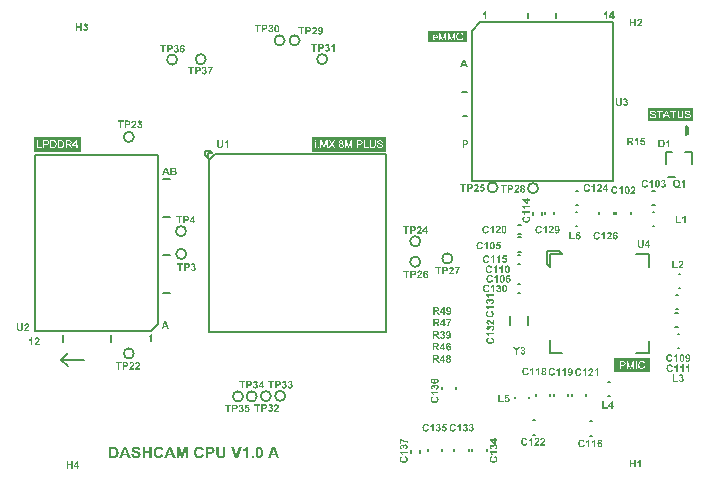
<source format=gto>
G04*
G04 #@! TF.GenerationSoftware,Altium Limited,Altium Designer,22.8.2 (66)*
G04*
G04 Layer_Color=65535*
%FSAX25Y25*%
%MOIN*%
G70*
G04*
G04 #@! TF.SameCoordinates,F4A2C5FB-41C3-4025-BEE9-57CBDAA8531C*
G04*
G04*
G04 #@! TF.FilePolarity,Positive*
G04*
G01*
G75*
%ADD10C,0.00500*%
%ADD11C,0.00600*%
G36*
X0601957Y0760213D02*
X0589949D01*
Y0765181D01*
X0601957D01*
Y0760213D01*
D02*
G37*
G36*
X0540962Y0870375D02*
X0527872D01*
Y0874040D01*
X0540962D01*
Y0870375D01*
D02*
G37*
G36*
X0430546Y0735518D02*
X0430606Y0735512D01*
X0430677Y0735507D01*
X0430748Y0735496D01*
X0430829Y0735485D01*
X0431004Y0735447D01*
X0431092Y0735419D01*
X0431179Y0735392D01*
X0431266Y0735354D01*
X0431348Y0735310D01*
X0431425Y0735261D01*
X0431496Y0735206D01*
X0431501Y0735201D01*
X0431512Y0735190D01*
X0431528Y0735174D01*
X0431550Y0735152D01*
X0431578Y0735119D01*
X0431610Y0735081D01*
X0431643Y0735037D01*
X0431681Y0734988D01*
X0431714Y0734928D01*
X0431747Y0734868D01*
X0431780Y0734797D01*
X0431807Y0734720D01*
X0431834Y0734644D01*
X0431856Y0734557D01*
X0431872Y0734469D01*
X0431878Y0734371D01*
X0431113Y0734344D01*
Y0734349D01*
Y0734355D01*
X0431103Y0734393D01*
X0431092Y0734442D01*
X0431070Y0734502D01*
X0431042Y0734573D01*
X0431004Y0734639D01*
X0430955Y0734704D01*
X0430900Y0734759D01*
X0430895Y0734764D01*
X0430873Y0734781D01*
X0430835Y0734802D01*
X0430780Y0734824D01*
X0430715Y0734846D01*
X0430633Y0734868D01*
X0430535Y0734884D01*
X0430420Y0734890D01*
X0430365D01*
X0430305Y0734884D01*
X0430234Y0734873D01*
X0430153Y0734857D01*
X0430065Y0734830D01*
X0429983Y0734797D01*
X0429907Y0734748D01*
X0429901Y0734742D01*
X0429890Y0734731D01*
X0429869Y0734715D01*
X0429847Y0734688D01*
X0429825Y0734655D01*
X0429803Y0734611D01*
X0429792Y0734567D01*
X0429787Y0734513D01*
Y0734508D01*
Y0734491D01*
X0429792Y0734464D01*
X0429803Y0734437D01*
X0429814Y0734398D01*
X0429830Y0734360D01*
X0429858Y0734322D01*
X0429896Y0734284D01*
X0429901Y0734278D01*
X0429929Y0734262D01*
X0429945Y0734251D01*
X0429972Y0734240D01*
X0430000Y0734224D01*
X0430038Y0734207D01*
X0430082Y0734191D01*
X0430131Y0734169D01*
X0430191Y0734147D01*
X0430251Y0734125D01*
X0430327Y0734103D01*
X0430409Y0734082D01*
X0430497Y0734060D01*
X0430595Y0734032D01*
X0430600D01*
X0430622Y0734027D01*
X0430649Y0734022D01*
X0430688Y0734011D01*
X0430731Y0734000D01*
X0430786Y0733983D01*
X0430846Y0733967D01*
X0430906Y0733951D01*
X0431037Y0733907D01*
X0431174Y0733863D01*
X0431305Y0733814D01*
X0431359Y0733787D01*
X0431414Y0733759D01*
X0431419D01*
X0431425Y0733754D01*
X0431457Y0733732D01*
X0431507Y0733699D01*
X0431567Y0733656D01*
X0431632Y0733601D01*
X0431703Y0733536D01*
X0431774Y0733459D01*
X0431834Y0733372D01*
X0431840Y0733361D01*
X0431856Y0733328D01*
X0431883Y0733279D01*
X0431911Y0733208D01*
X0431938Y0733121D01*
X0431965Y0733017D01*
X0431982Y0732902D01*
X0431987Y0732771D01*
Y0732766D01*
Y0732755D01*
Y0732738D01*
Y0732717D01*
X0431982Y0732689D01*
X0431976Y0732651D01*
X0431965Y0732575D01*
X0431943Y0732476D01*
X0431911Y0732373D01*
X0431861Y0732269D01*
X0431801Y0732160D01*
Y0732154D01*
X0431790Y0732149D01*
X0431769Y0732116D01*
X0431725Y0732061D01*
X0431670Y0732001D01*
X0431599Y0731930D01*
X0431507Y0731865D01*
X0431408Y0731799D01*
X0431288Y0731739D01*
X0431283D01*
X0431272Y0731734D01*
X0431255Y0731728D01*
X0431228Y0731717D01*
X0431195Y0731706D01*
X0431157Y0731696D01*
X0431113Y0731685D01*
X0431064Y0731674D01*
X0431004Y0731657D01*
X0430944Y0731646D01*
X0430802Y0731625D01*
X0430644Y0731608D01*
X0430469Y0731603D01*
X0430398D01*
X0430349Y0731608D01*
X0430289Y0731614D01*
X0430224Y0731619D01*
X0430147Y0731630D01*
X0430065Y0731646D01*
X0429885Y0731685D01*
X0429792Y0731712D01*
X0429705Y0731739D01*
X0429612Y0731777D01*
X0429525Y0731821D01*
X0429443Y0731870D01*
X0429366Y0731930D01*
X0429361Y0731936D01*
X0429350Y0731947D01*
X0429328Y0731963D01*
X0429306Y0731990D01*
X0429273Y0732029D01*
X0429241Y0732072D01*
X0429203Y0732121D01*
X0429164Y0732176D01*
X0429126Y0732242D01*
X0429088Y0732312D01*
X0429050Y0732394D01*
X0429011Y0732482D01*
X0428984Y0732575D01*
X0428951Y0732678D01*
X0428930Y0732788D01*
X0428913Y0732902D01*
X0429656Y0732973D01*
Y0732968D01*
X0429661Y0732957D01*
Y0732935D01*
X0429667Y0732913D01*
X0429688Y0732848D01*
X0429716Y0732766D01*
X0429748Y0732673D01*
X0429798Y0732580D01*
X0429852Y0732498D01*
X0429923Y0732422D01*
X0429934Y0732416D01*
X0429961Y0732394D01*
X0430005Y0732367D01*
X0430071Y0732334D01*
X0430153Y0732302D01*
X0430245Y0732274D01*
X0430354Y0732253D01*
X0430480Y0732247D01*
X0430540D01*
X0430606Y0732258D01*
X0430688Y0732269D01*
X0430775Y0732285D01*
X0430868Y0732312D01*
X0430955Y0732351D01*
X0431032Y0732400D01*
X0431042Y0732405D01*
X0431064Y0732427D01*
X0431092Y0732460D01*
X0431130Y0732504D01*
X0431163Y0732558D01*
X0431195Y0732624D01*
X0431217Y0732689D01*
X0431223Y0732766D01*
Y0732771D01*
Y0732788D01*
X0431217Y0732815D01*
X0431212Y0732848D01*
X0431201Y0732880D01*
X0431190Y0732919D01*
X0431168Y0732957D01*
X0431141Y0732995D01*
X0431135Y0733001D01*
X0431124Y0733011D01*
X0431108Y0733028D01*
X0431081Y0733050D01*
X0431042Y0733077D01*
X0430993Y0733104D01*
X0430939Y0733132D01*
X0430868Y0733159D01*
X0430862D01*
X0430840Y0733170D01*
X0430802Y0733181D01*
X0430775Y0733192D01*
X0430742Y0733197D01*
X0430704Y0733208D01*
X0430660Y0733224D01*
X0430611Y0733235D01*
X0430556Y0733252D01*
X0430491Y0733268D01*
X0430420Y0733284D01*
X0430344Y0733306D01*
X0430256Y0733328D01*
X0430251D01*
X0430229Y0733334D01*
X0430196Y0733345D01*
X0430158Y0733355D01*
X0430109Y0733372D01*
X0430049Y0733388D01*
X0429989Y0733410D01*
X0429918Y0733432D01*
X0429776Y0733486D01*
X0429639Y0733552D01*
X0429568Y0733585D01*
X0429508Y0733623D01*
X0429448Y0733661D01*
X0429399Y0733699D01*
X0429394Y0733705D01*
X0429383Y0733716D01*
X0429366Y0733732D01*
X0429344Y0733754D01*
X0429317Y0733787D01*
X0429290Y0733825D01*
X0429257Y0733863D01*
X0429230Y0733912D01*
X0429164Y0734027D01*
X0429110Y0734158D01*
X0429088Y0734229D01*
X0429071Y0734300D01*
X0429061Y0734382D01*
X0429055Y0734464D01*
Y0734469D01*
Y0734475D01*
Y0734491D01*
Y0734513D01*
X0429066Y0734567D01*
X0429077Y0734639D01*
X0429093Y0734720D01*
X0429121Y0734813D01*
X0429159Y0734911D01*
X0429213Y0735004D01*
Y0735010D01*
X0429219Y0735015D01*
X0429246Y0735048D01*
X0429279Y0735092D01*
X0429333Y0735146D01*
X0429399Y0735206D01*
X0429481Y0735272D01*
X0429574Y0735332D01*
X0429683Y0735387D01*
X0429688D01*
X0429699Y0735392D01*
X0429716Y0735397D01*
X0429738Y0735408D01*
X0429770Y0735419D01*
X0429803Y0735430D01*
X0429847Y0735441D01*
X0429896Y0735458D01*
X0430005Y0735479D01*
X0430131Y0735501D01*
X0430273Y0735518D01*
X0430431Y0735523D01*
X0430497D01*
X0430546Y0735518D01*
D02*
G37*
G36*
X0451681Y0735518D02*
X0451741Y0735512D01*
X0451807Y0735501D01*
X0451883Y0735490D01*
X0451965Y0735474D01*
X0452053Y0735452D01*
X0452145Y0735425D01*
X0452238Y0735392D01*
X0452337Y0735348D01*
X0452429Y0735305D01*
X0452517Y0735250D01*
X0452609Y0735184D01*
X0452691Y0735113D01*
X0452697D01*
X0452702Y0735103D01*
X0452719Y0735086D01*
X0452735Y0735070D01*
X0452757Y0735043D01*
X0452779Y0735010D01*
X0452839Y0734933D01*
X0452899Y0734835D01*
X0452964Y0734715D01*
X0453024Y0734578D01*
X0453079Y0734420D01*
X0452326Y0734240D01*
Y0734245D01*
X0452320Y0734251D01*
Y0734267D01*
X0452309Y0734289D01*
X0452293Y0734338D01*
X0452266Y0734404D01*
X0452227Y0734480D01*
X0452178Y0734557D01*
X0452113Y0734633D01*
X0452042Y0734699D01*
X0452031Y0734704D01*
X0452003Y0734726D01*
X0451960Y0734753D01*
X0451900Y0734786D01*
X0451823Y0734819D01*
X0451736Y0734846D01*
X0451638Y0734868D01*
X0451528Y0734873D01*
X0451490D01*
X0451457Y0734868D01*
X0451425Y0734862D01*
X0451381Y0734857D01*
X0451288Y0734835D01*
X0451179Y0734797D01*
X0451064Y0734742D01*
X0451004Y0734710D01*
X0450950Y0734671D01*
X0450895Y0734622D01*
X0450846Y0734567D01*
Y0734562D01*
X0450835Y0734551D01*
X0450824Y0734535D01*
X0450808Y0734508D01*
X0450786Y0734475D01*
X0450764Y0734437D01*
X0450742Y0734387D01*
X0450720Y0734333D01*
X0450693Y0734267D01*
X0450671Y0734196D01*
X0450649Y0734114D01*
X0450628Y0734027D01*
X0450611Y0733929D01*
X0450600Y0733825D01*
X0450595Y0733710D01*
X0450589Y0733585D01*
Y0733579D01*
Y0733552D01*
Y0733514D01*
X0450595Y0733470D01*
Y0733410D01*
X0450606Y0733339D01*
X0450611Y0733268D01*
X0450622Y0733186D01*
X0450655Y0733017D01*
X0450699Y0732848D01*
X0450726Y0732766D01*
X0450764Y0732689D01*
X0450802Y0732618D01*
X0450846Y0732558D01*
X0450851Y0732553D01*
X0450857Y0732547D01*
X0450873Y0732531D01*
X0450895Y0732509D01*
X0450950Y0732465D01*
X0451026Y0732411D01*
X0451119Y0732351D01*
X0451234Y0732307D01*
X0451365Y0732269D01*
X0451436Y0732263D01*
X0451512Y0732258D01*
X0451539D01*
X0451561Y0732263D01*
X0451621Y0732269D01*
X0451692Y0732280D01*
X0451769Y0732307D01*
X0451856Y0732340D01*
X0451943Y0732383D01*
X0452031Y0732449D01*
X0452042Y0732460D01*
X0452069Y0732487D01*
X0452107Y0732531D01*
X0452151Y0732596D01*
X0452205Y0732684D01*
X0452255Y0732788D01*
X0452304Y0732913D01*
X0452347Y0733061D01*
X0453090Y0732831D01*
Y0732826D01*
X0453085Y0732804D01*
X0453074Y0732771D01*
X0453057Y0732727D01*
X0453035Y0732678D01*
X0453014Y0732618D01*
X0452986Y0732553D01*
X0452953Y0732482D01*
X0452877Y0732334D01*
X0452779Y0732182D01*
X0452659Y0732034D01*
X0452593Y0731969D01*
X0452522Y0731909D01*
X0452517Y0731903D01*
X0452506Y0731898D01*
X0452484Y0731881D01*
X0452451Y0731859D01*
X0452413Y0731838D01*
X0452364Y0731816D01*
X0452309Y0731788D01*
X0452249Y0731761D01*
X0452178Y0731728D01*
X0452102Y0731701D01*
X0452020Y0731679D01*
X0451932Y0731657D01*
X0451840Y0731636D01*
X0451736Y0731619D01*
X0451632Y0731614D01*
X0451517Y0731608D01*
X0451485D01*
X0451446Y0731614D01*
X0451392Y0731619D01*
X0451332Y0731625D01*
X0451255Y0731636D01*
X0451173Y0731652D01*
X0451081Y0731674D01*
X0450988Y0731701D01*
X0450890Y0731734D01*
X0450786Y0731777D01*
X0450682Y0731827D01*
X0450578Y0731881D01*
X0450475Y0731952D01*
X0450376Y0732029D01*
X0450283Y0732122D01*
X0450278Y0732127D01*
X0450262Y0732143D01*
X0450240Y0732176D01*
X0450207Y0732214D01*
X0450174Y0732269D01*
X0450131Y0732329D01*
X0450087Y0732405D01*
X0450043Y0732493D01*
X0450000Y0732585D01*
X0449956Y0732689D01*
X0449912Y0732809D01*
X0449880Y0732935D01*
X0449847Y0733066D01*
X0449825Y0733214D01*
X0449809Y0733366D01*
X0449803Y0733530D01*
Y0733536D01*
Y0733541D01*
Y0733574D01*
X0449809Y0733623D01*
Y0733688D01*
X0449819Y0733765D01*
X0449830Y0733858D01*
X0449841Y0733956D01*
X0449863Y0734071D01*
X0449890Y0734185D01*
X0449923Y0734305D01*
X0449961Y0734426D01*
X0450010Y0734551D01*
X0450065Y0734671D01*
X0450131Y0734786D01*
X0450202Y0734895D01*
X0450289Y0734999D01*
X0450294Y0735004D01*
X0450311Y0735021D01*
X0450338Y0735048D01*
X0450376Y0735081D01*
X0450425Y0735119D01*
X0450486Y0735163D01*
X0450551Y0735212D01*
X0450633Y0735261D01*
X0450720Y0735310D01*
X0450813Y0735359D01*
X0450922Y0735403D01*
X0451031Y0735441D01*
X0451157Y0735474D01*
X0451283Y0735501D01*
X0451425Y0735518D01*
X0451567Y0735523D01*
X0451632D01*
X0451681Y0735518D01*
D02*
G37*
G36*
X0438190Y0735518D02*
X0438250Y0735512D01*
X0438315Y0735501D01*
X0438392Y0735490D01*
X0438474Y0735474D01*
X0438561Y0735452D01*
X0438654Y0735425D01*
X0438747Y0735392D01*
X0438845Y0735348D01*
X0438938Y0735305D01*
X0439025Y0735250D01*
X0439118Y0735184D01*
X0439200Y0735113D01*
X0439205D01*
X0439211Y0735103D01*
X0439227Y0735086D01*
X0439243Y0735070D01*
X0439265Y0735042D01*
X0439287Y0735010D01*
X0439347Y0734933D01*
X0439407Y0734835D01*
X0439473Y0734715D01*
X0439533Y0734578D01*
X0439587Y0734420D01*
X0438834Y0734240D01*
Y0734245D01*
X0438828Y0734251D01*
Y0734267D01*
X0438818Y0734289D01*
X0438801Y0734338D01*
X0438774Y0734404D01*
X0438736Y0734480D01*
X0438687Y0734557D01*
X0438621Y0734633D01*
X0438550Y0734699D01*
X0438539Y0734704D01*
X0438512Y0734726D01*
X0438468Y0734753D01*
X0438408Y0734786D01*
X0438332Y0734819D01*
X0438244Y0734846D01*
X0438146Y0734868D01*
X0438037Y0734873D01*
X0437998D01*
X0437966Y0734868D01*
X0437933Y0734862D01*
X0437889Y0734857D01*
X0437796Y0734835D01*
X0437687Y0734797D01*
X0437573Y0734742D01*
X0437513Y0734710D01*
X0437458Y0734671D01*
X0437403Y0734622D01*
X0437354Y0734567D01*
Y0734562D01*
X0437343Y0734551D01*
X0437332Y0734535D01*
X0437316Y0734508D01*
X0437294Y0734475D01*
X0437272Y0734437D01*
X0437251Y0734387D01*
X0437229Y0734333D01*
X0437201Y0734267D01*
X0437180Y0734196D01*
X0437158Y0734114D01*
X0437136Y0734027D01*
X0437119Y0733929D01*
X0437109Y0733825D01*
X0437103Y0733710D01*
X0437098Y0733585D01*
Y0733579D01*
Y0733552D01*
Y0733514D01*
X0437103Y0733470D01*
Y0733410D01*
X0437114Y0733339D01*
X0437119Y0733268D01*
X0437130Y0733186D01*
X0437163Y0733017D01*
X0437207Y0732848D01*
X0437234Y0732766D01*
X0437272Y0732689D01*
X0437311Y0732618D01*
X0437354Y0732558D01*
X0437360Y0732553D01*
X0437365Y0732547D01*
X0437382Y0732531D01*
X0437403Y0732509D01*
X0437458Y0732465D01*
X0437534Y0732411D01*
X0437627Y0732351D01*
X0437742Y0732307D01*
X0437873Y0732269D01*
X0437944Y0732263D01*
X0438020Y0732258D01*
X0438048D01*
X0438069Y0732263D01*
X0438130Y0732269D01*
X0438201Y0732280D01*
X0438277Y0732307D01*
X0438364Y0732340D01*
X0438452Y0732383D01*
X0438539Y0732449D01*
X0438550Y0732460D01*
X0438577Y0732487D01*
X0438616Y0732531D01*
X0438659Y0732596D01*
X0438714Y0732684D01*
X0438763Y0732788D01*
X0438812Y0732913D01*
X0438856Y0733061D01*
X0439598Y0732831D01*
Y0732826D01*
X0439593Y0732804D01*
X0439582Y0732771D01*
X0439566Y0732727D01*
X0439544Y0732678D01*
X0439522Y0732618D01*
X0439495Y0732553D01*
X0439462Y0732482D01*
X0439385Y0732334D01*
X0439287Y0732182D01*
X0439167Y0732034D01*
X0439101Y0731969D01*
X0439031Y0731909D01*
X0439025Y0731903D01*
X0439014Y0731898D01*
X0438992Y0731881D01*
X0438960Y0731859D01*
X0438921Y0731838D01*
X0438872Y0731816D01*
X0438818Y0731788D01*
X0438758Y0731761D01*
X0438687Y0731728D01*
X0438610Y0731701D01*
X0438528Y0731679D01*
X0438441Y0731657D01*
X0438348Y0731636D01*
X0438244Y0731619D01*
X0438140Y0731614D01*
X0438026Y0731608D01*
X0437993D01*
X0437955Y0731614D01*
X0437900Y0731619D01*
X0437840Y0731625D01*
X0437764Y0731636D01*
X0437682Y0731652D01*
X0437589Y0731674D01*
X0437496Y0731701D01*
X0437398Y0731734D01*
X0437294Y0731777D01*
X0437190Y0731827D01*
X0437087Y0731881D01*
X0436983Y0731952D01*
X0436885Y0732029D01*
X0436792Y0732121D01*
X0436786Y0732127D01*
X0436770Y0732143D01*
X0436748Y0732176D01*
X0436715Y0732214D01*
X0436683Y0732269D01*
X0436639Y0732329D01*
X0436595Y0732405D01*
X0436552Y0732493D01*
X0436508Y0732585D01*
X0436464Y0732689D01*
X0436421Y0732809D01*
X0436388Y0732935D01*
X0436355Y0733066D01*
X0436333Y0733213D01*
X0436317Y0733366D01*
X0436311Y0733530D01*
Y0733536D01*
Y0733541D01*
Y0733574D01*
X0436317Y0733623D01*
Y0733688D01*
X0436328Y0733765D01*
X0436339Y0733858D01*
X0436350Y0733956D01*
X0436371Y0734071D01*
X0436399Y0734185D01*
X0436432Y0734305D01*
X0436470Y0734426D01*
X0436519Y0734551D01*
X0436574Y0734671D01*
X0436639Y0734786D01*
X0436710Y0734895D01*
X0436797Y0734999D01*
X0436803Y0735004D01*
X0436819Y0735021D01*
X0436846Y0735048D01*
X0436885Y0735081D01*
X0436934Y0735119D01*
X0436994Y0735163D01*
X0437059Y0735212D01*
X0437141Y0735261D01*
X0437229Y0735310D01*
X0437322Y0735359D01*
X0437431Y0735403D01*
X0437540Y0735441D01*
X0437666Y0735474D01*
X0437791Y0735501D01*
X0437933Y0735518D01*
X0438075Y0735523D01*
X0438140D01*
X0438190Y0735518D01*
D02*
G37*
G36*
X0435656Y0731674D02*
X0434892D01*
Y0733328D01*
X0433401D01*
Y0731674D01*
X0432637D01*
Y0735452D01*
X0433401D01*
Y0733967D01*
X0434892D01*
Y0735452D01*
X0435656D01*
Y0731674D01*
D02*
G37*
G36*
X0447695D02*
X0446991D01*
X0446986Y0734644D01*
X0446243Y0731674D01*
X0445506D01*
X0444764Y0734644D01*
Y0731674D01*
X0444059D01*
Y0735452D01*
X0445200D01*
X0445877Y0732869D01*
X0446549Y0735452D01*
X0447695D01*
Y0731674D01*
D02*
G37*
G36*
X0464343Y0731674D02*
X0463519D01*
X0462164Y0735452D01*
X0462989D01*
X0463950Y0732656D01*
X0464873Y0735452D01*
X0465686D01*
X0464343Y0731674D01*
D02*
G37*
G36*
X0460275Y0733459D02*
Y0733454D01*
Y0733432D01*
Y0733394D01*
Y0733350D01*
Y0733295D01*
X0460270Y0733230D01*
Y0733159D01*
Y0733088D01*
X0460259Y0732930D01*
X0460248Y0732766D01*
X0460243Y0732695D01*
X0460232Y0732624D01*
X0460221Y0732558D01*
X0460210Y0732498D01*
Y0732493D01*
X0460204Y0732487D01*
Y0732471D01*
X0460199Y0732454D01*
X0460183Y0732400D01*
X0460161Y0732334D01*
X0460128Y0732258D01*
X0460090Y0732182D01*
X0460041Y0732100D01*
X0459980Y0732023D01*
X0459975Y0732012D01*
X0459953Y0731990D01*
X0459915Y0731958D01*
X0459866Y0731914D01*
X0459800Y0731865D01*
X0459724Y0731816D01*
X0459636Y0731761D01*
X0459538Y0731717D01*
X0459533D01*
X0459527Y0731712D01*
X0459511Y0731706D01*
X0459489Y0731701D01*
X0459462Y0731690D01*
X0459429Y0731679D01*
X0459385Y0731668D01*
X0459342Y0731663D01*
X0459238Y0731641D01*
X0459112Y0731619D01*
X0458970Y0731608D01*
X0458812Y0731603D01*
X0458725D01*
X0458675Y0731608D01*
X0458626D01*
X0458566Y0731614D01*
X0458506Y0731619D01*
X0458375Y0731630D01*
X0458239Y0731652D01*
X0458102Y0731685D01*
X0458042Y0731701D01*
X0457988Y0731723D01*
X0457982D01*
X0457977Y0731728D01*
X0457944Y0731745D01*
X0457889Y0731772D01*
X0457829Y0731810D01*
X0457758Y0731859D01*
X0457682Y0731914D01*
X0457611Y0731980D01*
X0457545Y0732051D01*
X0457540Y0732061D01*
X0457518Y0732083D01*
X0457491Y0732127D01*
X0457458Y0732182D01*
X0457425Y0732242D01*
X0457387Y0732313D01*
X0457360Y0732389D01*
X0457332Y0732471D01*
Y0732476D01*
X0457327Y0732487D01*
Y0732504D01*
X0457322Y0732531D01*
X0457316Y0732564D01*
X0457310Y0732607D01*
X0457305Y0732656D01*
X0457300Y0732711D01*
X0457289Y0732777D01*
X0457283Y0732848D01*
X0457278Y0732924D01*
X0457272Y0733011D01*
X0457267Y0733104D01*
Y0733208D01*
X0457261Y0733317D01*
Y0733432D01*
Y0735452D01*
X0458026D01*
Y0733399D01*
Y0733394D01*
Y0733377D01*
Y0733355D01*
Y0733323D01*
Y0733279D01*
Y0733235D01*
X0458031Y0733137D01*
Y0733028D01*
X0458037Y0732924D01*
X0458042Y0732875D01*
Y0732831D01*
X0458048Y0732798D01*
X0458053Y0732766D01*
Y0732755D01*
X0458064Y0732727D01*
X0458080Y0732684D01*
X0458102Y0732629D01*
X0458130Y0732569D01*
X0458173Y0732509D01*
X0458222Y0732444D01*
X0458282Y0732389D01*
X0458293Y0732383D01*
X0458315Y0732367D01*
X0458359Y0732345D01*
X0458414Y0732324D01*
X0458490Y0732296D01*
X0458577Y0732274D01*
X0458675Y0732258D01*
X0458790Y0732253D01*
X0458845D01*
X0458899Y0732258D01*
X0458970Y0732269D01*
X0459052Y0732285D01*
X0459129Y0732307D01*
X0459211Y0732340D01*
X0459276Y0732383D01*
X0459282Y0732389D01*
X0459303Y0732405D01*
X0459331Y0732433D01*
X0459364Y0732471D01*
X0459396Y0732520D01*
X0459429Y0732575D01*
X0459456Y0732635D01*
X0459473Y0732706D01*
Y0732717D01*
X0459478Y0732744D01*
X0459484Y0732793D01*
X0459494Y0732859D01*
Y0732902D01*
X0459500Y0732951D01*
Y0733006D01*
X0459506Y0733061D01*
Y0733126D01*
X0459511Y0733197D01*
Y0733274D01*
Y0733355D01*
Y0735452D01*
X0460275D01*
Y0733459D01*
D02*
G37*
G36*
X0478288Y0731674D02*
X0477463D01*
X0477136Y0732531D01*
X0475618D01*
X0475307Y0731674D01*
X0474499D01*
X0475962Y0735452D01*
X0476770D01*
X0478288Y0731674D01*
D02*
G37*
G36*
X0469727D02*
X0469000D01*
Y0732400D01*
X0469727D01*
Y0731674D01*
D02*
G37*
G36*
X0467761D02*
X0467035D01*
Y0734409D01*
X0467029Y0734404D01*
X0467018Y0734393D01*
X0466997Y0734376D01*
X0466964Y0734349D01*
X0466926Y0734316D01*
X0466882Y0734284D01*
X0466827Y0734245D01*
X0466767Y0734202D01*
X0466702Y0734158D01*
X0466631Y0734114D01*
X0466554Y0734065D01*
X0466472Y0734022D01*
X0466298Y0733940D01*
X0466101Y0733863D01*
Y0734518D01*
X0466107D01*
X0466112Y0734524D01*
X0466128Y0734529D01*
X0466150Y0734535D01*
X0466205Y0734562D01*
X0466281Y0734595D01*
X0466374Y0734639D01*
X0466478Y0734699D01*
X0466593Y0734775D01*
X0466713Y0734862D01*
X0466718Y0734868D01*
X0466729Y0734873D01*
X0466745Y0734890D01*
X0466767Y0734911D01*
X0466827Y0734966D01*
X0466893Y0735037D01*
X0466969Y0735124D01*
X0467046Y0735234D01*
X0467117Y0735348D01*
X0467171Y0735474D01*
X0467761D01*
Y0731674D01*
D02*
G37*
G36*
X0455203Y0735447D02*
X0455345D01*
X0455498Y0735436D01*
X0455651Y0735425D01*
X0455716Y0735419D01*
X0455782Y0735414D01*
X0455836Y0735403D01*
X0455880Y0735392D01*
X0455886D01*
X0455896Y0735387D01*
X0455913Y0735381D01*
X0455935Y0735376D01*
X0455995Y0735348D01*
X0456071Y0735316D01*
X0456153Y0735266D01*
X0456246Y0735201D01*
X0456333Y0735119D01*
X0456421Y0735021D01*
Y0735015D01*
X0456431Y0735010D01*
X0456442Y0734993D01*
X0456453Y0734972D01*
X0456475Y0734939D01*
X0456492Y0734906D01*
X0456513Y0734868D01*
X0456535Y0734824D01*
X0456573Y0734715D01*
X0456612Y0734595D01*
X0456634Y0734447D01*
X0456644Y0734289D01*
Y0734284D01*
Y0734273D01*
Y0734256D01*
Y0734229D01*
X0456639Y0734202D01*
Y0734164D01*
X0456628Y0734087D01*
X0456612Y0733994D01*
X0456590Y0733890D01*
X0456557Y0733792D01*
X0456513Y0733699D01*
X0456508Y0733688D01*
X0456492Y0733661D01*
X0456464Y0733617D01*
X0456426Y0733563D01*
X0456382Y0733508D01*
X0456322Y0733443D01*
X0456262Y0733383D01*
X0456191Y0733328D01*
X0456180Y0733323D01*
X0456158Y0733306D01*
X0456120Y0733284D01*
X0456071Y0733257D01*
X0456011Y0733224D01*
X0455945Y0733197D01*
X0455875Y0733170D01*
X0455798Y0733148D01*
X0455787D01*
X0455771Y0733143D01*
X0455749D01*
X0455722Y0733137D01*
X0455684Y0733132D01*
X0455645Y0733126D01*
X0455596D01*
X0455547Y0733121D01*
X0455487Y0733115D01*
X0455421Y0733110D01*
X0455350Y0733104D01*
X0455274D01*
X0455192Y0733099D01*
X0454515D01*
Y0731674D01*
X0453751D01*
Y0735452D01*
X0455143D01*
X0455203Y0735447D01*
D02*
G37*
G36*
X0443660Y0731674D02*
X0442836D01*
X0442509Y0732531D01*
X0440991D01*
X0440679Y0731674D01*
X0439871D01*
X0441335Y0735452D01*
X0442143D01*
X0443660Y0731674D01*
D02*
G37*
G36*
X0428706D02*
X0427881D01*
X0427554Y0732531D01*
X0426036D01*
X0425724Y0731674D01*
X0424916D01*
X0426380Y0735452D01*
X0427188D01*
X0428706Y0731674D01*
D02*
G37*
G36*
X0423044Y0735447D02*
X0423147Y0735441D01*
X0423262Y0735436D01*
X0423382Y0735419D01*
X0423497Y0735403D01*
X0423600Y0735376D01*
X0423606D01*
X0423617Y0735370D01*
X0423633Y0735365D01*
X0423655Y0735359D01*
X0423721Y0735332D01*
X0423797Y0735294D01*
X0423884Y0735245D01*
X0423983Y0735184D01*
X0424076Y0735113D01*
X0424168Y0735026D01*
X0424174D01*
X0424179Y0735015D01*
X0424207Y0734982D01*
X0424250Y0734928D01*
X0424299Y0734857D01*
X0424359Y0734769D01*
X0424419Y0734666D01*
X0424480Y0734546D01*
X0424529Y0734415D01*
Y0734409D01*
X0424534Y0734398D01*
X0424540Y0734376D01*
X0424550Y0734349D01*
X0424556Y0734316D01*
X0424567Y0734273D01*
X0424578Y0734224D01*
X0424594Y0734169D01*
X0424605Y0734109D01*
X0424616Y0734038D01*
X0424627Y0733967D01*
X0424632Y0733885D01*
X0424649Y0733716D01*
X0424654Y0733525D01*
Y0733519D01*
Y0733503D01*
Y0733481D01*
Y0733448D01*
X0424649Y0733404D01*
Y0733361D01*
X0424643Y0733306D01*
X0424638Y0733246D01*
X0424627Y0733121D01*
X0424605Y0732990D01*
X0424572Y0732853D01*
X0424534Y0732722D01*
Y0732717D01*
X0424529Y0732706D01*
X0424518Y0732684D01*
X0424507Y0732651D01*
X0424496Y0732618D01*
X0424474Y0732580D01*
X0424430Y0732482D01*
X0424376Y0732378D01*
X0424305Y0732263D01*
X0424223Y0732154D01*
X0424130Y0732051D01*
X0424119Y0732039D01*
X0424092Y0732018D01*
X0424048Y0731985D01*
X0423988Y0731941D01*
X0423912Y0731892D01*
X0423824Y0731843D01*
X0423715Y0731794D01*
X0423595Y0731750D01*
X0423590D01*
X0423584Y0731745D01*
X0423568D01*
X0423551Y0731739D01*
X0423491Y0731728D01*
X0423415Y0731712D01*
X0423322Y0731696D01*
X0423207Y0731685D01*
X0423071Y0731679D01*
X0422924Y0731674D01*
X0421493D01*
Y0735452D01*
X0423000D01*
X0423044Y0735447D01*
D02*
G37*
G36*
X0471632Y0735468D02*
X0471676Y0735463D01*
X0471730Y0735452D01*
X0471785Y0735441D01*
X0471850Y0735425D01*
X0471921Y0735403D01*
X0471987Y0735376D01*
X0472058Y0735348D01*
X0472129Y0735310D01*
X0472200Y0735261D01*
X0472271Y0735212D01*
X0472336Y0735152D01*
X0472397Y0735081D01*
X0472402Y0735075D01*
X0472413Y0735059D01*
X0472429Y0735032D01*
X0472457Y0734993D01*
X0472484Y0734939D01*
X0472517Y0734873D01*
X0472549Y0734802D01*
X0472582Y0734710D01*
X0472615Y0734611D01*
X0472653Y0734497D01*
X0472680Y0734371D01*
X0472708Y0734229D01*
X0472735Y0734076D01*
X0472751Y0733912D01*
X0472762Y0733732D01*
X0472768Y0733536D01*
Y0733530D01*
Y0733525D01*
Y0733508D01*
Y0733486D01*
Y0733432D01*
X0472762Y0733361D01*
X0472757Y0733274D01*
X0472746Y0733170D01*
X0472735Y0733061D01*
X0472724Y0732940D01*
X0472702Y0732815D01*
X0472675Y0732684D01*
X0472648Y0732558D01*
X0472610Y0732433D01*
X0472571Y0732307D01*
X0472517Y0732192D01*
X0472462Y0732083D01*
X0472397Y0731990D01*
X0472391Y0731985D01*
X0472380Y0731974D01*
X0472364Y0731952D01*
X0472342Y0731930D01*
X0472309Y0731903D01*
X0472271Y0731870D01*
X0472222Y0731832D01*
X0472173Y0731799D01*
X0472113Y0731761D01*
X0472052Y0731723D01*
X0471982Y0731690D01*
X0471905Y0731663D01*
X0471823Y0731641D01*
X0471730Y0731619D01*
X0471638Y0731608D01*
X0471539Y0731603D01*
X0471518D01*
X0471485Y0731608D01*
X0471447D01*
X0471403Y0731614D01*
X0471348Y0731625D01*
X0471288Y0731636D01*
X0471223Y0731657D01*
X0471152Y0731679D01*
X0471081Y0731706D01*
X0471004Y0731739D01*
X0470933Y0731783D01*
X0470857Y0731827D01*
X0470786Y0731887D01*
X0470715Y0731947D01*
X0470649Y0732023D01*
X0470644Y0732029D01*
X0470633Y0732045D01*
X0470617Y0732072D01*
X0470600Y0732105D01*
X0470573Y0732154D01*
X0470546Y0732214D01*
X0470513Y0732291D01*
X0470485Y0732373D01*
X0470453Y0732471D01*
X0470420Y0732580D01*
X0470393Y0732706D01*
X0470371Y0732842D01*
X0470349Y0732995D01*
X0470333Y0733164D01*
X0470322Y0733345D01*
X0470316Y0733541D01*
Y0733546D01*
Y0733552D01*
Y0733568D01*
Y0733590D01*
Y0733645D01*
X0470322Y0733716D01*
X0470327Y0733803D01*
X0470338Y0733907D01*
X0470349Y0734016D01*
X0470360Y0734136D01*
X0470382Y0734262D01*
X0470404Y0734387D01*
X0470436Y0734518D01*
X0470469Y0734644D01*
X0470513Y0734764D01*
X0470562Y0734879D01*
X0470617Y0734988D01*
X0470682Y0735081D01*
X0470687Y0735086D01*
X0470698Y0735097D01*
X0470715Y0735119D01*
X0470742Y0735141D01*
X0470769Y0735174D01*
X0470808Y0735206D01*
X0470857Y0735239D01*
X0470906Y0735277D01*
X0470966Y0735316D01*
X0471026Y0735348D01*
X0471097Y0735381D01*
X0471173Y0735414D01*
X0471255Y0735436D01*
X0471348Y0735458D01*
X0471441Y0735468D01*
X0471539Y0735474D01*
X0471594D01*
X0471632Y0735468D01*
D02*
G37*
G36*
X0616027Y0844102D02*
X0601227D01*
Y0848308D01*
X0616027D01*
Y0844102D01*
D02*
G37*
G36*
X0513867Y0833835D02*
X0489064D01*
Y0838803D01*
X0513867D01*
Y0833835D01*
D02*
G37*
G36*
X0412095D02*
X0396544D01*
Y0838803D01*
X0412095D01*
Y0833835D01*
D02*
G37*
G36*
X0547224Y0878008D02*
X0546740D01*
Y0879831D01*
X0546736Y0879828D01*
X0546729Y0879821D01*
X0546714Y0879810D01*
X0546692Y0879791D01*
X0546667Y0879770D01*
X0546638Y0879748D01*
X0546601Y0879722D01*
X0546561Y0879693D01*
X0546518Y0879664D01*
X0546470Y0879635D01*
X0546419Y0879602D01*
X0546365Y0879573D01*
X0546248Y0879518D01*
X0546117Y0879467D01*
Y0879904D01*
X0546121D01*
X0546124Y0879908D01*
X0546135Y0879912D01*
X0546150Y0879915D01*
X0546186Y0879933D01*
X0546237Y0879955D01*
X0546299Y0879984D01*
X0546368Y0880024D01*
X0546445Y0880075D01*
X0546525Y0880134D01*
X0546528Y0880137D01*
X0546536Y0880141D01*
X0546547Y0880152D01*
X0546561Y0880166D01*
X0546601Y0880203D01*
X0546645Y0880250D01*
X0546696Y0880308D01*
X0546747Y0880381D01*
X0546794Y0880457D01*
X0546831Y0880541D01*
X0547224D01*
Y0878008D01*
D02*
G37*
G36*
X0589664Y0878936D02*
X0589977D01*
Y0878514D01*
X0589664D01*
Y0878008D01*
X0589198D01*
Y0878514D01*
X0588164D01*
Y0878932D01*
X0589256Y0880538D01*
X0589664D01*
Y0878936D01*
D02*
G37*
G36*
X0587524Y0878008D02*
X0587040D01*
Y0879831D01*
X0587036Y0879828D01*
X0587029Y0879821D01*
X0587014Y0879810D01*
X0586992Y0879791D01*
X0586967Y0879770D01*
X0586938Y0879748D01*
X0586901Y0879722D01*
X0586861Y0879693D01*
X0586818Y0879664D01*
X0586770Y0879635D01*
X0586719Y0879602D01*
X0586665Y0879573D01*
X0586548Y0879518D01*
X0586417Y0879467D01*
Y0879904D01*
X0586421D01*
X0586424Y0879908D01*
X0586435Y0879912D01*
X0586450Y0879915D01*
X0586486Y0879933D01*
X0586537Y0879955D01*
X0586599Y0879984D01*
X0586668Y0880024D01*
X0586745Y0880075D01*
X0586825Y0880134D01*
X0586829Y0880137D01*
X0586836Y0880141D01*
X0586847Y0880152D01*
X0586861Y0880166D01*
X0586901Y0880203D01*
X0586945Y0880250D01*
X0586996Y0880308D01*
X0587047Y0880381D01*
X0587094Y0880457D01*
X0587131Y0880541D01*
X0587524D01*
Y0878008D01*
D02*
G37*
G36*
X0540304Y0837639D02*
X0540399D01*
X0540501Y0837632D01*
X0540603Y0837625D01*
X0540646Y0837621D01*
X0540690Y0837617D01*
X0540727Y0837610D01*
X0540756Y0837603D01*
X0540759D01*
X0540766Y0837599D01*
X0540777Y0837595D01*
X0540792Y0837592D01*
X0540832Y0837574D01*
X0540883Y0837552D01*
X0540938Y0837519D01*
X0541000Y0837475D01*
X0541058Y0837421D01*
X0541116Y0837355D01*
Y0837352D01*
X0541123Y0837348D01*
X0541130Y0837337D01*
X0541138Y0837323D01*
X0541152Y0837301D01*
X0541163Y0837279D01*
X0541178Y0837253D01*
X0541192Y0837224D01*
X0541218Y0837151D01*
X0541243Y0837071D01*
X0541258Y0836973D01*
X0541265Y0836868D01*
Y0836864D01*
Y0836857D01*
Y0836846D01*
Y0836827D01*
X0541262Y0836809D01*
Y0836784D01*
X0541254Y0836733D01*
X0541243Y0836671D01*
X0541229Y0836602D01*
X0541207Y0836536D01*
X0541178Y0836474D01*
X0541174Y0836467D01*
X0541163Y0836449D01*
X0541145Y0836420D01*
X0541120Y0836383D01*
X0541090Y0836347D01*
X0541050Y0836303D01*
X0541010Y0836263D01*
X0540963Y0836227D01*
X0540956Y0836223D01*
X0540941Y0836212D01*
X0540916Y0836198D01*
X0540883Y0836180D01*
X0540843Y0836158D01*
X0540799Y0836139D01*
X0540752Y0836121D01*
X0540701Y0836107D01*
X0540694D01*
X0540683Y0836103D01*
X0540668D01*
X0540650Y0836100D01*
X0540625Y0836096D01*
X0540599Y0836092D01*
X0540566D01*
X0540534Y0836089D01*
X0540493Y0836085D01*
X0540450Y0836081D01*
X0540403Y0836078D01*
X0540352D01*
X0540297Y0836074D01*
X0539846D01*
Y0835124D01*
X0539336D01*
Y0837643D01*
X0540264D01*
X0540304Y0837639D01*
D02*
G37*
G36*
X0541075Y0861896D02*
X0540525D01*
X0540307Y0862467D01*
X0539295D01*
X0539087Y0861896D01*
X0538549D01*
X0539524Y0864415D01*
X0540063D01*
X0541075Y0861896D01*
D02*
G37*
G36*
X0443118Y0828465D02*
X0443191Y0828461D01*
X0443264Y0828457D01*
X0443333Y0828450D01*
X0443395Y0828443D01*
X0443402D01*
X0443420Y0828439D01*
X0443446Y0828432D01*
X0443482Y0828421D01*
X0443522Y0828407D01*
X0443566Y0828388D01*
X0443613Y0828366D01*
X0443657Y0828337D01*
X0443660Y0828334D01*
X0443675Y0828323D01*
X0443697Y0828304D01*
X0443726Y0828283D01*
X0443755Y0828250D01*
X0443788Y0828214D01*
X0443821Y0828174D01*
X0443850Y0828126D01*
X0443853Y0828119D01*
X0443861Y0828104D01*
X0443875Y0828075D01*
X0443890Y0828039D01*
X0443904Y0827995D01*
X0443919Y0827948D01*
X0443926Y0827890D01*
X0443930Y0827831D01*
Y0827828D01*
Y0827824D01*
Y0827802D01*
X0443926Y0827769D01*
X0443919Y0827726D01*
X0443904Y0827675D01*
X0443890Y0827620D01*
X0443864Y0827566D01*
X0443831Y0827507D01*
X0443828Y0827500D01*
X0443813Y0827482D01*
X0443791Y0827456D01*
X0443766Y0827424D01*
X0443730Y0827391D01*
X0443686Y0827351D01*
X0443635Y0827318D01*
X0443577Y0827285D01*
X0443580D01*
X0443588Y0827282D01*
X0443599Y0827278D01*
X0443613Y0827274D01*
X0443657Y0827256D01*
X0443708Y0827231D01*
X0443762Y0827202D01*
X0443824Y0827162D01*
X0443879Y0827114D01*
X0443930Y0827056D01*
X0443933Y0827049D01*
X0443948Y0827027D01*
X0443970Y0826994D01*
X0443992Y0826950D01*
X0444014Y0826892D01*
X0444035Y0826830D01*
X0444050Y0826758D01*
X0444054Y0826677D01*
Y0826674D01*
Y0826670D01*
Y0826648D01*
X0444050Y0826616D01*
X0444043Y0826572D01*
X0444035Y0826521D01*
X0444021Y0826463D01*
X0443999Y0826404D01*
X0443973Y0826343D01*
X0443970Y0826335D01*
X0443959Y0826317D01*
X0443941Y0826288D01*
X0443915Y0826252D01*
X0443886Y0826208D01*
X0443846Y0826168D01*
X0443806Y0826124D01*
X0443755Y0826084D01*
X0443748Y0826081D01*
X0443730Y0826070D01*
X0443701Y0826051D01*
X0443660Y0826033D01*
X0443610Y0826011D01*
X0443551Y0825993D01*
X0443486Y0825975D01*
X0443413Y0825964D01*
X0443398D01*
X0443384Y0825960D01*
X0443347D01*
X0443322Y0825957D01*
X0443253D01*
X0443209Y0825953D01*
X0443100D01*
X0443038Y0825949D01*
X0441946D01*
Y0828468D01*
X0443052D01*
X0443118Y0828465D01*
D02*
G37*
G36*
X0441673Y0825949D02*
X0441123D01*
X0440905Y0826521D01*
X0439893D01*
X0439685Y0825949D01*
X0439147D01*
X0440122Y0828468D01*
X0440661D01*
X0441673Y0825949D01*
D02*
G37*
G36*
X0441502Y0774705D02*
X0440953D01*
X0440734Y0775276D01*
X0439722D01*
X0439515Y0774705D01*
X0438976D01*
X0439952Y0777223D01*
X0440490D01*
X0441502Y0774705D01*
D02*
G37*
G36*
X0435752Y0770374D02*
X0435268D01*
Y0772198D01*
X0435264Y0772194D01*
X0435257Y0772187D01*
X0435243Y0772176D01*
X0435221Y0772157D01*
X0435195Y0772136D01*
X0435166Y0772114D01*
X0435130Y0772088D01*
X0435090Y0772059D01*
X0435046Y0772030D01*
X0434999Y0772001D01*
X0434948Y0771968D01*
X0434893Y0771939D01*
X0434776Y0771884D01*
X0434646Y0771834D01*
Y0772270D01*
X0434649D01*
X0434653Y0772274D01*
X0434664Y0772278D01*
X0434678Y0772281D01*
X0434715Y0772299D01*
X0434766Y0772321D01*
X0434828Y0772351D01*
X0434897Y0772391D01*
X0434973Y0772441D01*
X0435053Y0772500D01*
X0435057Y0772503D01*
X0435064Y0772507D01*
X0435075Y0772518D01*
X0435090Y0772532D01*
X0435130Y0772569D01*
X0435173Y0772616D01*
X0435224Y0772674D01*
X0435275Y0772747D01*
X0435323Y0772824D01*
X0435359Y0772907D01*
X0435752D01*
Y0770374D01*
D02*
G37*
G36*
X0397569Y0771879D02*
X0397602Y0771876D01*
X0397639Y0771872D01*
X0397679Y0771865D01*
X0397722Y0771857D01*
X0397817Y0771832D01*
X0397912Y0771796D01*
X0397963Y0771774D01*
X0398006Y0771748D01*
X0398054Y0771715D01*
X0398094Y0771679D01*
X0398097Y0771675D01*
X0398105Y0771672D01*
X0398112Y0771657D01*
X0398127Y0771643D01*
X0398145Y0771624D01*
X0398163Y0771599D01*
X0398181Y0771573D01*
X0398203Y0771541D01*
X0398239Y0771468D01*
X0398276Y0771384D01*
X0398290Y0771337D01*
X0398298Y0771286D01*
X0398305Y0771231D01*
X0398308Y0771177D01*
Y0771169D01*
Y0771148D01*
X0398305Y0771115D01*
X0398301Y0771075D01*
X0398294Y0771024D01*
X0398283Y0770969D01*
X0398268Y0770911D01*
X0398247Y0770853D01*
X0398243Y0770846D01*
X0398236Y0770827D01*
X0398221Y0770794D01*
X0398199Y0770754D01*
X0398174Y0770707D01*
X0398141Y0770653D01*
X0398101Y0770594D01*
X0398054Y0770532D01*
X0398050Y0770529D01*
X0398036Y0770511D01*
X0398014Y0770485D01*
X0397981Y0770449D01*
X0397937Y0770405D01*
X0397883Y0770347D01*
X0397817Y0770285D01*
X0397737Y0770209D01*
X0397733Y0770205D01*
X0397726Y0770201D01*
X0397715Y0770190D01*
X0397701Y0770176D01*
X0397661Y0770139D01*
X0397613Y0770096D01*
X0397566Y0770048D01*
X0397519Y0770001D01*
X0397475Y0769961D01*
X0397460Y0769943D01*
X0397446Y0769928D01*
X0397442Y0769925D01*
X0397435Y0769917D01*
X0397424Y0769903D01*
X0397409Y0769884D01*
X0397377Y0769844D01*
X0397347Y0769797D01*
X0398308D01*
Y0769349D01*
X0396616D01*
Y0769353D01*
Y0769360D01*
X0396620Y0769375D01*
X0396623Y0769393D01*
X0396627Y0769415D01*
X0396630Y0769440D01*
X0396645Y0769506D01*
X0396667Y0769579D01*
X0396696Y0769659D01*
X0396732Y0769746D01*
X0396780Y0769830D01*
Y0769834D01*
X0396787Y0769841D01*
X0396794Y0769855D01*
X0396809Y0769870D01*
X0396823Y0769895D01*
X0396845Y0769921D01*
X0396871Y0769954D01*
X0396900Y0769990D01*
X0396933Y0770034D01*
X0396973Y0770078D01*
X0397016Y0770128D01*
X0397067Y0770183D01*
X0397122Y0770238D01*
X0397184Y0770299D01*
X0397249Y0770365D01*
X0397322Y0770434D01*
X0397326Y0770438D01*
X0397337Y0770449D01*
X0397351Y0770463D01*
X0397373Y0770485D01*
X0397402Y0770507D01*
X0397431Y0770536D01*
X0397497Y0770602D01*
X0397562Y0770671D01*
X0397628Y0770740D01*
X0397657Y0770769D01*
X0397686Y0770802D01*
X0397708Y0770827D01*
X0397722Y0770849D01*
X0397726Y0770856D01*
X0397737Y0770875D01*
X0397755Y0770904D01*
X0397773Y0770944D01*
X0397792Y0770987D01*
X0397810Y0771038D01*
X0397821Y0771089D01*
X0397824Y0771144D01*
Y0771148D01*
Y0771151D01*
Y0771169D01*
X0397821Y0771202D01*
X0397813Y0771239D01*
X0397802Y0771279D01*
X0397788Y0771319D01*
X0397766Y0771359D01*
X0397737Y0771395D01*
X0397733Y0771399D01*
X0397722Y0771410D01*
X0397701Y0771424D01*
X0397675Y0771439D01*
X0397639Y0771453D01*
X0397599Y0771468D01*
X0397551Y0771479D01*
X0397497Y0771483D01*
X0397471D01*
X0397442Y0771479D01*
X0397409Y0771472D01*
X0397369Y0771461D01*
X0397329Y0771443D01*
X0397289Y0771421D01*
X0397253Y0771391D01*
X0397249Y0771388D01*
X0397238Y0771373D01*
X0397224Y0771351D01*
X0397209Y0771319D01*
X0397191Y0771279D01*
X0397176Y0771224D01*
X0397162Y0771162D01*
X0397155Y0771089D01*
X0396674Y0771137D01*
Y0771140D01*
X0396678Y0771155D01*
Y0771173D01*
X0396685Y0771202D01*
X0396689Y0771235D01*
X0396700Y0771271D01*
X0396710Y0771311D01*
X0396721Y0771359D01*
X0396758Y0771450D01*
X0396801Y0771544D01*
X0396831Y0771592D01*
X0396863Y0771635D01*
X0396900Y0771672D01*
X0396940Y0771708D01*
X0396943Y0771712D01*
X0396951Y0771715D01*
X0396962Y0771723D01*
X0396980Y0771737D01*
X0397002Y0771748D01*
X0397031Y0771763D01*
X0397060Y0771781D01*
X0397096Y0771796D01*
X0397136Y0771814D01*
X0397180Y0771828D01*
X0397275Y0771857D01*
X0397388Y0771876D01*
X0397446Y0771879D01*
X0397508Y0771883D01*
X0397544D01*
X0397569Y0771879D01*
D02*
G37*
G36*
X0395953Y0769349D02*
X0395469D01*
Y0771173D01*
X0395466Y0771169D01*
X0395458Y0771162D01*
X0395444Y0771151D01*
X0395422Y0771133D01*
X0395396Y0771111D01*
X0395367Y0771089D01*
X0395331Y0771064D01*
X0395291Y0771035D01*
X0395247Y0771006D01*
X0395200Y0770976D01*
X0395149Y0770944D01*
X0395094Y0770915D01*
X0394978Y0770860D01*
X0394847Y0770809D01*
Y0771246D01*
X0394850D01*
X0394854Y0771249D01*
X0394865Y0771253D01*
X0394880Y0771257D01*
X0394916Y0771275D01*
X0394967Y0771297D01*
X0395029Y0771326D01*
X0395098Y0771366D01*
X0395174Y0771417D01*
X0395254Y0771475D01*
X0395258Y0771479D01*
X0395265Y0771483D01*
X0395276Y0771493D01*
X0395291Y0771508D01*
X0395331Y0771544D01*
X0395375Y0771592D01*
X0395426Y0771650D01*
X0395477Y0771723D01*
X0395524Y0771799D01*
X0395560Y0771883D01*
X0395953D01*
Y0769349D01*
D02*
G37*
G36*
X0392778Y0775242D02*
Y0775239D01*
Y0775224D01*
Y0775199D01*
Y0775170D01*
Y0775133D01*
X0392775Y0775090D01*
Y0775042D01*
Y0774995D01*
X0392767Y0774889D01*
X0392760Y0774780D01*
X0392757Y0774733D01*
X0392749Y0774685D01*
X0392742Y0774642D01*
X0392735Y0774602D01*
Y0774598D01*
X0392731Y0774594D01*
Y0774583D01*
X0392727Y0774573D01*
X0392716Y0774536D01*
X0392702Y0774493D01*
X0392680Y0774442D01*
X0392654Y0774391D01*
X0392622Y0774336D01*
X0392582Y0774285D01*
X0392578Y0774278D01*
X0392564Y0774263D01*
X0392538Y0774241D01*
X0392505Y0774212D01*
X0392462Y0774180D01*
X0392411Y0774147D01*
X0392352Y0774110D01*
X0392287Y0774081D01*
X0392283D01*
X0392280Y0774078D01*
X0392269Y0774074D01*
X0392254Y0774070D01*
X0392236Y0774063D01*
X0392214Y0774056D01*
X0392185Y0774049D01*
X0392156Y0774045D01*
X0392087Y0774030D01*
X0392003Y0774016D01*
X0391908Y0774008D01*
X0391803Y0774005D01*
X0391744D01*
X0391712Y0774008D01*
X0391679D01*
X0391639Y0774012D01*
X0391599Y0774016D01*
X0391512Y0774023D01*
X0391421Y0774038D01*
X0391330Y0774059D01*
X0391289Y0774070D01*
X0391253Y0774085D01*
X0391249D01*
X0391246Y0774088D01*
X0391224Y0774099D01*
X0391188Y0774118D01*
X0391148Y0774143D01*
X0391100Y0774176D01*
X0391049Y0774212D01*
X0391002Y0774256D01*
X0390958Y0774303D01*
X0390955Y0774310D01*
X0390940Y0774325D01*
X0390922Y0774354D01*
X0390900Y0774391D01*
X0390878Y0774431D01*
X0390853Y0774478D01*
X0390834Y0774529D01*
X0390816Y0774583D01*
Y0774587D01*
X0390813Y0774594D01*
Y0774605D01*
X0390809Y0774624D01*
X0390805Y0774645D01*
X0390802Y0774675D01*
X0390798Y0774707D01*
X0390794Y0774744D01*
X0390787Y0774787D01*
X0390784Y0774835D01*
X0390780Y0774886D01*
X0390776Y0774944D01*
X0390773Y0775006D01*
Y0775075D01*
X0390769Y0775148D01*
Y0775224D01*
Y0776571D01*
X0391279D01*
Y0775202D01*
Y0775199D01*
Y0775188D01*
Y0775173D01*
Y0775151D01*
Y0775122D01*
Y0775093D01*
X0391282Y0775028D01*
Y0774955D01*
X0391286Y0774886D01*
X0391289Y0774853D01*
Y0774824D01*
X0391293Y0774802D01*
X0391297Y0774780D01*
Y0774773D01*
X0391304Y0774755D01*
X0391315Y0774725D01*
X0391330Y0774689D01*
X0391348Y0774649D01*
X0391377Y0774609D01*
X0391410Y0774565D01*
X0391450Y0774529D01*
X0391457Y0774525D01*
X0391472Y0774514D01*
X0391501Y0774500D01*
X0391537Y0774485D01*
X0391588Y0774467D01*
X0391646Y0774452D01*
X0391712Y0774442D01*
X0391788Y0774438D01*
X0391825D01*
X0391861Y0774442D01*
X0391908Y0774449D01*
X0391963Y0774460D01*
X0392014Y0774474D01*
X0392069Y0774496D01*
X0392112Y0774525D01*
X0392116Y0774529D01*
X0392130Y0774540D01*
X0392149Y0774558D01*
X0392170Y0774583D01*
X0392192Y0774616D01*
X0392214Y0774653D01*
X0392232Y0774693D01*
X0392243Y0774740D01*
Y0774747D01*
X0392247Y0774765D01*
X0392250Y0774798D01*
X0392258Y0774842D01*
Y0774871D01*
X0392261Y0774904D01*
Y0774940D01*
X0392265Y0774977D01*
Y0775020D01*
X0392269Y0775068D01*
Y0775119D01*
Y0775173D01*
Y0776571D01*
X0392778D01*
Y0775242D01*
D02*
G37*
G36*
X0394100Y0776582D02*
X0394132Y0776578D01*
X0394169Y0776575D01*
X0394209Y0776567D01*
X0394252Y0776560D01*
X0394347Y0776535D01*
X0394442Y0776498D01*
X0394493Y0776476D01*
X0394536Y0776451D01*
X0394584Y0776418D01*
X0394624Y0776382D01*
X0394627Y0776378D01*
X0394635Y0776374D01*
X0394642Y0776360D01*
X0394656Y0776345D01*
X0394675Y0776327D01*
X0394693Y0776302D01*
X0394711Y0776276D01*
X0394733Y0776243D01*
X0394769Y0776171D01*
X0394806Y0776087D01*
X0394820Y0776040D01*
X0394828Y0775989D01*
X0394835Y0775934D01*
X0394839Y0775879D01*
Y0775872D01*
Y0775850D01*
X0394835Y0775817D01*
X0394831Y0775777D01*
X0394824Y0775727D01*
X0394813Y0775672D01*
X0394798Y0775614D01*
X0394777Y0775555D01*
X0394773Y0775548D01*
X0394766Y0775530D01*
X0394751Y0775497D01*
X0394729Y0775457D01*
X0394704Y0775410D01*
X0394671Y0775355D01*
X0394631Y0775297D01*
X0394584Y0775235D01*
X0394580Y0775232D01*
X0394566Y0775213D01*
X0394544Y0775188D01*
X0394511Y0775151D01*
X0394467Y0775108D01*
X0394413Y0775049D01*
X0394347Y0774988D01*
X0394267Y0774911D01*
X0394263Y0774907D01*
X0394256Y0774904D01*
X0394245Y0774893D01*
X0394231Y0774878D01*
X0394191Y0774842D01*
X0394143Y0774798D01*
X0394096Y0774751D01*
X0394049Y0774704D01*
X0394005Y0774664D01*
X0393990Y0774645D01*
X0393976Y0774631D01*
X0393972Y0774627D01*
X0393965Y0774620D01*
X0393954Y0774605D01*
X0393939Y0774587D01*
X0393907Y0774547D01*
X0393878Y0774500D01*
X0394839D01*
Y0774052D01*
X0393146D01*
Y0774056D01*
Y0774063D01*
X0393150Y0774078D01*
X0393153Y0774096D01*
X0393157Y0774118D01*
X0393161Y0774143D01*
X0393175Y0774209D01*
X0393197Y0774281D01*
X0393226Y0774362D01*
X0393262Y0774449D01*
X0393310Y0774533D01*
Y0774536D01*
X0393317Y0774544D01*
X0393324Y0774558D01*
X0393339Y0774573D01*
X0393353Y0774598D01*
X0393375Y0774624D01*
X0393401Y0774656D01*
X0393430Y0774693D01*
X0393463Y0774736D01*
X0393503Y0774780D01*
X0393546Y0774831D01*
X0393597Y0774886D01*
X0393652Y0774940D01*
X0393714Y0775002D01*
X0393779Y0775068D01*
X0393852Y0775137D01*
X0393856Y0775140D01*
X0393867Y0775151D01*
X0393881Y0775166D01*
X0393903Y0775188D01*
X0393932Y0775210D01*
X0393961Y0775239D01*
X0394027Y0775304D01*
X0394092Y0775373D01*
X0394158Y0775443D01*
X0394187Y0775472D01*
X0394216Y0775504D01*
X0394238Y0775530D01*
X0394252Y0775552D01*
X0394256Y0775559D01*
X0394267Y0775577D01*
X0394285Y0775606D01*
X0394303Y0775646D01*
X0394322Y0775690D01*
X0394340Y0775741D01*
X0394351Y0775792D01*
X0394354Y0775847D01*
Y0775850D01*
Y0775854D01*
Y0775872D01*
X0394351Y0775905D01*
X0394343Y0775941D01*
X0394333Y0775981D01*
X0394318Y0776021D01*
X0394296Y0776061D01*
X0394267Y0776098D01*
X0394263Y0776101D01*
X0394252Y0776112D01*
X0394231Y0776127D01*
X0394205Y0776142D01*
X0394169Y0776156D01*
X0394129Y0776171D01*
X0394081Y0776182D01*
X0394027Y0776185D01*
X0394001D01*
X0393972Y0776182D01*
X0393939Y0776174D01*
X0393899Y0776163D01*
X0393859Y0776145D01*
X0393819Y0776123D01*
X0393783Y0776094D01*
X0393779Y0776090D01*
X0393768Y0776076D01*
X0393754Y0776054D01*
X0393739Y0776021D01*
X0393721Y0775981D01*
X0393706Y0775927D01*
X0393692Y0775865D01*
X0393685Y0775792D01*
X0393204Y0775839D01*
Y0775843D01*
X0393208Y0775857D01*
Y0775876D01*
X0393215Y0775905D01*
X0393219Y0775938D01*
X0393230Y0775974D01*
X0393241Y0776014D01*
X0393251Y0776061D01*
X0393288Y0776152D01*
X0393332Y0776247D01*
X0393361Y0776294D01*
X0393393Y0776338D01*
X0393430Y0776374D01*
X0393470Y0776411D01*
X0393474Y0776414D01*
X0393481Y0776418D01*
X0393492Y0776425D01*
X0393510Y0776440D01*
X0393532Y0776451D01*
X0393561Y0776465D01*
X0393590Y0776484D01*
X0393626Y0776498D01*
X0393667Y0776516D01*
X0393710Y0776531D01*
X0393805Y0776560D01*
X0393918Y0776578D01*
X0393976Y0776582D01*
X0394038Y0776585D01*
X0394074D01*
X0394100Y0776582D01*
D02*
G37*
G36*
X0592379Y0850255D02*
Y0850251D01*
Y0850237D01*
Y0850211D01*
Y0850182D01*
Y0850146D01*
X0592375Y0850102D01*
Y0850055D01*
Y0850008D01*
X0592368Y0849902D01*
X0592361Y0849793D01*
X0592357Y0849745D01*
X0592350Y0849698D01*
X0592343Y0849654D01*
X0592335Y0849614D01*
Y0849611D01*
X0592332Y0849607D01*
Y0849596D01*
X0592328Y0849585D01*
X0592317Y0849549D01*
X0592303Y0849505D01*
X0592281Y0849454D01*
X0592255Y0849403D01*
X0592222Y0849349D01*
X0592182Y0849298D01*
X0592179Y0849290D01*
X0592164Y0849276D01*
X0592139Y0849254D01*
X0592106Y0849225D01*
X0592062Y0849192D01*
X0592011Y0849159D01*
X0591953Y0849123D01*
X0591888Y0849094D01*
X0591884D01*
X0591880Y0849090D01*
X0591869Y0849086D01*
X0591855Y0849083D01*
X0591837Y0849076D01*
X0591815Y0849068D01*
X0591786Y0849061D01*
X0591756Y0849057D01*
X0591687Y0849043D01*
X0591604Y0849028D01*
X0591509Y0849021D01*
X0591403Y0849017D01*
X0591345D01*
X0591312Y0849021D01*
X0591280D01*
X0591240Y0849025D01*
X0591200Y0849028D01*
X0591112Y0849036D01*
X0591021Y0849050D01*
X0590930Y0849072D01*
X0590890Y0849083D01*
X0590854Y0849098D01*
X0590850D01*
X0590846Y0849101D01*
X0590825Y0849112D01*
X0590788Y0849130D01*
X0590748Y0849156D01*
X0590701Y0849189D01*
X0590650Y0849225D01*
X0590603Y0849269D01*
X0590559Y0849316D01*
X0590555Y0849323D01*
X0590541Y0849338D01*
X0590522Y0849367D01*
X0590501Y0849403D01*
X0590479Y0849443D01*
X0590453Y0849491D01*
X0590435Y0849541D01*
X0590417Y0849596D01*
Y0849600D01*
X0590413Y0849607D01*
Y0849618D01*
X0590410Y0849636D01*
X0590406Y0849658D01*
X0590402Y0849687D01*
X0590399Y0849720D01*
X0590395Y0849756D01*
X0590388Y0849800D01*
X0590384Y0849847D01*
X0590381Y0849898D01*
X0590377Y0849957D01*
X0590373Y0850018D01*
Y0850088D01*
X0590370Y0850160D01*
Y0850237D01*
Y0851584D01*
X0590879D01*
Y0850215D01*
Y0850211D01*
Y0850200D01*
Y0850186D01*
Y0850164D01*
Y0850135D01*
Y0850106D01*
X0590883Y0850040D01*
Y0849967D01*
X0590886Y0849898D01*
X0590890Y0849866D01*
Y0849836D01*
X0590894Y0849815D01*
X0590898Y0849793D01*
Y0849785D01*
X0590905Y0849767D01*
X0590916Y0849738D01*
X0590930Y0849702D01*
X0590948Y0849662D01*
X0590977Y0849622D01*
X0591010Y0849578D01*
X0591050Y0849541D01*
X0591058Y0849538D01*
X0591072Y0849527D01*
X0591101Y0849512D01*
X0591138Y0849498D01*
X0591189Y0849480D01*
X0591247Y0849465D01*
X0591312Y0849454D01*
X0591389Y0849450D01*
X0591425D01*
X0591462Y0849454D01*
X0591509Y0849461D01*
X0591564Y0849472D01*
X0591614Y0849487D01*
X0591669Y0849509D01*
X0591713Y0849538D01*
X0591716Y0849541D01*
X0591731Y0849553D01*
X0591749Y0849571D01*
X0591771Y0849596D01*
X0591793Y0849629D01*
X0591815Y0849665D01*
X0591833Y0849705D01*
X0591844Y0849753D01*
Y0849760D01*
X0591848Y0849778D01*
X0591851Y0849811D01*
X0591858Y0849855D01*
Y0849884D01*
X0591862Y0849916D01*
Y0849953D01*
X0591866Y0849989D01*
Y0850033D01*
X0591869Y0850080D01*
Y0850131D01*
Y0850186D01*
Y0851584D01*
X0592379D01*
Y0850255D01*
D02*
G37*
G36*
X0593660Y0851595D02*
X0593693Y0851591D01*
X0593726Y0851587D01*
X0593766Y0851580D01*
X0593806Y0851569D01*
X0593897Y0851544D01*
X0593944Y0851525D01*
X0593995Y0851500D01*
X0594042Y0851474D01*
X0594086Y0851445D01*
X0594133Y0851409D01*
X0594173Y0851369D01*
X0594177Y0851365D01*
X0594181Y0851361D01*
X0594192Y0851351D01*
X0594203Y0851336D01*
X0594232Y0851300D01*
X0594265Y0851249D01*
X0594297Y0851187D01*
X0594323Y0851114D01*
X0594345Y0851034D01*
X0594348Y0850994D01*
X0594352Y0850950D01*
Y0850947D01*
Y0850936D01*
X0594348Y0850918D01*
X0594345Y0850896D01*
X0594341Y0850867D01*
X0594334Y0850834D01*
X0594323Y0850797D01*
X0594308Y0850757D01*
X0594286Y0850717D01*
X0594265Y0850674D01*
X0594235Y0850630D01*
X0594199Y0850586D01*
X0594155Y0850543D01*
X0594108Y0850499D01*
X0594053Y0850459D01*
X0593988Y0850419D01*
X0593992D01*
X0593999Y0850415D01*
X0594010D01*
X0594024Y0850408D01*
X0594064Y0850397D01*
X0594112Y0850375D01*
X0594166Y0850346D01*
X0594224Y0850310D01*
X0594283Y0850262D01*
X0594334Y0850208D01*
X0594341Y0850200D01*
X0594355Y0850179D01*
X0594374Y0850146D01*
X0594399Y0850099D01*
X0594425Y0850044D01*
X0594443Y0849975D01*
X0594457Y0849902D01*
X0594465Y0849818D01*
Y0849815D01*
Y0849804D01*
Y0849785D01*
X0594461Y0849764D01*
X0594457Y0849734D01*
X0594450Y0849702D01*
X0594443Y0849662D01*
X0594436Y0849622D01*
X0594406Y0849534D01*
X0594385Y0849487D01*
X0594363Y0849436D01*
X0594334Y0849389D01*
X0594301Y0849341D01*
X0594265Y0849294D01*
X0594221Y0849250D01*
X0594217Y0849247D01*
X0594210Y0849239D01*
X0594195Y0849228D01*
X0594177Y0849214D01*
X0594152Y0849196D01*
X0594126Y0849177D01*
X0594090Y0849156D01*
X0594053Y0849134D01*
X0594013Y0849112D01*
X0593966Y0849090D01*
X0593915Y0849072D01*
X0593864Y0849054D01*
X0593806Y0849039D01*
X0593748Y0849028D01*
X0593682Y0849021D01*
X0593617Y0849017D01*
X0593584D01*
X0593558Y0849021D01*
X0593529Y0849025D01*
X0593496Y0849028D01*
X0593460Y0849036D01*
X0593416Y0849043D01*
X0593329Y0849065D01*
X0593234Y0849101D01*
X0593183Y0849123D01*
X0593140Y0849148D01*
X0593092Y0849181D01*
X0593049Y0849214D01*
X0593045Y0849218D01*
X0593038Y0849225D01*
X0593027Y0849236D01*
X0593012Y0849250D01*
X0592994Y0849269D01*
X0592976Y0849294D01*
X0592954Y0849319D01*
X0592932Y0849352D01*
X0592910Y0849389D01*
X0592885Y0849425D01*
X0592845Y0849512D01*
X0592812Y0849614D01*
X0592798Y0849669D01*
X0592790Y0849727D01*
X0593256Y0849785D01*
Y0849782D01*
Y0849778D01*
X0593260Y0849756D01*
X0593267Y0849724D01*
X0593278Y0849683D01*
X0593296Y0849640D01*
X0593314Y0849592D01*
X0593343Y0849549D01*
X0593376Y0849509D01*
X0593380Y0849505D01*
X0593395Y0849494D01*
X0593416Y0849480D01*
X0593442Y0849465D01*
X0593478Y0849447D01*
X0593518Y0849432D01*
X0593562Y0849421D01*
X0593613Y0849418D01*
X0593620D01*
X0593638Y0849421D01*
X0593664Y0849425D01*
X0593700Y0849432D01*
X0593740Y0849447D01*
X0593780Y0849465D01*
X0593824Y0849494D01*
X0593864Y0849531D01*
X0593868Y0849534D01*
X0593882Y0849553D01*
X0593897Y0849578D01*
X0593919Y0849611D01*
X0593937Y0849654D01*
X0593955Y0849709D01*
X0593966Y0849771D01*
X0593970Y0849840D01*
Y0849844D01*
Y0849847D01*
Y0849869D01*
X0593966Y0849902D01*
X0593959Y0849946D01*
X0593944Y0849993D01*
X0593926Y0850040D01*
X0593900Y0850088D01*
X0593868Y0850131D01*
X0593864Y0850135D01*
X0593850Y0850149D01*
X0593828Y0850168D01*
X0593802Y0850186D01*
X0593766Y0850208D01*
X0593726Y0850222D01*
X0593682Y0850237D01*
X0593631Y0850240D01*
X0593595D01*
X0593569Y0850237D01*
X0593537Y0850233D01*
X0593496Y0850226D01*
X0593456Y0850215D01*
X0593409Y0850204D01*
X0593460Y0850593D01*
X0593493D01*
X0593529Y0850597D01*
X0593573Y0850601D01*
X0593620Y0850612D01*
X0593671Y0850626D01*
X0593718Y0850648D01*
X0593762Y0850677D01*
X0593766Y0850681D01*
X0593780Y0850695D01*
X0593795Y0850714D01*
X0593817Y0850743D01*
X0593835Y0850776D01*
X0593853Y0850815D01*
X0593864Y0850863D01*
X0593868Y0850918D01*
Y0850925D01*
Y0850939D01*
X0593864Y0850961D01*
X0593857Y0850990D01*
X0593850Y0851023D01*
X0593835Y0851056D01*
X0593817Y0851092D01*
X0593791Y0851121D01*
X0593788Y0851125D01*
X0593777Y0851132D01*
X0593762Y0851147D01*
X0593737Y0851161D01*
X0593708Y0851172D01*
X0593675Y0851187D01*
X0593631Y0851194D01*
X0593587Y0851198D01*
X0593566D01*
X0593544Y0851194D01*
X0593515Y0851187D01*
X0593482Y0851176D01*
X0593445Y0851161D01*
X0593409Y0851140D01*
X0593376Y0851110D01*
X0593373Y0851107D01*
X0593362Y0851096D01*
X0593347Y0851074D01*
X0593329Y0851045D01*
X0593311Y0851012D01*
X0593296Y0850968D01*
X0593282Y0850918D01*
X0593271Y0850859D01*
X0592827Y0850932D01*
Y0850936D01*
X0592830Y0850943D01*
Y0850954D01*
X0592834Y0850972D01*
X0592845Y0851012D01*
X0592859Y0851067D01*
X0592881Y0851125D01*
X0592903Y0851187D01*
X0592932Y0851245D01*
X0592965Y0851300D01*
X0592969Y0851307D01*
X0592983Y0851322D01*
X0593005Y0851347D01*
X0593034Y0851380D01*
X0593071Y0851412D01*
X0593114Y0851449D01*
X0593169Y0851485D01*
X0593227Y0851518D01*
X0593231D01*
X0593234Y0851522D01*
X0593256Y0851529D01*
X0593293Y0851544D01*
X0593336Y0851558D01*
X0593391Y0851573D01*
X0593456Y0851587D01*
X0593526Y0851595D01*
X0593602Y0851598D01*
X0593635D01*
X0593660Y0851595D01*
D02*
G37*
G36*
X0518853Y0738147D02*
X0518860Y0738140D01*
X0518871Y0738129D01*
X0518886Y0738114D01*
X0518908Y0738096D01*
X0518933Y0738074D01*
X0518962Y0738049D01*
X0518999Y0738020D01*
X0519039Y0737990D01*
X0519082Y0737958D01*
X0519130Y0737921D01*
X0519181Y0737885D01*
X0519239Y0737848D01*
X0519297Y0737812D01*
X0519363Y0737772D01*
X0519432Y0737732D01*
X0519435Y0737728D01*
X0519450Y0737721D01*
X0519468Y0737710D01*
X0519497Y0737696D01*
X0519530Y0737681D01*
X0519574Y0737659D01*
X0519621Y0737637D01*
X0519672Y0737612D01*
X0519730Y0737586D01*
X0519792Y0737561D01*
X0519858Y0737532D01*
X0519927Y0737506D01*
X0520076Y0737455D01*
X0520233Y0737408D01*
X0520236D01*
X0520251Y0737404D01*
X0520273Y0737397D01*
X0520305Y0737390D01*
X0520342Y0737383D01*
X0520382Y0737375D01*
X0520433Y0737364D01*
X0520484Y0737353D01*
X0520542Y0737342D01*
X0520600Y0737335D01*
X0520728Y0737317D01*
X0520859Y0737306D01*
X0520986Y0737302D01*
Y0736836D01*
X0520979D01*
X0520964D01*
X0520935Y0736840D01*
X0520895D01*
X0520848Y0736844D01*
X0520793Y0736851D01*
X0520728Y0736858D01*
X0520658Y0736869D01*
X0520582Y0736880D01*
X0520498Y0736895D01*
X0520411Y0736913D01*
X0520316Y0736931D01*
X0520222Y0736957D01*
X0520123Y0736982D01*
X0520025Y0737015D01*
X0519923Y0737051D01*
X0519916Y0737055D01*
X0519898Y0737062D01*
X0519869Y0737073D01*
X0519832Y0737088D01*
X0519785Y0737110D01*
X0519727Y0737135D01*
X0519665Y0737164D01*
X0519596Y0737197D01*
X0519523Y0737233D01*
X0519446Y0737273D01*
X0519363Y0737317D01*
X0519282Y0737368D01*
X0519111Y0737473D01*
X0518948Y0737594D01*
Y0736498D01*
X0518500D01*
Y0738151D01*
X0518849D01*
X0518853Y0738147D01*
D02*
G37*
G36*
X0520287Y0736192D02*
X0520316Y0736189D01*
X0520349Y0736181D01*
X0520389Y0736174D01*
X0520429Y0736167D01*
X0520516Y0736138D01*
X0520564Y0736116D01*
X0520615Y0736094D01*
X0520662Y0736065D01*
X0520709Y0736032D01*
X0520757Y0735996D01*
X0520800Y0735952D01*
X0520804Y0735948D01*
X0520811Y0735941D01*
X0520822Y0735926D01*
X0520837Y0735908D01*
X0520855Y0735883D01*
X0520873Y0735857D01*
X0520895Y0735821D01*
X0520917Y0735784D01*
X0520939Y0735744D01*
X0520961Y0735697D01*
X0520979Y0735646D01*
X0520997Y0735595D01*
X0521011Y0735537D01*
X0521022Y0735479D01*
X0521030Y0735413D01*
X0521033Y0735348D01*
Y0735315D01*
X0521030Y0735289D01*
X0521026Y0735260D01*
X0521022Y0735228D01*
X0521015Y0735191D01*
X0521008Y0735147D01*
X0520986Y0735060D01*
X0520950Y0734966D01*
X0520928Y0734914D01*
X0520902Y0734871D01*
X0520870Y0734824D01*
X0520837Y0734780D01*
X0520833Y0734776D01*
X0520826Y0734769D01*
X0520815Y0734758D01*
X0520800Y0734743D01*
X0520782Y0734725D01*
X0520757Y0734707D01*
X0520731Y0734685D01*
X0520698Y0734663D01*
X0520662Y0734642D01*
X0520626Y0734616D01*
X0520538Y0734576D01*
X0520436Y0734543D01*
X0520382Y0734529D01*
X0520324Y0734521D01*
X0520265Y0734987D01*
X0520269D01*
X0520273D01*
X0520294Y0734991D01*
X0520327Y0734998D01*
X0520367Y0735009D01*
X0520411Y0735027D01*
X0520458Y0735046D01*
X0520502Y0735075D01*
X0520542Y0735108D01*
X0520546Y0735111D01*
X0520556Y0735126D01*
X0520571Y0735147D01*
X0520586Y0735173D01*
X0520604Y0735209D01*
X0520618Y0735249D01*
X0520629Y0735293D01*
X0520633Y0735344D01*
Y0735351D01*
X0520629Y0735369D01*
X0520626Y0735395D01*
X0520618Y0735431D01*
X0520604Y0735471D01*
X0520586Y0735511D01*
X0520556Y0735555D01*
X0520520Y0735595D01*
X0520516Y0735599D01*
X0520498Y0735613D01*
X0520473Y0735628D01*
X0520440Y0735650D01*
X0520396Y0735668D01*
X0520342Y0735686D01*
X0520280Y0735697D01*
X0520211Y0735701D01*
X0520207D01*
X0520203D01*
X0520182D01*
X0520149Y0735697D01*
X0520105Y0735690D01*
X0520058Y0735675D01*
X0520011Y0735657D01*
X0519963Y0735632D01*
X0519919Y0735599D01*
X0519916Y0735595D01*
X0519901Y0735581D01*
X0519883Y0735559D01*
X0519865Y0735533D01*
X0519843Y0735497D01*
X0519829Y0735457D01*
X0519814Y0735413D01*
X0519810Y0735362D01*
Y0735326D01*
X0519814Y0735300D01*
X0519818Y0735268D01*
X0519825Y0735228D01*
X0519836Y0735187D01*
X0519847Y0735140D01*
X0519457Y0735191D01*
Y0735224D01*
X0519454Y0735260D01*
X0519450Y0735304D01*
X0519439Y0735351D01*
X0519424Y0735402D01*
X0519403Y0735450D01*
X0519374Y0735493D01*
X0519370Y0735497D01*
X0519355Y0735511D01*
X0519337Y0735526D01*
X0519308Y0735548D01*
X0519275Y0735566D01*
X0519235Y0735584D01*
X0519188Y0735595D01*
X0519133Y0735599D01*
X0519126D01*
X0519111D01*
X0519090Y0735595D01*
X0519061Y0735588D01*
X0519028Y0735581D01*
X0518995Y0735566D01*
X0518959Y0735548D01*
X0518929Y0735522D01*
X0518926Y0735519D01*
X0518919Y0735508D01*
X0518904Y0735493D01*
X0518889Y0735468D01*
X0518879Y0735439D01*
X0518864Y0735406D01*
X0518857Y0735362D01*
X0518853Y0735319D01*
Y0735297D01*
X0518857Y0735275D01*
X0518864Y0735246D01*
X0518875Y0735213D01*
X0518889Y0735177D01*
X0518911Y0735140D01*
X0518940Y0735108D01*
X0518944Y0735104D01*
X0518955Y0735093D01*
X0518977Y0735078D01*
X0519006Y0735060D01*
X0519039Y0735042D01*
X0519082Y0735027D01*
X0519133Y0735013D01*
X0519192Y0735002D01*
X0519119Y0734558D01*
X0519115D01*
X0519108Y0734561D01*
X0519097D01*
X0519079Y0734565D01*
X0519039Y0734576D01*
X0518984Y0734591D01*
X0518926Y0734612D01*
X0518864Y0734634D01*
X0518806Y0734663D01*
X0518751Y0734696D01*
X0518744Y0734700D01*
X0518729Y0734714D01*
X0518704Y0734736D01*
X0518671Y0734765D01*
X0518638Y0734802D01*
X0518602Y0734845D01*
X0518565Y0734900D01*
X0518533Y0734958D01*
Y0734962D01*
X0518529Y0734966D01*
X0518522Y0734987D01*
X0518507Y0735024D01*
X0518493Y0735067D01*
X0518478Y0735122D01*
X0518464Y0735187D01*
X0518456Y0735257D01*
X0518453Y0735333D01*
Y0735366D01*
X0518456Y0735391D01*
X0518460Y0735424D01*
X0518464Y0735457D01*
X0518471Y0735497D01*
X0518482Y0735537D01*
X0518507Y0735628D01*
X0518525Y0735675D01*
X0518551Y0735726D01*
X0518576Y0735774D01*
X0518606Y0735817D01*
X0518642Y0735865D01*
X0518682Y0735905D01*
X0518686Y0735908D01*
X0518689Y0735912D01*
X0518700Y0735923D01*
X0518715Y0735934D01*
X0518751Y0735963D01*
X0518802Y0735996D01*
X0518864Y0736028D01*
X0518937Y0736054D01*
X0519017Y0736076D01*
X0519057Y0736079D01*
X0519101Y0736083D01*
X0519104D01*
X0519115D01*
X0519133Y0736079D01*
X0519155Y0736076D01*
X0519184Y0736072D01*
X0519217Y0736065D01*
X0519253Y0736054D01*
X0519293Y0736039D01*
X0519334Y0736018D01*
X0519377Y0735996D01*
X0519421Y0735966D01*
X0519464Y0735930D01*
X0519508Y0735886D01*
X0519552Y0735839D01*
X0519592Y0735784D01*
X0519632Y0735719D01*
Y0735723D01*
X0519636Y0735730D01*
Y0735741D01*
X0519643Y0735755D01*
X0519654Y0735795D01*
X0519676Y0735843D01*
X0519705Y0735897D01*
X0519741Y0735956D01*
X0519789Y0736014D01*
X0519843Y0736065D01*
X0519850Y0736072D01*
X0519872Y0736087D01*
X0519905Y0736105D01*
X0519952Y0736130D01*
X0520007Y0736156D01*
X0520076Y0736174D01*
X0520149Y0736189D01*
X0520233Y0736196D01*
X0520236D01*
X0520247D01*
X0520265D01*
X0520287Y0736192D01*
D02*
G37*
G36*
X0520986Y0733331D02*
X0519162D01*
X0519166Y0733327D01*
X0519173Y0733320D01*
X0519184Y0733306D01*
X0519202Y0733284D01*
X0519224Y0733258D01*
X0519246Y0733229D01*
X0519272Y0733193D01*
X0519301Y0733153D01*
X0519330Y0733109D01*
X0519359Y0733062D01*
X0519392Y0733011D01*
X0519421Y0732956D01*
X0519475Y0732840D01*
X0519526Y0732709D01*
X0519090D01*
Y0732712D01*
X0519086Y0732716D01*
X0519082Y0732727D01*
X0519079Y0732741D01*
X0519061Y0732778D01*
X0519039Y0732829D01*
X0519009Y0732891D01*
X0518969Y0732960D01*
X0518919Y0733036D01*
X0518860Y0733116D01*
X0518857Y0733120D01*
X0518853Y0733127D01*
X0518842Y0733138D01*
X0518827Y0733153D01*
X0518791Y0733193D01*
X0518744Y0733237D01*
X0518686Y0733287D01*
X0518613Y0733338D01*
X0518536Y0733386D01*
X0518453Y0733422D01*
Y0733815D01*
X0520986D01*
Y0733331D01*
D02*
G37*
G36*
X0520233Y0732246D02*
X0520254Y0732239D01*
X0520284Y0732228D01*
X0520316Y0732214D01*
X0520356Y0732199D01*
X0520400Y0732181D01*
X0520447Y0732159D01*
X0520546Y0732108D01*
X0520647Y0732043D01*
X0520746Y0731962D01*
X0520789Y0731919D01*
X0520829Y0731872D01*
X0520833Y0731868D01*
X0520837Y0731861D01*
X0520848Y0731846D01*
X0520862Y0731824D01*
X0520877Y0731799D01*
X0520891Y0731766D01*
X0520910Y0731730D01*
X0520928Y0731690D01*
X0520950Y0731642D01*
X0520968Y0731591D01*
X0520982Y0731537D01*
X0520997Y0731478D01*
X0521011Y0731417D01*
X0521022Y0731347D01*
X0521026Y0731278D01*
X0521030Y0731202D01*
Y0731180D01*
X0521026Y0731154D01*
X0521022Y0731118D01*
X0521019Y0731078D01*
X0521011Y0731027D01*
X0521001Y0730972D01*
X0520986Y0730910D01*
X0520968Y0730849D01*
X0520946Y0730783D01*
X0520917Y0730714D01*
X0520884Y0730645D01*
X0520848Y0730576D01*
X0520800Y0730507D01*
X0520749Y0730441D01*
X0520688Y0730379D01*
X0520684Y0730375D01*
X0520673Y0730365D01*
X0520651Y0730350D01*
X0520626Y0730328D01*
X0520589Y0730306D01*
X0520549Y0730277D01*
X0520498Y0730248D01*
X0520440Y0730219D01*
X0520378Y0730190D01*
X0520309Y0730161D01*
X0520229Y0730132D01*
X0520145Y0730110D01*
X0520058Y0730088D01*
X0519960Y0730073D01*
X0519858Y0730062D01*
X0519748Y0730059D01*
X0519745D01*
X0519741D01*
X0519719D01*
X0519687Y0730062D01*
X0519643D01*
X0519592Y0730070D01*
X0519530Y0730077D01*
X0519464Y0730084D01*
X0519388Y0730099D01*
X0519312Y0730117D01*
X0519232Y0730139D01*
X0519151Y0730164D01*
X0519068Y0730197D01*
X0518988Y0730233D01*
X0518911Y0730277D01*
X0518838Y0730325D01*
X0518769Y0730383D01*
X0518766Y0730386D01*
X0518755Y0730397D01*
X0518737Y0730415D01*
X0518715Y0730441D01*
X0518689Y0730474D01*
X0518660Y0730514D01*
X0518627Y0730557D01*
X0518595Y0730612D01*
X0518562Y0730670D01*
X0518529Y0730732D01*
X0518500Y0730805D01*
X0518474Y0730878D01*
X0518453Y0730962D01*
X0518434Y0731045D01*
X0518424Y0731140D01*
X0518420Y0731235D01*
Y0731278D01*
X0518424Y0731311D01*
X0518427Y0731351D01*
X0518434Y0731395D01*
X0518442Y0731446D01*
X0518453Y0731500D01*
X0518467Y0731559D01*
X0518485Y0731620D01*
X0518507Y0731682D01*
X0518536Y0731748D01*
X0518565Y0731810D01*
X0518602Y0731868D01*
X0518645Y0731930D01*
X0518693Y0731984D01*
Y0731988D01*
X0518700Y0731992D01*
X0518711Y0732002D01*
X0518722Y0732014D01*
X0518740Y0732028D01*
X0518762Y0732043D01*
X0518813Y0732083D01*
X0518879Y0732123D01*
X0518959Y0732166D01*
X0519050Y0732206D01*
X0519155Y0732243D01*
X0519275Y0731741D01*
X0519272D01*
X0519268Y0731737D01*
X0519257D01*
X0519242Y0731730D01*
X0519210Y0731719D01*
X0519166Y0731700D01*
X0519115Y0731675D01*
X0519064Y0731642D01*
X0519013Y0731599D01*
X0518969Y0731551D01*
X0518966Y0731544D01*
X0518951Y0731526D01*
X0518933Y0731497D01*
X0518911Y0731457D01*
X0518889Y0731406D01*
X0518871Y0731347D01*
X0518857Y0731282D01*
X0518853Y0731209D01*
Y0731183D01*
X0518857Y0731162D01*
X0518860Y0731140D01*
X0518864Y0731111D01*
X0518879Y0731049D01*
X0518904Y0730976D01*
X0518940Y0730900D01*
X0518962Y0730860D01*
X0518988Y0730823D01*
X0519020Y0730787D01*
X0519057Y0730754D01*
X0519061D01*
X0519068Y0730747D01*
X0519079Y0730739D01*
X0519097Y0730728D01*
X0519119Y0730714D01*
X0519144Y0730699D01*
X0519177Y0730685D01*
X0519213Y0730670D01*
X0519257Y0730652D01*
X0519304Y0730638D01*
X0519359Y0730623D01*
X0519417Y0730608D01*
X0519483Y0730597D01*
X0519552Y0730590D01*
X0519628Y0730587D01*
X0519712Y0730583D01*
X0519716D01*
X0519734D01*
X0519759D01*
X0519789Y0730587D01*
X0519829D01*
X0519876Y0730594D01*
X0519923Y0730597D01*
X0519978Y0730605D01*
X0520091Y0730627D01*
X0520203Y0730656D01*
X0520258Y0730674D01*
X0520309Y0730699D01*
X0520356Y0730725D01*
X0520396Y0730754D01*
X0520400Y0730758D01*
X0520404Y0730761D01*
X0520415Y0730772D01*
X0520429Y0730787D01*
X0520458Y0730823D01*
X0520495Y0730874D01*
X0520535Y0730936D01*
X0520564Y0731012D01*
X0520589Y0731100D01*
X0520593Y0731147D01*
X0520597Y0731198D01*
Y0731216D01*
X0520593Y0731231D01*
X0520589Y0731271D01*
X0520582Y0731318D01*
X0520564Y0731369D01*
X0520542Y0731427D01*
X0520513Y0731486D01*
X0520469Y0731544D01*
X0520462Y0731551D01*
X0520444Y0731569D01*
X0520415Y0731595D01*
X0520371Y0731624D01*
X0520313Y0731660D01*
X0520244Y0731693D01*
X0520160Y0731726D01*
X0520061Y0731755D01*
X0520214Y0732250D01*
X0520218D01*
X0520233Y0732246D01*
D02*
G37*
G36*
X0530544Y0758163D02*
X0530576Y0758160D01*
X0530613Y0758156D01*
X0530656Y0758149D01*
X0530700Y0758138D01*
X0530802Y0758112D01*
X0530853Y0758094D01*
X0530904Y0758069D01*
X0530955Y0758043D01*
X0531006Y0758014D01*
X0531057Y0757978D01*
X0531100Y0757938D01*
X0531104Y0757934D01*
X0531111Y0757927D01*
X0531122Y0757916D01*
X0531137Y0757898D01*
X0531155Y0757876D01*
X0531173Y0757847D01*
X0531195Y0757817D01*
X0531217Y0757781D01*
X0531239Y0757741D01*
X0531261Y0757697D01*
X0531279Y0757650D01*
X0531297Y0757595D01*
X0531312Y0757541D01*
X0531322Y0757483D01*
X0531330Y0757421D01*
X0531333Y0757355D01*
Y0757337D01*
X0531330Y0757319D01*
Y0757293D01*
X0531322Y0757261D01*
X0531319Y0757221D01*
X0531308Y0757180D01*
X0531297Y0757133D01*
X0531282Y0757086D01*
X0531261Y0757035D01*
X0531239Y0756980D01*
X0531210Y0756929D01*
X0531177Y0756875D01*
X0531137Y0756824D01*
X0531089Y0756773D01*
X0531039Y0756725D01*
X0531035Y0756722D01*
X0531024Y0756714D01*
X0531006Y0756704D01*
X0530980Y0756689D01*
X0530947Y0756667D01*
X0530907Y0756649D01*
X0530860Y0756627D01*
X0530806Y0756605D01*
X0530740Y0756580D01*
X0530671Y0756558D01*
X0530591Y0756540D01*
X0530500Y0756522D01*
X0530405Y0756503D01*
X0530300Y0756493D01*
X0530187Y0756485D01*
X0530063Y0756482D01*
X0530059D01*
X0530056D01*
X0530045D01*
X0530034D01*
X0529997D01*
X0529950Y0756485D01*
X0529892Y0756489D01*
X0529826Y0756496D01*
X0529754Y0756503D01*
X0529677Y0756514D01*
X0529597Y0756525D01*
X0529513Y0756543D01*
X0529430Y0756565D01*
X0529346Y0756591D01*
X0529270Y0756620D01*
X0529193Y0756653D01*
X0529124Y0756693D01*
X0529062Y0756736D01*
X0529058Y0756740D01*
X0529047Y0756747D01*
X0529033Y0756762D01*
X0529015Y0756784D01*
X0528989Y0756809D01*
X0528964Y0756838D01*
X0528935Y0756875D01*
X0528905Y0756915D01*
X0528880Y0756962D01*
X0528851Y0757009D01*
X0528825Y0757068D01*
X0528800Y0757126D01*
X0528782Y0757188D01*
X0528767Y0757257D01*
X0528756Y0757326D01*
X0528753Y0757403D01*
Y0757432D01*
X0528756Y0757450D01*
Y0757475D01*
X0528760Y0757504D01*
X0528774Y0757570D01*
X0528793Y0757643D01*
X0528822Y0757723D01*
X0528862Y0757803D01*
X0528887Y0757839D01*
X0528916Y0757876D01*
Y0757879D01*
X0528924Y0757883D01*
X0528935Y0757894D01*
X0528945Y0757905D01*
X0528964Y0757923D01*
X0528982Y0757938D01*
X0529033Y0757978D01*
X0529102Y0758018D01*
X0529182Y0758058D01*
X0529273Y0758094D01*
X0529382Y0758120D01*
X0529433Y0757654D01*
X0529426D01*
X0529411Y0757650D01*
X0529386Y0757643D01*
X0529353Y0757635D01*
X0529320Y0757624D01*
X0529284Y0757606D01*
X0529251Y0757588D01*
X0529222Y0757563D01*
X0529218Y0757559D01*
X0529211Y0757548D01*
X0529200Y0757534D01*
X0529186Y0757512D01*
X0529175Y0757486D01*
X0529164Y0757453D01*
X0529157Y0757413D01*
X0529153Y0757373D01*
Y0757366D01*
X0529157Y0757348D01*
X0529160Y0757319D01*
X0529171Y0757282D01*
X0529186Y0757242D01*
X0529211Y0757199D01*
X0529244Y0757155D01*
X0529291Y0757115D01*
X0529299Y0757111D01*
X0529306Y0757104D01*
X0529320Y0757097D01*
X0529335Y0757089D01*
X0529357Y0757079D01*
X0529382Y0757071D01*
X0529415Y0757060D01*
X0529452Y0757046D01*
X0529492Y0757035D01*
X0529539Y0757024D01*
X0529590Y0757013D01*
X0529648Y0757002D01*
X0529714Y0756995D01*
X0529786Y0756987D01*
X0529863Y0756980D01*
X0529859Y0756984D01*
X0529852Y0756987D01*
X0529845Y0756998D01*
X0529830Y0757013D01*
X0529812Y0757031D01*
X0529794Y0757053D01*
X0529754Y0757104D01*
X0529717Y0757169D01*
X0529681Y0757246D01*
X0529666Y0757290D01*
X0529659Y0757333D01*
X0529652Y0757381D01*
X0529648Y0757432D01*
Y0757461D01*
X0529652Y0757483D01*
X0529655Y0757508D01*
X0529659Y0757537D01*
X0529666Y0757574D01*
X0529677Y0757610D01*
X0529706Y0757690D01*
X0529725Y0757734D01*
X0529746Y0757777D01*
X0529772Y0757821D01*
X0529805Y0757865D01*
X0529841Y0757908D01*
X0529881Y0757948D01*
X0529885Y0757952D01*
X0529892Y0757959D01*
X0529903Y0757970D01*
X0529921Y0757981D01*
X0529947Y0757999D01*
X0529972Y0758018D01*
X0530005Y0758036D01*
X0530041Y0758058D01*
X0530081Y0758079D01*
X0530128Y0758098D01*
X0530176Y0758116D01*
X0530230Y0758134D01*
X0530285Y0758145D01*
X0530347Y0758156D01*
X0530409Y0758163D01*
X0530478Y0758167D01*
X0530482D01*
X0530496D01*
X0530514D01*
X0530544Y0758163D01*
D02*
G37*
G36*
X0530587Y0756176D02*
X0530616Y0756172D01*
X0530649Y0756165D01*
X0530689Y0756158D01*
X0530729Y0756150D01*
X0530817Y0756121D01*
X0530864Y0756099D01*
X0530915Y0756077D01*
X0530962Y0756048D01*
X0531009Y0756016D01*
X0531057Y0755979D01*
X0531100Y0755936D01*
X0531104Y0755932D01*
X0531111Y0755925D01*
X0531122Y0755910D01*
X0531137Y0755892D01*
X0531155Y0755866D01*
X0531173Y0755841D01*
X0531195Y0755804D01*
X0531217Y0755768D01*
X0531239Y0755728D01*
X0531261Y0755681D01*
X0531279Y0755630D01*
X0531297Y0755579D01*
X0531312Y0755521D01*
X0531322Y0755462D01*
X0531330Y0755397D01*
X0531333Y0755331D01*
Y0755299D01*
X0531330Y0755273D01*
X0531326Y0755244D01*
X0531322Y0755211D01*
X0531315Y0755175D01*
X0531308Y0755131D01*
X0531286Y0755044D01*
X0531250Y0754949D01*
X0531228Y0754898D01*
X0531202Y0754854D01*
X0531170Y0754807D01*
X0531137Y0754764D01*
X0531133Y0754760D01*
X0531126Y0754753D01*
X0531115Y0754742D01*
X0531100Y0754727D01*
X0531082Y0754709D01*
X0531057Y0754691D01*
X0531031Y0754669D01*
X0530999Y0754647D01*
X0530962Y0754625D01*
X0530926Y0754600D01*
X0530838Y0754560D01*
X0530736Y0754527D01*
X0530682Y0754512D01*
X0530624Y0754505D01*
X0530565Y0754971D01*
X0530569D01*
X0530573D01*
X0530594Y0754975D01*
X0530627Y0754982D01*
X0530667Y0754993D01*
X0530711Y0755011D01*
X0530758Y0755029D01*
X0530802Y0755058D01*
X0530842Y0755091D01*
X0530846Y0755095D01*
X0530857Y0755109D01*
X0530871Y0755131D01*
X0530886Y0755157D01*
X0530904Y0755193D01*
X0530918Y0755233D01*
X0530929Y0755277D01*
X0530933Y0755328D01*
Y0755335D01*
X0530929Y0755353D01*
X0530926Y0755379D01*
X0530918Y0755415D01*
X0530904Y0755455D01*
X0530886Y0755495D01*
X0530857Y0755539D01*
X0530820Y0755579D01*
X0530817Y0755583D01*
X0530798Y0755597D01*
X0530773Y0755612D01*
X0530740Y0755633D01*
X0530696Y0755652D01*
X0530642Y0755670D01*
X0530580Y0755681D01*
X0530511Y0755684D01*
X0530507D01*
X0530503D01*
X0530482D01*
X0530449Y0755681D01*
X0530405Y0755674D01*
X0530358Y0755659D01*
X0530310Y0755641D01*
X0530263Y0755615D01*
X0530220Y0755583D01*
X0530216Y0755579D01*
X0530201Y0755564D01*
X0530183Y0755542D01*
X0530165Y0755517D01*
X0530143Y0755481D01*
X0530128Y0755441D01*
X0530114Y0755397D01*
X0530110Y0755346D01*
Y0755309D01*
X0530114Y0755284D01*
X0530118Y0755251D01*
X0530125Y0755211D01*
X0530136Y0755171D01*
X0530147Y0755124D01*
X0529757Y0755175D01*
Y0755208D01*
X0529754Y0755244D01*
X0529750Y0755288D01*
X0529739Y0755335D01*
X0529725Y0755386D01*
X0529703Y0755433D01*
X0529673Y0755477D01*
X0529670Y0755481D01*
X0529655Y0755495D01*
X0529637Y0755510D01*
X0529608Y0755532D01*
X0529575Y0755550D01*
X0529535Y0755568D01*
X0529488Y0755579D01*
X0529433Y0755583D01*
X0529426D01*
X0529411D01*
X0529390Y0755579D01*
X0529360Y0755572D01*
X0529328Y0755564D01*
X0529295Y0755550D01*
X0529259Y0755532D01*
X0529229Y0755506D01*
X0529226Y0755502D01*
X0529218Y0755491D01*
X0529204Y0755477D01*
X0529189Y0755451D01*
X0529178Y0755422D01*
X0529164Y0755390D01*
X0529157Y0755346D01*
X0529153Y0755302D01*
Y0755280D01*
X0529157Y0755259D01*
X0529164Y0755229D01*
X0529175Y0755197D01*
X0529189Y0755160D01*
X0529211Y0755124D01*
X0529240Y0755091D01*
X0529244Y0755087D01*
X0529255Y0755077D01*
X0529277Y0755062D01*
X0529306Y0755044D01*
X0529339Y0755026D01*
X0529382Y0755011D01*
X0529433Y0754996D01*
X0529492Y0754986D01*
X0529419Y0754541D01*
X0529415D01*
X0529408Y0754545D01*
X0529397D01*
X0529379Y0754549D01*
X0529339Y0754560D01*
X0529284Y0754574D01*
X0529226Y0754596D01*
X0529164Y0754618D01*
X0529106Y0754647D01*
X0529051Y0754680D01*
X0529044Y0754683D01*
X0529029Y0754698D01*
X0529004Y0754720D01*
X0528971Y0754749D01*
X0528938Y0754785D01*
X0528902Y0754829D01*
X0528865Y0754884D01*
X0528833Y0754942D01*
Y0754946D01*
X0528829Y0754949D01*
X0528822Y0754971D01*
X0528807Y0755007D01*
X0528793Y0755051D01*
X0528778Y0755106D01*
X0528763Y0755171D01*
X0528756Y0755240D01*
X0528753Y0755317D01*
Y0755349D01*
X0528756Y0755375D01*
X0528760Y0755408D01*
X0528763Y0755441D01*
X0528771Y0755481D01*
X0528782Y0755521D01*
X0528807Y0755612D01*
X0528825Y0755659D01*
X0528851Y0755710D01*
X0528876Y0755757D01*
X0528905Y0755801D01*
X0528942Y0755848D01*
X0528982Y0755888D01*
X0528986Y0755892D01*
X0528989Y0755896D01*
X0529000Y0755906D01*
X0529015Y0755917D01*
X0529051Y0755946D01*
X0529102Y0755979D01*
X0529164Y0756012D01*
X0529237Y0756038D01*
X0529317Y0756059D01*
X0529357Y0756063D01*
X0529400Y0756067D01*
X0529404D01*
X0529415D01*
X0529433Y0756063D01*
X0529455Y0756059D01*
X0529484Y0756056D01*
X0529517Y0756048D01*
X0529553Y0756038D01*
X0529593Y0756023D01*
X0529634Y0756001D01*
X0529677Y0755979D01*
X0529721Y0755950D01*
X0529765Y0755914D01*
X0529808Y0755870D01*
X0529852Y0755823D01*
X0529892Y0755768D01*
X0529932Y0755703D01*
Y0755706D01*
X0529936Y0755714D01*
Y0755724D01*
X0529943Y0755739D01*
X0529954Y0755779D01*
X0529976Y0755826D01*
X0530005Y0755881D01*
X0530041Y0755939D01*
X0530089Y0755997D01*
X0530143Y0756048D01*
X0530150Y0756056D01*
X0530172Y0756070D01*
X0530205Y0756088D01*
X0530252Y0756114D01*
X0530307Y0756139D01*
X0530376Y0756158D01*
X0530449Y0756172D01*
X0530533Y0756179D01*
X0530536D01*
X0530547D01*
X0530565D01*
X0530587Y0756176D01*
D02*
G37*
G36*
X0531286Y0753315D02*
X0529462D01*
X0529466Y0753311D01*
X0529473Y0753304D01*
X0529484Y0753289D01*
X0529502Y0753267D01*
X0529524Y0753242D01*
X0529546Y0753213D01*
X0529572Y0753176D01*
X0529601Y0753136D01*
X0529630Y0753093D01*
X0529659Y0753045D01*
X0529692Y0752994D01*
X0529721Y0752940D01*
X0529775Y0752823D01*
X0529826Y0752692D01*
X0529390D01*
Y0752696D01*
X0529386Y0752700D01*
X0529382Y0752710D01*
X0529379Y0752725D01*
X0529360Y0752762D01*
X0529339Y0752812D01*
X0529310Y0752874D01*
X0529270Y0752944D01*
X0529218Y0753020D01*
X0529160Y0753100D01*
X0529157Y0753104D01*
X0529153Y0753111D01*
X0529142Y0753122D01*
X0529128Y0753136D01*
X0529091Y0753176D01*
X0529044Y0753220D01*
X0528986Y0753271D01*
X0528913Y0753322D01*
X0528836Y0753369D01*
X0528753Y0753406D01*
Y0753799D01*
X0531286D01*
Y0753315D01*
D02*
G37*
G36*
X0530533Y0752230D02*
X0530554Y0752223D01*
X0530583Y0752212D01*
X0530616Y0752197D01*
X0530656Y0752183D01*
X0530700Y0752165D01*
X0530747Y0752143D01*
X0530846Y0752092D01*
X0530947Y0752026D01*
X0531046Y0751946D01*
X0531089Y0751902D01*
X0531130Y0751855D01*
X0531133Y0751852D01*
X0531137Y0751844D01*
X0531148Y0751830D01*
X0531162Y0751808D01*
X0531177Y0751782D01*
X0531191Y0751750D01*
X0531210Y0751713D01*
X0531228Y0751673D01*
X0531250Y0751626D01*
X0531268Y0751575D01*
X0531282Y0751520D01*
X0531297Y0751462D01*
X0531312Y0751400D01*
X0531322Y0751331D01*
X0531326Y0751262D01*
X0531330Y0751185D01*
Y0751163D01*
X0531326Y0751138D01*
X0531322Y0751102D01*
X0531319Y0751062D01*
X0531312Y0751011D01*
X0531301Y0750956D01*
X0531286Y0750894D01*
X0531268Y0750832D01*
X0531246Y0750767D01*
X0531217Y0750698D01*
X0531184Y0750628D01*
X0531148Y0750559D01*
X0531100Y0750490D01*
X0531049Y0750425D01*
X0530988Y0750363D01*
X0530984Y0750359D01*
X0530973Y0750348D01*
X0530951Y0750334D01*
X0530926Y0750312D01*
X0530889Y0750290D01*
X0530849Y0750261D01*
X0530798Y0750232D01*
X0530740Y0750203D01*
X0530678Y0750173D01*
X0530609Y0750144D01*
X0530529Y0750115D01*
X0530445Y0750093D01*
X0530358Y0750071D01*
X0530260Y0750057D01*
X0530158Y0750046D01*
X0530048Y0750042D01*
X0530045D01*
X0530041D01*
X0530019D01*
X0529987Y0750046D01*
X0529943D01*
X0529892Y0750053D01*
X0529830Y0750061D01*
X0529765Y0750068D01*
X0529688Y0750082D01*
X0529612Y0750101D01*
X0529532Y0750122D01*
X0529452Y0750148D01*
X0529368Y0750181D01*
X0529288Y0750217D01*
X0529211Y0750261D01*
X0529138Y0750308D01*
X0529069Y0750366D01*
X0529066Y0750370D01*
X0529055Y0750381D01*
X0529037Y0750399D01*
X0529015Y0750425D01*
X0528989Y0750457D01*
X0528960Y0750497D01*
X0528927Y0750541D01*
X0528895Y0750596D01*
X0528862Y0750654D01*
X0528829Y0750716D01*
X0528800Y0750789D01*
X0528774Y0750861D01*
X0528753Y0750945D01*
X0528734Y0751029D01*
X0528723Y0751124D01*
X0528720Y0751218D01*
Y0751262D01*
X0528723Y0751295D01*
X0528727Y0751335D01*
X0528734Y0751378D01*
X0528742Y0751429D01*
X0528753Y0751484D01*
X0528767Y0751542D01*
X0528785Y0751604D01*
X0528807Y0751666D01*
X0528836Y0751731D01*
X0528865Y0751793D01*
X0528902Y0751852D01*
X0528945Y0751913D01*
X0528993Y0751968D01*
Y0751972D01*
X0529000Y0751975D01*
X0529011Y0751986D01*
X0529022Y0751997D01*
X0529040Y0752012D01*
X0529062Y0752026D01*
X0529113Y0752066D01*
X0529178Y0752106D01*
X0529259Y0752150D01*
X0529350Y0752190D01*
X0529455Y0752226D01*
X0529575Y0751724D01*
X0529572D01*
X0529568Y0751720D01*
X0529557D01*
X0529542Y0751713D01*
X0529510Y0751702D01*
X0529466Y0751684D01*
X0529415Y0751659D01*
X0529364Y0751626D01*
X0529313Y0751582D01*
X0529270Y0751535D01*
X0529266Y0751528D01*
X0529251Y0751509D01*
X0529233Y0751480D01*
X0529211Y0751440D01*
X0529189Y0751389D01*
X0529171Y0751331D01*
X0529157Y0751265D01*
X0529153Y0751193D01*
Y0751167D01*
X0529157Y0751145D01*
X0529160Y0751124D01*
X0529164Y0751094D01*
X0529178Y0751032D01*
X0529204Y0750960D01*
X0529240Y0750883D01*
X0529262Y0750843D01*
X0529288Y0750807D01*
X0529320Y0750770D01*
X0529357Y0750738D01*
X0529360D01*
X0529368Y0750730D01*
X0529379Y0750723D01*
X0529397Y0750712D01*
X0529419Y0750698D01*
X0529444Y0750683D01*
X0529477Y0750668D01*
X0529513Y0750654D01*
X0529557Y0750636D01*
X0529604Y0750621D01*
X0529659Y0750607D01*
X0529717Y0750592D01*
X0529783Y0750581D01*
X0529852Y0750574D01*
X0529928Y0750570D01*
X0530012Y0750567D01*
X0530016D01*
X0530034D01*
X0530059D01*
X0530089Y0750570D01*
X0530128D01*
X0530176Y0750577D01*
X0530223Y0750581D01*
X0530278Y0750588D01*
X0530391Y0750610D01*
X0530503Y0750639D01*
X0530558Y0750658D01*
X0530609Y0750683D01*
X0530656Y0750708D01*
X0530696Y0750738D01*
X0530700Y0750741D01*
X0530704Y0750745D01*
X0530715Y0750756D01*
X0530729Y0750770D01*
X0530758Y0750807D01*
X0530795Y0750858D01*
X0530835Y0750920D01*
X0530864Y0750996D01*
X0530889Y0751083D01*
X0530893Y0751131D01*
X0530897Y0751182D01*
Y0751200D01*
X0530893Y0751215D01*
X0530889Y0751255D01*
X0530882Y0751302D01*
X0530864Y0751353D01*
X0530842Y0751411D01*
X0530813Y0751469D01*
X0530769Y0751528D01*
X0530762Y0751535D01*
X0530744Y0751553D01*
X0530715Y0751579D01*
X0530671Y0751608D01*
X0530613Y0751644D01*
X0530544Y0751677D01*
X0530460Y0751710D01*
X0530362Y0751739D01*
X0530514Y0752234D01*
X0530518D01*
X0530533Y0752230D01*
D02*
G37*
G36*
X0527207Y0743108D02*
X0527247Y0743104D01*
X0527291Y0743097D01*
X0527342Y0743090D01*
X0527397Y0743079D01*
X0527455Y0743064D01*
X0527517Y0743046D01*
X0527579Y0743024D01*
X0527644Y0742995D01*
X0527706Y0742966D01*
X0527764Y0742929D01*
X0527826Y0742886D01*
X0527881Y0742838D01*
X0527884D01*
X0527888Y0742831D01*
X0527899Y0742820D01*
X0527910Y0742809D01*
X0527924Y0742791D01*
X0527939Y0742769D01*
X0527979Y0742718D01*
X0528019Y0742653D01*
X0528063Y0742573D01*
X0528103Y0742482D01*
X0528139Y0742376D01*
X0527637Y0742256D01*
Y0742260D01*
X0527633Y0742263D01*
Y0742274D01*
X0527626Y0742289D01*
X0527615Y0742321D01*
X0527597Y0742365D01*
X0527571Y0742416D01*
X0527539Y0742467D01*
X0527495Y0742518D01*
X0527448Y0742562D01*
X0527440Y0742565D01*
X0527422Y0742580D01*
X0527393Y0742598D01*
X0527353Y0742620D01*
X0527302Y0742642D01*
X0527244Y0742660D01*
X0527178Y0742675D01*
X0527106Y0742678D01*
X0527080D01*
X0527058Y0742675D01*
X0527036Y0742671D01*
X0527007Y0742667D01*
X0526945Y0742653D01*
X0526872Y0742627D01*
X0526796Y0742591D01*
X0526756Y0742569D01*
X0526720Y0742544D01*
X0526683Y0742511D01*
X0526650Y0742474D01*
Y0742471D01*
X0526643Y0742463D01*
X0526636Y0742453D01*
X0526625Y0742434D01*
X0526611Y0742413D01*
X0526596Y0742387D01*
X0526581Y0742354D01*
X0526567Y0742318D01*
X0526549Y0742274D01*
X0526534Y0742227D01*
X0526519Y0742172D01*
X0526505Y0742114D01*
X0526494Y0742049D01*
X0526487Y0741979D01*
X0526483Y0741903D01*
X0526479Y0741819D01*
Y0741816D01*
Y0741797D01*
Y0741772D01*
X0526483Y0741743D01*
Y0741703D01*
X0526490Y0741655D01*
X0526494Y0741608D01*
X0526501Y0741553D01*
X0526523Y0741441D01*
X0526552Y0741328D01*
X0526570Y0741273D01*
X0526596Y0741222D01*
X0526621Y0741175D01*
X0526650Y0741135D01*
X0526654Y0741131D01*
X0526658Y0741128D01*
X0526669Y0741117D01*
X0526683Y0741102D01*
X0526720Y0741073D01*
X0526771Y0741037D01*
X0526832Y0740997D01*
X0526909Y0740967D01*
X0526996Y0740942D01*
X0527044Y0740938D01*
X0527095Y0740935D01*
X0527113D01*
X0527127Y0740938D01*
X0527167Y0740942D01*
X0527215Y0740949D01*
X0527266Y0740967D01*
X0527324Y0740989D01*
X0527382Y0741018D01*
X0527440Y0741062D01*
X0527448Y0741069D01*
X0527466Y0741088D01*
X0527491Y0741117D01*
X0527521Y0741160D01*
X0527557Y0741219D01*
X0527590Y0741288D01*
X0527622Y0741371D01*
X0527652Y0741470D01*
X0528147Y0741317D01*
Y0741313D01*
X0528143Y0741299D01*
X0528136Y0741277D01*
X0528125Y0741248D01*
X0528110Y0741215D01*
X0528096Y0741175D01*
X0528077Y0741131D01*
X0528055Y0741084D01*
X0528005Y0740986D01*
X0527939Y0740884D01*
X0527859Y0740785D01*
X0527815Y0740742D01*
X0527768Y0740702D01*
X0527764Y0740698D01*
X0527757Y0740694D01*
X0527742Y0740684D01*
X0527721Y0740669D01*
X0527695Y0740654D01*
X0527662Y0740640D01*
X0527626Y0740622D01*
X0527586Y0740603D01*
X0527539Y0740582D01*
X0527488Y0740563D01*
X0527433Y0740549D01*
X0527375Y0740534D01*
X0527313Y0740520D01*
X0527244Y0740509D01*
X0527175Y0740505D01*
X0527098Y0740501D01*
X0527076D01*
X0527051Y0740505D01*
X0527014Y0740509D01*
X0526974Y0740512D01*
X0526924Y0740520D01*
X0526869Y0740531D01*
X0526807Y0740545D01*
X0526745Y0740563D01*
X0526680Y0740585D01*
X0526611Y0740614D01*
X0526541Y0740647D01*
X0526472Y0740684D01*
X0526403Y0740731D01*
X0526337Y0740782D01*
X0526276Y0740844D01*
X0526272Y0740847D01*
X0526261Y0740858D01*
X0526247Y0740880D01*
X0526225Y0740906D01*
X0526203Y0740942D01*
X0526174Y0740982D01*
X0526145Y0741033D01*
X0526115Y0741091D01*
X0526086Y0741153D01*
X0526057Y0741222D01*
X0526028Y0741302D01*
X0526006Y0741386D01*
X0525984Y0741473D01*
X0525970Y0741572D01*
X0525959Y0741674D01*
X0525955Y0741783D01*
Y0741786D01*
Y0741790D01*
Y0741812D01*
X0525959Y0741845D01*
Y0741888D01*
X0525966Y0741939D01*
X0525974Y0742001D01*
X0525981Y0742067D01*
X0525995Y0742143D01*
X0526014Y0742220D01*
X0526035Y0742300D01*
X0526061Y0742380D01*
X0526094Y0742463D01*
X0526130Y0742544D01*
X0526174Y0742620D01*
X0526221Y0742693D01*
X0526279Y0742762D01*
X0526283Y0742766D01*
X0526294Y0742776D01*
X0526312Y0742795D01*
X0526337Y0742817D01*
X0526370Y0742842D01*
X0526410Y0742871D01*
X0526454Y0742904D01*
X0526509Y0742937D01*
X0526567Y0742969D01*
X0526629Y0743002D01*
X0526701Y0743031D01*
X0526774Y0743057D01*
X0526858Y0743079D01*
X0526942Y0743097D01*
X0527036Y0743108D01*
X0527131Y0743111D01*
X0527175D01*
X0527207Y0743108D01*
D02*
G37*
G36*
X0531288Y0743075D02*
X0531321Y0743071D01*
X0531353Y0743068D01*
X0531393Y0743060D01*
X0531433Y0743049D01*
X0531525Y0743024D01*
X0531572Y0743006D01*
X0531623Y0742980D01*
X0531670Y0742955D01*
X0531714Y0742926D01*
X0531761Y0742889D01*
X0531801Y0742849D01*
X0531805Y0742846D01*
X0531808Y0742842D01*
X0531819Y0742831D01*
X0531830Y0742817D01*
X0531859Y0742780D01*
X0531892Y0742729D01*
X0531925Y0742667D01*
X0531950Y0742594D01*
X0531972Y0742514D01*
X0531976Y0742474D01*
X0531980Y0742431D01*
Y0742427D01*
Y0742416D01*
X0531976Y0742398D01*
X0531972Y0742376D01*
X0531968Y0742347D01*
X0531961Y0742314D01*
X0531950Y0742278D01*
X0531936Y0742238D01*
X0531914Y0742198D01*
X0531892Y0742154D01*
X0531863Y0742110D01*
X0531827Y0742067D01*
X0531783Y0742023D01*
X0531736Y0741979D01*
X0531681Y0741939D01*
X0531615Y0741899D01*
X0531619D01*
X0531626Y0741896D01*
X0531637D01*
X0531652Y0741888D01*
X0531692Y0741877D01*
X0531739Y0741856D01*
X0531794Y0741826D01*
X0531852Y0741790D01*
X0531910Y0741743D01*
X0531961Y0741688D01*
X0531968Y0741681D01*
X0531983Y0741659D01*
X0532001Y0741626D01*
X0532027Y0741579D01*
X0532052Y0741524D01*
X0532070Y0741455D01*
X0532085Y0741382D01*
X0532092Y0741299D01*
Y0741295D01*
Y0741284D01*
Y0741266D01*
X0532089Y0741244D01*
X0532085Y0741215D01*
X0532078Y0741182D01*
X0532070Y0741142D01*
X0532063Y0741102D01*
X0532034Y0741015D01*
X0532012Y0740967D01*
X0531990Y0740916D01*
X0531961Y0740869D01*
X0531928Y0740822D01*
X0531892Y0740774D01*
X0531848Y0740731D01*
X0531845Y0740727D01*
X0531838Y0740720D01*
X0531823Y0740709D01*
X0531805Y0740694D01*
X0531779Y0740676D01*
X0531754Y0740658D01*
X0531717Y0740636D01*
X0531681Y0740614D01*
X0531641Y0740592D01*
X0531594Y0740571D01*
X0531543Y0740553D01*
X0531492Y0740534D01*
X0531433Y0740520D01*
X0531375Y0740509D01*
X0531310Y0740501D01*
X0531244Y0740498D01*
X0531211D01*
X0531186Y0740501D01*
X0531157Y0740505D01*
X0531124Y0740509D01*
X0531088Y0740516D01*
X0531044Y0740523D01*
X0530957Y0740545D01*
X0530862Y0740582D01*
X0530811Y0740603D01*
X0530767Y0740629D01*
X0530720Y0740662D01*
X0530676Y0740694D01*
X0530673Y0740698D01*
X0530665Y0740705D01*
X0530654Y0740716D01*
X0530640Y0740731D01*
X0530622Y0740749D01*
X0530604Y0740774D01*
X0530582Y0740800D01*
X0530560Y0740833D01*
X0530538Y0740869D01*
X0530513Y0740906D01*
X0530473Y0740993D01*
X0530440Y0741095D01*
X0530425Y0741149D01*
X0530418Y0741208D01*
X0530884Y0741266D01*
Y0741262D01*
Y0741259D01*
X0530888Y0741237D01*
X0530895Y0741204D01*
X0530906Y0741164D01*
X0530924Y0741120D01*
X0530942Y0741073D01*
X0530971Y0741029D01*
X0531004Y0740989D01*
X0531008Y0740986D01*
X0531022Y0740975D01*
X0531044Y0740960D01*
X0531070Y0740946D01*
X0531106Y0740927D01*
X0531146Y0740913D01*
X0531190Y0740902D01*
X0531241Y0740898D01*
X0531248D01*
X0531266Y0740902D01*
X0531291Y0740906D01*
X0531328Y0740913D01*
X0531368Y0740927D01*
X0531408Y0740946D01*
X0531452Y0740975D01*
X0531492Y0741011D01*
X0531495Y0741015D01*
X0531510Y0741033D01*
X0531525Y0741058D01*
X0531546Y0741091D01*
X0531565Y0741135D01*
X0531583Y0741189D01*
X0531594Y0741251D01*
X0531597Y0741321D01*
Y0741324D01*
Y0741328D01*
Y0741350D01*
X0531594Y0741382D01*
X0531586Y0741426D01*
X0531572Y0741473D01*
X0531554Y0741521D01*
X0531528Y0741568D01*
X0531495Y0741612D01*
X0531492Y0741615D01*
X0531477Y0741630D01*
X0531455Y0741648D01*
X0531430Y0741666D01*
X0531393Y0741688D01*
X0531353Y0741703D01*
X0531310Y0741717D01*
X0531259Y0741721D01*
X0531222D01*
X0531197Y0741717D01*
X0531164Y0741714D01*
X0531124Y0741706D01*
X0531084Y0741695D01*
X0531037Y0741684D01*
X0531088Y0742074D01*
X0531120D01*
X0531157Y0742078D01*
X0531201Y0742081D01*
X0531248Y0742092D01*
X0531299Y0742107D01*
X0531346Y0742129D01*
X0531390Y0742158D01*
X0531393Y0742161D01*
X0531408Y0742176D01*
X0531423Y0742194D01*
X0531444Y0742223D01*
X0531463Y0742256D01*
X0531481Y0742296D01*
X0531492Y0742343D01*
X0531495Y0742398D01*
Y0742405D01*
Y0742420D01*
X0531492Y0742442D01*
X0531484Y0742471D01*
X0531477Y0742503D01*
X0531463Y0742536D01*
X0531444Y0742573D01*
X0531419Y0742602D01*
X0531415Y0742605D01*
X0531404Y0742613D01*
X0531390Y0742627D01*
X0531364Y0742642D01*
X0531335Y0742653D01*
X0531302Y0742667D01*
X0531259Y0742675D01*
X0531215Y0742678D01*
X0531193D01*
X0531171Y0742675D01*
X0531142Y0742667D01*
X0531110Y0742656D01*
X0531073Y0742642D01*
X0531037Y0742620D01*
X0531004Y0742591D01*
X0531000Y0742587D01*
X0530989Y0742576D01*
X0530975Y0742555D01*
X0530957Y0742525D01*
X0530938Y0742493D01*
X0530924Y0742449D01*
X0530909Y0742398D01*
X0530898Y0742340D01*
X0530454Y0742413D01*
Y0742416D01*
X0530458Y0742423D01*
Y0742434D01*
X0530462Y0742453D01*
X0530473Y0742493D01*
X0530487Y0742547D01*
X0530509Y0742605D01*
X0530531Y0742667D01*
X0530560Y0742726D01*
X0530593Y0742780D01*
X0530596Y0742787D01*
X0530611Y0742802D01*
X0530633Y0742828D01*
X0530662Y0742860D01*
X0530698Y0742893D01*
X0530742Y0742929D01*
X0530796Y0742966D01*
X0530855Y0742999D01*
X0530858D01*
X0530862Y0743002D01*
X0530884Y0743010D01*
X0530920Y0743024D01*
X0530964Y0743039D01*
X0531018Y0743053D01*
X0531084Y0743068D01*
X0531153Y0743075D01*
X0531230Y0743079D01*
X0531262D01*
X0531288Y0743075D01*
D02*
G37*
G36*
X0533985Y0742580D02*
X0533072D01*
X0532995Y0742150D01*
X0532999D01*
X0533002Y0742154D01*
X0533024Y0742165D01*
X0533057Y0742176D01*
X0533097Y0742194D01*
X0533148Y0742209D01*
X0533203Y0742220D01*
X0533264Y0742231D01*
X0533326Y0742234D01*
X0533359D01*
X0533381Y0742231D01*
X0533406Y0742227D01*
X0533439Y0742223D01*
X0533475Y0742216D01*
X0533516Y0742205D01*
X0533599Y0742176D01*
X0533647Y0742158D01*
X0533690Y0742136D01*
X0533738Y0742107D01*
X0533785Y0742074D01*
X0533829Y0742038D01*
X0533872Y0741998D01*
X0533876Y0741994D01*
X0533883Y0741987D01*
X0533894Y0741972D01*
X0533909Y0741954D01*
X0533923Y0741932D01*
X0533945Y0741903D01*
X0533963Y0741870D01*
X0533985Y0741834D01*
X0534007Y0741794D01*
X0534025Y0741746D01*
X0534047Y0741695D01*
X0534061Y0741644D01*
X0534076Y0741586D01*
X0534087Y0741524D01*
X0534094Y0741459D01*
X0534098Y0741390D01*
Y0741386D01*
Y0741375D01*
Y0741361D01*
X0534094Y0741339D01*
Y0741310D01*
X0534087Y0741277D01*
X0534083Y0741240D01*
X0534076Y0741204D01*
X0534054Y0741117D01*
X0534022Y0741022D01*
X0534000Y0740971D01*
X0533978Y0740924D01*
X0533949Y0740876D01*
X0533916Y0740829D01*
X0533912Y0740826D01*
X0533905Y0740815D01*
X0533890Y0740800D01*
X0533872Y0740778D01*
X0533847Y0740753D01*
X0533814Y0740724D01*
X0533778Y0740694D01*
X0533738Y0740665D01*
X0533690Y0740633D01*
X0533639Y0740603D01*
X0533585Y0740574D01*
X0533523Y0740549D01*
X0533457Y0740527D01*
X0533388Y0740512D01*
X0533312Y0740501D01*
X0533232Y0740498D01*
X0533199D01*
X0533173Y0740501D01*
X0533144Y0740505D01*
X0533108Y0740509D01*
X0533072Y0740512D01*
X0533028Y0740520D01*
X0532940Y0740542D01*
X0532842Y0740578D01*
X0532795Y0740596D01*
X0532748Y0740622D01*
X0532704Y0740651D01*
X0532660Y0740684D01*
X0532656Y0740687D01*
X0532649Y0740691D01*
X0532638Y0740702D01*
X0532624Y0740716D01*
X0532609Y0740738D01*
X0532587Y0740760D01*
X0532569Y0740785D01*
X0532547Y0740815D01*
X0532522Y0740851D01*
X0532500Y0740887D01*
X0532460Y0740975D01*
X0532423Y0741073D01*
X0532413Y0741128D01*
X0532402Y0741186D01*
X0532882Y0741237D01*
Y0741229D01*
X0532886Y0741211D01*
X0532893Y0741179D01*
X0532904Y0741142D01*
X0532919Y0741102D01*
X0532940Y0741058D01*
X0532970Y0741018D01*
X0533002Y0740978D01*
X0533006Y0740975D01*
X0533020Y0740964D01*
X0533042Y0740949D01*
X0533072Y0740931D01*
X0533104Y0740913D01*
X0533144Y0740898D01*
X0533192Y0740887D01*
X0533239Y0740884D01*
X0533246D01*
X0533264Y0740887D01*
X0533293Y0740891D01*
X0533330Y0740898D01*
X0533370Y0740913D01*
X0533414Y0740935D01*
X0533457Y0740967D01*
X0533497Y0741008D01*
X0533501Y0741015D01*
X0533516Y0741029D01*
X0533530Y0741058D01*
X0533552Y0741102D01*
X0533570Y0741153D01*
X0533588Y0741215D01*
X0533599Y0741291D01*
X0533603Y0741379D01*
Y0741382D01*
Y0741390D01*
Y0741401D01*
Y0741419D01*
X0533599Y0741459D01*
X0533588Y0741510D01*
X0533577Y0741568D01*
X0533559Y0741626D01*
X0533534Y0741681D01*
X0533497Y0741728D01*
X0533494Y0741732D01*
X0533479Y0741746D01*
X0533454Y0741765D01*
X0533425Y0741790D01*
X0533385Y0741812D01*
X0533337Y0741830D01*
X0533283Y0741845D01*
X0533224Y0741848D01*
X0533203D01*
X0533188Y0741845D01*
X0533151Y0741837D01*
X0533101Y0741826D01*
X0533042Y0741805D01*
X0532980Y0741772D01*
X0532948Y0741750D01*
X0532915Y0741725D01*
X0532882Y0741695D01*
X0532849Y0741663D01*
X0532460Y0741717D01*
X0532708Y0743031D01*
X0533985D01*
Y0742580D01*
D02*
G37*
G36*
X0529712Y0740545D02*
X0529228D01*
Y0742369D01*
X0529224Y0742365D01*
X0529217Y0742358D01*
X0529202Y0742347D01*
X0529180Y0742329D01*
X0529155Y0742307D01*
X0529126Y0742285D01*
X0529089Y0742260D01*
X0529049Y0742231D01*
X0529006Y0742201D01*
X0528958Y0742172D01*
X0528907Y0742139D01*
X0528853Y0742110D01*
X0528736Y0742056D01*
X0528605Y0742005D01*
Y0742442D01*
X0528609D01*
X0528613Y0742445D01*
X0528623Y0742449D01*
X0528638Y0742453D01*
X0528674Y0742471D01*
X0528725Y0742493D01*
X0528787Y0742522D01*
X0528856Y0742562D01*
X0528933Y0742613D01*
X0529013Y0742671D01*
X0529016Y0742675D01*
X0529024Y0742678D01*
X0529035Y0742689D01*
X0529049Y0742704D01*
X0529089Y0742740D01*
X0529133Y0742787D01*
X0529184Y0742846D01*
X0529235Y0742918D01*
X0529282Y0742995D01*
X0529319Y0743079D01*
X0529712D01*
Y0740545D01*
D02*
G37*
G36*
X0550380Y0737976D02*
X0550886D01*
Y0737510D01*
X0550380D01*
Y0736476D01*
X0549962D01*
X0548356Y0737568D01*
Y0737976D01*
X0549958D01*
Y0738289D01*
X0550380D01*
Y0737976D01*
D02*
G37*
G36*
X0550187Y0736254D02*
X0550216Y0736250D01*
X0550249Y0736243D01*
X0550289Y0736236D01*
X0550329Y0736229D01*
X0550417Y0736199D01*
X0550464Y0736177D01*
X0550515Y0736156D01*
X0550562Y0736127D01*
X0550609Y0736094D01*
X0550657Y0736057D01*
X0550700Y0736014D01*
X0550704Y0736010D01*
X0550711Y0736003D01*
X0550722Y0735988D01*
X0550737Y0735970D01*
X0550755Y0735945D01*
X0550773Y0735919D01*
X0550795Y0735883D01*
X0550817Y0735846D01*
X0550839Y0735806D01*
X0550861Y0735759D01*
X0550879Y0735708D01*
X0550897Y0735657D01*
X0550912Y0735599D01*
X0550922Y0735540D01*
X0550930Y0735475D01*
X0550933Y0735409D01*
Y0735377D01*
X0550930Y0735351D01*
X0550926Y0735322D01*
X0550922Y0735289D01*
X0550915Y0735253D01*
X0550908Y0735209D01*
X0550886Y0735122D01*
X0550850Y0735027D01*
X0550828Y0734976D01*
X0550802Y0734933D01*
X0550770Y0734885D01*
X0550737Y0734842D01*
X0550733Y0734838D01*
X0550726Y0734831D01*
X0550715Y0734820D01*
X0550700Y0734805D01*
X0550682Y0734787D01*
X0550657Y0734769D01*
X0550631Y0734747D01*
X0550598Y0734725D01*
X0550562Y0734703D01*
X0550526Y0734678D01*
X0550438Y0734638D01*
X0550336Y0734605D01*
X0550282Y0734590D01*
X0550224Y0734583D01*
X0550165Y0735049D01*
X0550169D01*
X0550173D01*
X0550194Y0735053D01*
X0550227Y0735060D01*
X0550267Y0735071D01*
X0550311Y0735089D01*
X0550358Y0735107D01*
X0550402Y0735137D01*
X0550442Y0735169D01*
X0550446Y0735173D01*
X0550456Y0735187D01*
X0550471Y0735209D01*
X0550486Y0735235D01*
X0550504Y0735271D01*
X0550518Y0735311D01*
X0550529Y0735355D01*
X0550533Y0735406D01*
Y0735413D01*
X0550529Y0735431D01*
X0550526Y0735457D01*
X0550518Y0735493D01*
X0550504Y0735533D01*
X0550486Y0735573D01*
X0550456Y0735617D01*
X0550420Y0735657D01*
X0550417Y0735661D01*
X0550398Y0735675D01*
X0550373Y0735690D01*
X0550340Y0735712D01*
X0550296Y0735730D01*
X0550242Y0735748D01*
X0550180Y0735759D01*
X0550111Y0735763D01*
X0550107D01*
X0550103D01*
X0550082D01*
X0550049Y0735759D01*
X0550005Y0735752D01*
X0549958Y0735737D01*
X0549910Y0735719D01*
X0549863Y0735693D01*
X0549820Y0735661D01*
X0549816Y0735657D01*
X0549801Y0735642D01*
X0549783Y0735621D01*
X0549765Y0735595D01*
X0549743Y0735559D01*
X0549728Y0735519D01*
X0549714Y0735475D01*
X0549710Y0735424D01*
Y0735388D01*
X0549714Y0735362D01*
X0549718Y0735329D01*
X0549725Y0735289D01*
X0549736Y0735249D01*
X0549747Y0735202D01*
X0549357Y0735253D01*
Y0735286D01*
X0549354Y0735322D01*
X0549350Y0735366D01*
X0549339Y0735413D01*
X0549325Y0735464D01*
X0549303Y0735511D01*
X0549273Y0735555D01*
X0549270Y0735559D01*
X0549255Y0735573D01*
X0549237Y0735588D01*
X0549208Y0735610D01*
X0549175Y0735628D01*
X0549135Y0735646D01*
X0549088Y0735657D01*
X0549033Y0735661D01*
X0549026D01*
X0549011D01*
X0548990Y0735657D01*
X0548960Y0735650D01*
X0548928Y0735642D01*
X0548895Y0735628D01*
X0548859Y0735610D01*
X0548829Y0735584D01*
X0548826Y0735581D01*
X0548818Y0735570D01*
X0548804Y0735555D01*
X0548789Y0735530D01*
X0548778Y0735500D01*
X0548764Y0735468D01*
X0548757Y0735424D01*
X0548753Y0735380D01*
Y0735358D01*
X0548757Y0735337D01*
X0548764Y0735308D01*
X0548775Y0735275D01*
X0548789Y0735238D01*
X0548811Y0735202D01*
X0548840Y0735169D01*
X0548844Y0735166D01*
X0548855Y0735155D01*
X0548877Y0735140D01*
X0548906Y0735122D01*
X0548939Y0735104D01*
X0548982Y0735089D01*
X0549033Y0735075D01*
X0549091Y0735064D01*
X0549019Y0734620D01*
X0549015D01*
X0549008Y0734623D01*
X0548997D01*
X0548979Y0734627D01*
X0548939Y0734638D01*
X0548884Y0734652D01*
X0548826Y0734674D01*
X0548764Y0734696D01*
X0548706Y0734725D01*
X0548651Y0734758D01*
X0548644Y0734762D01*
X0548629Y0734776D01*
X0548604Y0734798D01*
X0548571Y0734827D01*
X0548538Y0734864D01*
X0548502Y0734907D01*
X0548465Y0734962D01*
X0548433Y0735020D01*
Y0735024D01*
X0548429Y0735027D01*
X0548422Y0735049D01*
X0548407Y0735085D01*
X0548393Y0735129D01*
X0548378Y0735184D01*
X0548363Y0735249D01*
X0548356Y0735319D01*
X0548353Y0735395D01*
Y0735428D01*
X0548356Y0735453D01*
X0548360Y0735486D01*
X0548363Y0735519D01*
X0548371Y0735559D01*
X0548382Y0735599D01*
X0548407Y0735690D01*
X0548425Y0735737D01*
X0548451Y0735788D01*
X0548476Y0735835D01*
X0548505Y0735879D01*
X0548542Y0735926D01*
X0548582Y0735966D01*
X0548586Y0735970D01*
X0548589Y0735974D01*
X0548600Y0735985D01*
X0548615Y0735995D01*
X0548651Y0736025D01*
X0548702Y0736057D01*
X0548764Y0736090D01*
X0548837Y0736116D01*
X0548917Y0736137D01*
X0548957Y0736141D01*
X0549001Y0736145D01*
X0549004D01*
X0549015D01*
X0549033Y0736141D01*
X0549055Y0736137D01*
X0549084Y0736134D01*
X0549117Y0736127D01*
X0549153Y0736116D01*
X0549193Y0736101D01*
X0549233Y0736079D01*
X0549277Y0736057D01*
X0549321Y0736028D01*
X0549365Y0735992D01*
X0549408Y0735948D01*
X0549452Y0735901D01*
X0549492Y0735846D01*
X0549532Y0735781D01*
Y0735784D01*
X0549536Y0735792D01*
Y0735803D01*
X0549543Y0735817D01*
X0549554Y0735857D01*
X0549576Y0735905D01*
X0549605Y0735959D01*
X0549641Y0736017D01*
X0549688Y0736076D01*
X0549743Y0736127D01*
X0549750Y0736134D01*
X0549772Y0736148D01*
X0549805Y0736167D01*
X0549852Y0736192D01*
X0549907Y0736218D01*
X0549976Y0736236D01*
X0550049Y0736250D01*
X0550133Y0736258D01*
X0550136D01*
X0550147D01*
X0550165D01*
X0550187Y0736254D01*
D02*
G37*
G36*
X0550886Y0733393D02*
X0549062D01*
X0549066Y0733389D01*
X0549073Y0733382D01*
X0549084Y0733367D01*
X0549102Y0733346D01*
X0549124Y0733320D01*
X0549146Y0733291D01*
X0549172Y0733255D01*
X0549201Y0733215D01*
X0549230Y0733171D01*
X0549259Y0733124D01*
X0549292Y0733073D01*
X0549321Y0733018D01*
X0549375Y0732901D01*
X0549426Y0732770D01*
X0548990D01*
Y0732774D01*
X0548986Y0732778D01*
X0548982Y0732789D01*
X0548979Y0732803D01*
X0548960Y0732840D01*
X0548939Y0732891D01*
X0548910Y0732952D01*
X0548870Y0733022D01*
X0548818Y0733098D01*
X0548760Y0733178D01*
X0548757Y0733182D01*
X0548753Y0733189D01*
X0548742Y0733200D01*
X0548728Y0733215D01*
X0548691Y0733255D01*
X0548644Y0733298D01*
X0548586Y0733349D01*
X0548513Y0733400D01*
X0548436Y0733448D01*
X0548353Y0733484D01*
Y0733877D01*
X0550886D01*
Y0733393D01*
D02*
G37*
G36*
X0550133Y0732308D02*
X0550154Y0732301D01*
X0550183Y0732290D01*
X0550216Y0732275D01*
X0550256Y0732261D01*
X0550300Y0732243D01*
X0550347Y0732221D01*
X0550446Y0732170D01*
X0550548Y0732104D01*
X0550646Y0732024D01*
X0550690Y0731981D01*
X0550730Y0731933D01*
X0550733Y0731930D01*
X0550737Y0731922D01*
X0550748Y0731908D01*
X0550762Y0731886D01*
X0550777Y0731860D01*
X0550791Y0731828D01*
X0550810Y0731791D01*
X0550828Y0731751D01*
X0550850Y0731704D01*
X0550868Y0731653D01*
X0550882Y0731598D01*
X0550897Y0731540D01*
X0550912Y0731478D01*
X0550922Y0731409D01*
X0550926Y0731340D01*
X0550930Y0731263D01*
Y0731242D01*
X0550926Y0731216D01*
X0550922Y0731180D01*
X0550919Y0731140D01*
X0550912Y0731089D01*
X0550901Y0731034D01*
X0550886Y0730972D01*
X0550868Y0730910D01*
X0550846Y0730845D01*
X0550817Y0730776D01*
X0550784Y0730707D01*
X0550748Y0730637D01*
X0550700Y0730568D01*
X0550649Y0730503D01*
X0550588Y0730441D01*
X0550584Y0730437D01*
X0550573Y0730426D01*
X0550551Y0730412D01*
X0550526Y0730390D01*
X0550489Y0730368D01*
X0550449Y0730339D01*
X0550398Y0730310D01*
X0550340Y0730281D01*
X0550278Y0730252D01*
X0550209Y0730223D01*
X0550129Y0730193D01*
X0550045Y0730171D01*
X0549958Y0730150D01*
X0549860Y0730135D01*
X0549758Y0730124D01*
X0549648Y0730121D01*
X0549645D01*
X0549641D01*
X0549619D01*
X0549587Y0730124D01*
X0549543D01*
X0549492Y0730131D01*
X0549430Y0730139D01*
X0549365Y0730146D01*
X0549288Y0730161D01*
X0549212Y0730179D01*
X0549132Y0730201D01*
X0549052Y0730226D01*
X0548968Y0730259D01*
X0548888Y0730295D01*
X0548811Y0730339D01*
X0548738Y0730386D01*
X0548669Y0730444D01*
X0548666Y0730448D01*
X0548655Y0730459D01*
X0548636Y0730477D01*
X0548615Y0730503D01*
X0548589Y0730536D01*
X0548560Y0730576D01*
X0548527Y0730619D01*
X0548495Y0730674D01*
X0548462Y0730732D01*
X0548429Y0730794D01*
X0548400Y0730867D01*
X0548374Y0730940D01*
X0548353Y0731023D01*
X0548334Y0731107D01*
X0548323Y0731202D01*
X0548320Y0731296D01*
Y0731340D01*
X0548323Y0731373D01*
X0548327Y0731413D01*
X0548334Y0731456D01*
X0548342Y0731507D01*
X0548353Y0731562D01*
X0548367Y0731620D01*
X0548385Y0731682D01*
X0548407Y0731744D01*
X0548436Y0731810D01*
X0548465Y0731871D01*
X0548502Y0731930D01*
X0548546Y0731991D01*
X0548593Y0732046D01*
Y0732050D01*
X0548600Y0732053D01*
X0548611Y0732064D01*
X0548622Y0732075D01*
X0548640Y0732090D01*
X0548662Y0732104D01*
X0548713Y0732144D01*
X0548778Y0732184D01*
X0548859Y0732228D01*
X0548950Y0732268D01*
X0549055Y0732305D01*
X0549175Y0731802D01*
X0549172D01*
X0549168Y0731799D01*
X0549157D01*
X0549143Y0731791D01*
X0549110Y0731780D01*
X0549066Y0731762D01*
X0549015Y0731737D01*
X0548964Y0731704D01*
X0548913Y0731660D01*
X0548870Y0731613D01*
X0548866Y0731606D01*
X0548851Y0731588D01*
X0548833Y0731558D01*
X0548811Y0731518D01*
X0548789Y0731467D01*
X0548771Y0731409D01*
X0548757Y0731344D01*
X0548753Y0731271D01*
Y0731245D01*
X0548757Y0731223D01*
X0548760Y0731202D01*
X0548764Y0731173D01*
X0548778Y0731111D01*
X0548804Y0731038D01*
X0548840Y0730961D01*
X0548862Y0730921D01*
X0548888Y0730885D01*
X0548920Y0730849D01*
X0548957Y0730816D01*
X0548960D01*
X0548968Y0730808D01*
X0548979Y0730801D01*
X0548997Y0730790D01*
X0549019Y0730776D01*
X0549044Y0730761D01*
X0549077Y0730747D01*
X0549113Y0730732D01*
X0549157Y0730714D01*
X0549204Y0730699D01*
X0549259Y0730685D01*
X0549317Y0730670D01*
X0549383Y0730659D01*
X0549452Y0730652D01*
X0549528Y0730648D01*
X0549612Y0730645D01*
X0549616D01*
X0549634D01*
X0549659D01*
X0549688Y0730648D01*
X0549728D01*
X0549776Y0730656D01*
X0549823Y0730659D01*
X0549878Y0730667D01*
X0549991Y0730688D01*
X0550103Y0730718D01*
X0550158Y0730736D01*
X0550209Y0730761D01*
X0550256Y0730787D01*
X0550296Y0730816D01*
X0550300Y0730819D01*
X0550304Y0730823D01*
X0550315Y0730834D01*
X0550329Y0730849D01*
X0550358Y0730885D01*
X0550395Y0730936D01*
X0550435Y0730998D01*
X0550464Y0731074D01*
X0550489Y0731162D01*
X0550493Y0731209D01*
X0550497Y0731260D01*
Y0731278D01*
X0550493Y0731293D01*
X0550489Y0731333D01*
X0550482Y0731380D01*
X0550464Y0731431D01*
X0550442Y0731489D01*
X0550413Y0731547D01*
X0550369Y0731606D01*
X0550362Y0731613D01*
X0550344Y0731631D01*
X0550315Y0731657D01*
X0550271Y0731686D01*
X0550213Y0731722D01*
X0550143Y0731755D01*
X0550060Y0731788D01*
X0549962Y0731817D01*
X0550114Y0732312D01*
X0550118D01*
X0550133Y0732308D01*
D02*
G37*
G36*
X0536231Y0743108D02*
X0536271Y0743104D01*
X0536315Y0743097D01*
X0536366Y0743090D01*
X0536420Y0743079D01*
X0536479Y0743064D01*
X0536541Y0743046D01*
X0536602Y0743024D01*
X0536668Y0742995D01*
X0536730Y0742966D01*
X0536788Y0742929D01*
X0536850Y0742886D01*
X0536904Y0742838D01*
X0536908D01*
X0536912Y0742831D01*
X0536923Y0742820D01*
X0536934Y0742809D01*
X0536948Y0742791D01*
X0536963Y0742769D01*
X0537003Y0742718D01*
X0537043Y0742653D01*
X0537086Y0742573D01*
X0537126Y0742482D01*
X0537163Y0742376D01*
X0536661Y0742256D01*
Y0742260D01*
X0536657Y0742263D01*
Y0742274D01*
X0536650Y0742289D01*
X0536639Y0742321D01*
X0536621Y0742365D01*
X0536595Y0742416D01*
X0536562Y0742467D01*
X0536519Y0742518D01*
X0536471Y0742562D01*
X0536464Y0742565D01*
X0536446Y0742580D01*
X0536417Y0742598D01*
X0536377Y0742620D01*
X0536326Y0742642D01*
X0536268Y0742660D01*
X0536202Y0742675D01*
X0536129Y0742678D01*
X0536104D01*
X0536082Y0742675D01*
X0536060Y0742671D01*
X0536031Y0742667D01*
X0535969Y0742653D01*
X0535896Y0742627D01*
X0535820Y0742591D01*
X0535780Y0742569D01*
X0535743Y0742544D01*
X0535707Y0742511D01*
X0535674Y0742474D01*
Y0742471D01*
X0535667Y0742463D01*
X0535660Y0742453D01*
X0535649Y0742434D01*
X0535634Y0742413D01*
X0535620Y0742387D01*
X0535605Y0742354D01*
X0535590Y0742318D01*
X0535572Y0742274D01*
X0535558Y0742227D01*
X0535543Y0742172D01*
X0535529Y0742114D01*
X0535518Y0742049D01*
X0535510Y0741979D01*
X0535507Y0741903D01*
X0535503Y0741819D01*
Y0741816D01*
Y0741797D01*
Y0741772D01*
X0535507Y0741743D01*
Y0741703D01*
X0535514Y0741655D01*
X0535518Y0741608D01*
X0535525Y0741553D01*
X0535547Y0741441D01*
X0535576Y0741328D01*
X0535594Y0741273D01*
X0535620Y0741222D01*
X0535645Y0741175D01*
X0535674Y0741135D01*
X0535678Y0741131D01*
X0535681Y0741128D01*
X0535692Y0741117D01*
X0535707Y0741102D01*
X0535743Y0741073D01*
X0535794Y0741037D01*
X0535856Y0740997D01*
X0535933Y0740967D01*
X0536020Y0740942D01*
X0536067Y0740938D01*
X0536118Y0740935D01*
X0536136D01*
X0536151Y0740938D01*
X0536191Y0740942D01*
X0536238Y0740949D01*
X0536289Y0740967D01*
X0536348Y0740989D01*
X0536406Y0741018D01*
X0536464Y0741062D01*
X0536471Y0741069D01*
X0536489Y0741088D01*
X0536515Y0741117D01*
X0536544Y0741160D01*
X0536581Y0741219D01*
X0536613Y0741288D01*
X0536646Y0741371D01*
X0536675Y0741470D01*
X0537170Y0741317D01*
Y0741313D01*
X0537167Y0741299D01*
X0537159Y0741277D01*
X0537148Y0741248D01*
X0537134Y0741215D01*
X0537119Y0741175D01*
X0537101Y0741131D01*
X0537079Y0741084D01*
X0537028Y0740986D01*
X0536963Y0740884D01*
X0536883Y0740785D01*
X0536839Y0740742D01*
X0536792Y0740702D01*
X0536788Y0740698D01*
X0536781Y0740694D01*
X0536766Y0740684D01*
X0536744Y0740669D01*
X0536719Y0740654D01*
X0536686Y0740640D01*
X0536650Y0740622D01*
X0536610Y0740603D01*
X0536562Y0740582D01*
X0536511Y0740563D01*
X0536457Y0740549D01*
X0536399Y0740534D01*
X0536337Y0740520D01*
X0536268Y0740509D01*
X0536198Y0740505D01*
X0536122Y0740501D01*
X0536100D01*
X0536075Y0740505D01*
X0536038Y0740509D01*
X0535998Y0740512D01*
X0535947Y0740520D01*
X0535893Y0740531D01*
X0535831Y0740545D01*
X0535769Y0740563D01*
X0535703Y0740585D01*
X0535634Y0740614D01*
X0535565Y0740647D01*
X0535496Y0740684D01*
X0535427Y0740731D01*
X0535361Y0740782D01*
X0535299Y0740844D01*
X0535296Y0740847D01*
X0535285Y0740858D01*
X0535270Y0740880D01*
X0535248Y0740906D01*
X0535226Y0740942D01*
X0535197Y0740982D01*
X0535168Y0741033D01*
X0535139Y0741091D01*
X0535110Y0741153D01*
X0535081Y0741222D01*
X0535052Y0741302D01*
X0535030Y0741386D01*
X0535008Y0741473D01*
X0534994Y0741572D01*
X0534983Y0741674D01*
X0534979Y0741783D01*
Y0741786D01*
Y0741790D01*
Y0741812D01*
X0534983Y0741845D01*
Y0741888D01*
X0534990Y0741939D01*
X0534997Y0742001D01*
X0535004Y0742067D01*
X0535019Y0742143D01*
X0535037Y0742220D01*
X0535059Y0742300D01*
X0535084Y0742380D01*
X0535117Y0742463D01*
X0535154Y0742544D01*
X0535197Y0742620D01*
X0535245Y0742693D01*
X0535303Y0742762D01*
X0535307Y0742766D01*
X0535317Y0742776D01*
X0535336Y0742795D01*
X0535361Y0742817D01*
X0535394Y0742842D01*
X0535434Y0742871D01*
X0535478Y0742904D01*
X0535532Y0742937D01*
X0535590Y0742969D01*
X0535652Y0743002D01*
X0535725Y0743031D01*
X0535798Y0743057D01*
X0535882Y0743079D01*
X0535965Y0743097D01*
X0536060Y0743108D01*
X0536155Y0743111D01*
X0536198D01*
X0536231Y0743108D01*
D02*
G37*
G36*
X0542270Y0743075D02*
X0542303Y0743071D01*
X0542335Y0743068D01*
X0542375Y0743060D01*
X0542415Y0743049D01*
X0542506Y0743024D01*
X0542554Y0743006D01*
X0542605Y0742980D01*
X0542652Y0742955D01*
X0542696Y0742926D01*
X0542743Y0742889D01*
X0542783Y0742849D01*
X0542787Y0742846D01*
X0542790Y0742842D01*
X0542801Y0742831D01*
X0542812Y0742817D01*
X0542841Y0742780D01*
X0542874Y0742729D01*
X0542907Y0742667D01*
X0542932Y0742594D01*
X0542954Y0742514D01*
X0542958Y0742474D01*
X0542961Y0742431D01*
Y0742427D01*
Y0742416D01*
X0542958Y0742398D01*
X0542954Y0742376D01*
X0542950Y0742347D01*
X0542943Y0742314D01*
X0542932Y0742278D01*
X0542918Y0742238D01*
X0542896Y0742198D01*
X0542874Y0742154D01*
X0542845Y0742110D01*
X0542809Y0742067D01*
X0542765Y0742023D01*
X0542718Y0741979D01*
X0542663Y0741939D01*
X0542597Y0741899D01*
X0542601D01*
X0542608Y0741896D01*
X0542619D01*
X0542634Y0741888D01*
X0542674Y0741877D01*
X0542721Y0741856D01*
X0542776Y0741826D01*
X0542834Y0741790D01*
X0542892Y0741743D01*
X0542943Y0741688D01*
X0542950Y0741681D01*
X0542965Y0741659D01*
X0542983Y0741626D01*
X0543009Y0741579D01*
X0543034Y0741524D01*
X0543052Y0741455D01*
X0543067Y0741382D01*
X0543074Y0741299D01*
Y0741295D01*
Y0741284D01*
Y0741266D01*
X0543071Y0741244D01*
X0543067Y0741215D01*
X0543060Y0741182D01*
X0543052Y0741142D01*
X0543045Y0741102D01*
X0543016Y0741015D01*
X0542994Y0740967D01*
X0542972Y0740916D01*
X0542943Y0740869D01*
X0542910Y0740822D01*
X0542874Y0740774D01*
X0542830Y0740731D01*
X0542827Y0740727D01*
X0542819Y0740720D01*
X0542805Y0740709D01*
X0542787Y0740694D01*
X0542761Y0740676D01*
X0542736Y0740658D01*
X0542699Y0740636D01*
X0542663Y0740614D01*
X0542623Y0740592D01*
X0542576Y0740571D01*
X0542525Y0740553D01*
X0542474Y0740534D01*
X0542415Y0740520D01*
X0542357Y0740509D01*
X0542292Y0740501D01*
X0542226Y0740498D01*
X0542193D01*
X0542168Y0740501D01*
X0542139Y0740505D01*
X0542106Y0740509D01*
X0542070Y0740516D01*
X0542026Y0740523D01*
X0541939Y0740545D01*
X0541844Y0740582D01*
X0541793Y0740603D01*
X0541749Y0740629D01*
X0541702Y0740662D01*
X0541658Y0740694D01*
X0541655Y0740698D01*
X0541647Y0740705D01*
X0541637Y0740716D01*
X0541622Y0740731D01*
X0541604Y0740749D01*
X0541585Y0740774D01*
X0541564Y0740800D01*
X0541542Y0740833D01*
X0541520Y0740869D01*
X0541495Y0740906D01*
X0541455Y0740993D01*
X0541422Y0741095D01*
X0541407Y0741149D01*
X0541400Y0741208D01*
X0541866Y0741266D01*
Y0741262D01*
Y0741259D01*
X0541869Y0741237D01*
X0541877Y0741204D01*
X0541888Y0741164D01*
X0541906Y0741120D01*
X0541924Y0741073D01*
X0541953Y0741029D01*
X0541986Y0740989D01*
X0541990Y0740986D01*
X0542004Y0740975D01*
X0542026Y0740960D01*
X0542051Y0740946D01*
X0542088Y0740927D01*
X0542128Y0740913D01*
X0542172Y0740902D01*
X0542222Y0740898D01*
X0542230D01*
X0542248Y0740902D01*
X0542274Y0740906D01*
X0542310Y0740913D01*
X0542350Y0740927D01*
X0542390Y0740946D01*
X0542434Y0740975D01*
X0542474Y0741011D01*
X0542477Y0741015D01*
X0542492Y0741033D01*
X0542506Y0741058D01*
X0542528Y0741091D01*
X0542547Y0741135D01*
X0542565Y0741189D01*
X0542576Y0741251D01*
X0542579Y0741321D01*
Y0741324D01*
Y0741328D01*
Y0741350D01*
X0542576Y0741382D01*
X0542568Y0741426D01*
X0542554Y0741473D01*
X0542536Y0741521D01*
X0542510Y0741568D01*
X0542477Y0741612D01*
X0542474Y0741615D01*
X0542459Y0741630D01*
X0542437Y0741648D01*
X0542412Y0741666D01*
X0542375Y0741688D01*
X0542335Y0741703D01*
X0542292Y0741717D01*
X0542241Y0741721D01*
X0542204D01*
X0542179Y0741717D01*
X0542146Y0741714D01*
X0542106Y0741706D01*
X0542066Y0741695D01*
X0542019Y0741684D01*
X0542070Y0742074D01*
X0542102D01*
X0542139Y0742078D01*
X0542182Y0742081D01*
X0542230Y0742092D01*
X0542281Y0742107D01*
X0542328Y0742129D01*
X0542372Y0742158D01*
X0542375Y0742161D01*
X0542390Y0742176D01*
X0542405Y0742194D01*
X0542426Y0742223D01*
X0542445Y0742256D01*
X0542463Y0742296D01*
X0542474Y0742343D01*
X0542477Y0742398D01*
Y0742405D01*
Y0742420D01*
X0542474Y0742442D01*
X0542466Y0742471D01*
X0542459Y0742503D01*
X0542445Y0742536D01*
X0542426Y0742573D01*
X0542401Y0742602D01*
X0542397Y0742605D01*
X0542386Y0742613D01*
X0542372Y0742627D01*
X0542346Y0742642D01*
X0542317Y0742653D01*
X0542284Y0742667D01*
X0542241Y0742675D01*
X0542197Y0742678D01*
X0542175D01*
X0542153Y0742675D01*
X0542124Y0742667D01*
X0542092Y0742656D01*
X0542055Y0742642D01*
X0542019Y0742620D01*
X0541986Y0742591D01*
X0541982Y0742587D01*
X0541971Y0742576D01*
X0541957Y0742555D01*
X0541939Y0742525D01*
X0541920Y0742493D01*
X0541906Y0742449D01*
X0541891Y0742398D01*
X0541880Y0742340D01*
X0541436Y0742413D01*
Y0742416D01*
X0541440Y0742423D01*
Y0742434D01*
X0541444Y0742453D01*
X0541455Y0742493D01*
X0541469Y0742547D01*
X0541491Y0742605D01*
X0541513Y0742667D01*
X0541542Y0742726D01*
X0541575Y0742780D01*
X0541578Y0742787D01*
X0541593Y0742802D01*
X0541615Y0742828D01*
X0541644Y0742860D01*
X0541680Y0742893D01*
X0541724Y0742929D01*
X0541778Y0742966D01*
X0541837Y0742999D01*
X0541840D01*
X0541844Y0743002D01*
X0541866Y0743010D01*
X0541902Y0743024D01*
X0541946Y0743039D01*
X0542000Y0743053D01*
X0542066Y0743068D01*
X0542135Y0743075D01*
X0542212Y0743079D01*
X0542244D01*
X0542270Y0743075D01*
D02*
G37*
G36*
X0540311D02*
X0540344Y0743071D01*
X0540377Y0743068D01*
X0540417Y0743060D01*
X0540457Y0743049D01*
X0540548Y0743024D01*
X0540595Y0743006D01*
X0540646Y0742980D01*
X0540694Y0742955D01*
X0540737Y0742926D01*
X0540785Y0742889D01*
X0540825Y0742849D01*
X0540828Y0742846D01*
X0540832Y0742842D01*
X0540843Y0742831D01*
X0540854Y0742817D01*
X0540883Y0742780D01*
X0540916Y0742729D01*
X0540948Y0742667D01*
X0540974Y0742594D01*
X0540996Y0742514D01*
X0541000Y0742474D01*
X0541003Y0742431D01*
Y0742427D01*
Y0742416D01*
X0541000Y0742398D01*
X0540996Y0742376D01*
X0540992Y0742347D01*
X0540985Y0742314D01*
X0540974Y0742278D01*
X0540959Y0742238D01*
X0540938Y0742198D01*
X0540916Y0742154D01*
X0540887Y0742110D01*
X0540850Y0742067D01*
X0540807Y0742023D01*
X0540759Y0741979D01*
X0540705Y0741939D01*
X0540639Y0741899D01*
X0540643D01*
X0540650Y0741896D01*
X0540661D01*
X0540675Y0741888D01*
X0540716Y0741877D01*
X0540763Y0741856D01*
X0540817Y0741826D01*
X0540876Y0741790D01*
X0540934Y0741743D01*
X0540985Y0741688D01*
X0540992Y0741681D01*
X0541007Y0741659D01*
X0541025Y0741626D01*
X0541050Y0741579D01*
X0541076Y0741524D01*
X0541094Y0741455D01*
X0541109Y0741382D01*
X0541116Y0741299D01*
Y0741295D01*
Y0741284D01*
Y0741266D01*
X0541112Y0741244D01*
X0541109Y0741215D01*
X0541101Y0741182D01*
X0541094Y0741142D01*
X0541087Y0741102D01*
X0541058Y0741015D01*
X0541036Y0740967D01*
X0541014Y0740916D01*
X0540985Y0740869D01*
X0540952Y0740822D01*
X0540916Y0740774D01*
X0540872Y0740731D01*
X0540868Y0740727D01*
X0540861Y0740720D01*
X0540847Y0740709D01*
X0540828Y0740694D01*
X0540803Y0740676D01*
X0540777Y0740658D01*
X0540741Y0740636D01*
X0540705Y0740614D01*
X0540665Y0740592D01*
X0540617Y0740571D01*
X0540566Y0740553D01*
X0540515Y0740534D01*
X0540457Y0740520D01*
X0540399Y0740509D01*
X0540333Y0740501D01*
X0540268Y0740498D01*
X0540235D01*
X0540210Y0740501D01*
X0540180Y0740505D01*
X0540148Y0740509D01*
X0540111Y0740516D01*
X0540068Y0740523D01*
X0539980Y0740545D01*
X0539886Y0740582D01*
X0539835Y0740603D01*
X0539791Y0740629D01*
X0539744Y0740662D01*
X0539700Y0740694D01*
X0539696Y0740698D01*
X0539689Y0740705D01*
X0539678Y0740716D01*
X0539664Y0740731D01*
X0539645Y0740749D01*
X0539627Y0740774D01*
X0539605Y0740800D01*
X0539583Y0740833D01*
X0539562Y0740869D01*
X0539536Y0740906D01*
X0539496Y0740993D01*
X0539463Y0741095D01*
X0539449Y0741149D01*
X0539442Y0741208D01*
X0539908Y0741266D01*
Y0741262D01*
Y0741259D01*
X0539911Y0741237D01*
X0539918Y0741204D01*
X0539929Y0741164D01*
X0539948Y0741120D01*
X0539966Y0741073D01*
X0539995Y0741029D01*
X0540028Y0740989D01*
X0540031Y0740986D01*
X0540046Y0740975D01*
X0540068Y0740960D01*
X0540093Y0740946D01*
X0540130Y0740927D01*
X0540170Y0740913D01*
X0540213Y0740902D01*
X0540264Y0740898D01*
X0540272D01*
X0540290Y0740902D01*
X0540315Y0740906D01*
X0540352Y0740913D01*
X0540392Y0740927D01*
X0540432Y0740946D01*
X0540475Y0740975D01*
X0540515Y0741011D01*
X0540519Y0741015D01*
X0540534Y0741033D01*
X0540548Y0741058D01*
X0540570Y0741091D01*
X0540588Y0741135D01*
X0540606Y0741189D01*
X0540617Y0741251D01*
X0540621Y0741321D01*
Y0741324D01*
Y0741328D01*
Y0741350D01*
X0540617Y0741382D01*
X0540610Y0741426D01*
X0540595Y0741473D01*
X0540577Y0741521D01*
X0540552Y0741568D01*
X0540519Y0741612D01*
X0540515Y0741615D01*
X0540501Y0741630D01*
X0540479Y0741648D01*
X0540453Y0741666D01*
X0540417Y0741688D01*
X0540377Y0741703D01*
X0540333Y0741717D01*
X0540282Y0741721D01*
X0540246D01*
X0540220Y0741717D01*
X0540188Y0741714D01*
X0540148Y0741706D01*
X0540108Y0741695D01*
X0540060Y0741684D01*
X0540111Y0742074D01*
X0540144D01*
X0540180Y0742078D01*
X0540224Y0742081D01*
X0540272Y0742092D01*
X0540322Y0742107D01*
X0540370Y0742129D01*
X0540413Y0742158D01*
X0540417Y0742161D01*
X0540432Y0742176D01*
X0540446Y0742194D01*
X0540468Y0742223D01*
X0540486Y0742256D01*
X0540504Y0742296D01*
X0540515Y0742343D01*
X0540519Y0742398D01*
Y0742405D01*
Y0742420D01*
X0540515Y0742442D01*
X0540508Y0742471D01*
X0540501Y0742503D01*
X0540486Y0742536D01*
X0540468Y0742573D01*
X0540443Y0742602D01*
X0540439Y0742605D01*
X0540428Y0742613D01*
X0540413Y0742627D01*
X0540388Y0742642D01*
X0540359Y0742653D01*
X0540326Y0742667D01*
X0540282Y0742675D01*
X0540239Y0742678D01*
X0540217D01*
X0540195Y0742675D01*
X0540166Y0742667D01*
X0540133Y0742656D01*
X0540097Y0742642D01*
X0540060Y0742620D01*
X0540028Y0742591D01*
X0540024Y0742587D01*
X0540013Y0742576D01*
X0539998Y0742555D01*
X0539980Y0742525D01*
X0539962Y0742493D01*
X0539948Y0742449D01*
X0539933Y0742398D01*
X0539922Y0742340D01*
X0539478Y0742413D01*
Y0742416D01*
X0539482Y0742423D01*
Y0742434D01*
X0539485Y0742453D01*
X0539496Y0742493D01*
X0539511Y0742547D01*
X0539533Y0742605D01*
X0539554Y0742667D01*
X0539583Y0742726D01*
X0539616Y0742780D01*
X0539620Y0742787D01*
X0539635Y0742802D01*
X0539656Y0742828D01*
X0539685Y0742860D01*
X0539722Y0742893D01*
X0539766Y0742929D01*
X0539820Y0742966D01*
X0539878Y0742999D01*
X0539882D01*
X0539886Y0743002D01*
X0539908Y0743010D01*
X0539944Y0743024D01*
X0539988Y0743039D01*
X0540042Y0743053D01*
X0540108Y0743068D01*
X0540177Y0743075D01*
X0540253Y0743079D01*
X0540286D01*
X0540311Y0743075D01*
D02*
G37*
G36*
X0538735Y0740545D02*
X0538251D01*
Y0742369D01*
X0538248Y0742365D01*
X0538240Y0742358D01*
X0538226Y0742347D01*
X0538204Y0742329D01*
X0538178Y0742307D01*
X0538149Y0742285D01*
X0538113Y0742260D01*
X0538073Y0742231D01*
X0538029Y0742201D01*
X0537982Y0742172D01*
X0537931Y0742139D01*
X0537876Y0742110D01*
X0537760Y0742056D01*
X0537629Y0742005D01*
Y0742442D01*
X0537633D01*
X0537636Y0742445D01*
X0537647Y0742449D01*
X0537662Y0742453D01*
X0537698Y0742471D01*
X0537749Y0742493D01*
X0537811Y0742522D01*
X0537880Y0742562D01*
X0537956Y0742613D01*
X0538036Y0742671D01*
X0538040Y0742675D01*
X0538047Y0742678D01*
X0538058Y0742689D01*
X0538073Y0742704D01*
X0538113Y0742740D01*
X0538157Y0742787D01*
X0538208Y0742846D01*
X0538259Y0742918D01*
X0538306Y0742995D01*
X0538342Y0743079D01*
X0538735D01*
Y0740545D01*
D02*
G37*
G36*
X0459512Y0836266D02*
Y0836262D01*
Y0836248D01*
Y0836222D01*
Y0836193D01*
Y0836157D01*
X0459509Y0836113D01*
Y0836066D01*
Y0836018D01*
X0459501Y0835913D01*
X0459494Y0835804D01*
X0459490Y0835756D01*
X0459483Y0835709D01*
X0459476Y0835665D01*
X0459468Y0835625D01*
Y0835622D01*
X0459465Y0835618D01*
Y0835607D01*
X0459461Y0835596D01*
X0459450Y0835560D01*
X0459436Y0835516D01*
X0459414Y0835465D01*
X0459388Y0835414D01*
X0459356Y0835360D01*
X0459316Y0835309D01*
X0459312Y0835301D01*
X0459297Y0835287D01*
X0459272Y0835265D01*
X0459239Y0835236D01*
X0459195Y0835203D01*
X0459144Y0835170D01*
X0459086Y0835134D01*
X0459021Y0835105D01*
X0459017D01*
X0459013Y0835101D01*
X0459002Y0835098D01*
X0458988Y0835094D01*
X0458970Y0835087D01*
X0458948Y0835079D01*
X0458919Y0835072D01*
X0458890Y0835068D01*
X0458820Y0835054D01*
X0458737Y0835039D01*
X0458642Y0835032D01*
X0458537Y0835028D01*
X0458478D01*
X0458446Y0835032D01*
X0458413D01*
X0458373Y0835036D01*
X0458333Y0835039D01*
X0458245Y0835047D01*
X0458154Y0835061D01*
X0458063Y0835083D01*
X0458023Y0835094D01*
X0457987Y0835108D01*
X0457983D01*
X0457980Y0835112D01*
X0457958Y0835123D01*
X0457921Y0835141D01*
X0457881Y0835167D01*
X0457834Y0835200D01*
X0457783Y0835236D01*
X0457736Y0835280D01*
X0457692Y0835327D01*
X0457689Y0835334D01*
X0457674Y0835349D01*
X0457656Y0835378D01*
X0457634Y0835414D01*
X0457612Y0835454D01*
X0457587Y0835502D01*
X0457568Y0835553D01*
X0457550Y0835607D01*
Y0835611D01*
X0457547Y0835618D01*
Y0835629D01*
X0457543Y0835647D01*
X0457539Y0835669D01*
X0457536Y0835698D01*
X0457532Y0835731D01*
X0457528Y0835767D01*
X0457521Y0835811D01*
X0457517Y0835858D01*
X0457514Y0835909D01*
X0457510Y0835968D01*
X0457507Y0836029D01*
Y0836099D01*
X0457503Y0836171D01*
Y0836248D01*
Y0837595D01*
X0458012D01*
Y0836226D01*
Y0836222D01*
Y0836211D01*
Y0836197D01*
Y0836175D01*
Y0836146D01*
Y0836117D01*
X0458016Y0836051D01*
Y0835978D01*
X0458020Y0835909D01*
X0458023Y0835876D01*
Y0835847D01*
X0458027Y0835826D01*
X0458031Y0835804D01*
Y0835796D01*
X0458038Y0835778D01*
X0458049Y0835749D01*
X0458063Y0835713D01*
X0458082Y0835673D01*
X0458111Y0835633D01*
X0458144Y0835589D01*
X0458183Y0835553D01*
X0458191Y0835549D01*
X0458205Y0835538D01*
X0458235Y0835523D01*
X0458271Y0835509D01*
X0458322Y0835491D01*
X0458380Y0835476D01*
X0458446Y0835465D01*
X0458522Y0835462D01*
X0458558D01*
X0458595Y0835465D01*
X0458642Y0835472D01*
X0458697Y0835483D01*
X0458748Y0835498D01*
X0458802Y0835520D01*
X0458846Y0835549D01*
X0458850Y0835553D01*
X0458864Y0835563D01*
X0458882Y0835582D01*
X0458904Y0835607D01*
X0458926Y0835640D01*
X0458948Y0835676D01*
X0458966Y0835716D01*
X0458977Y0835764D01*
Y0835771D01*
X0458981Y0835789D01*
X0458984Y0835822D01*
X0458992Y0835866D01*
Y0835895D01*
X0458995Y0835927D01*
Y0835964D01*
X0458999Y0836000D01*
Y0836044D01*
X0459002Y0836091D01*
Y0836142D01*
Y0836197D01*
Y0837595D01*
X0459512D01*
Y0836266D01*
D02*
G37*
G36*
X0461176Y0835076D02*
X0460691D01*
Y0836899D01*
X0460688Y0836896D01*
X0460681Y0836888D01*
X0460666Y0836878D01*
X0460644Y0836859D01*
X0460619Y0836837D01*
X0460590Y0836816D01*
X0460553Y0836790D01*
X0460513Y0836761D01*
X0460469Y0836732D01*
X0460422Y0836703D01*
X0460371Y0836670D01*
X0460317Y0836641D01*
X0460200Y0836586D01*
X0460069Y0836535D01*
Y0836972D01*
X0460073D01*
X0460076Y0836976D01*
X0460087Y0836979D01*
X0460102Y0836983D01*
X0460138Y0837001D01*
X0460189Y0837023D01*
X0460251Y0837052D01*
X0460320Y0837092D01*
X0460397Y0837143D01*
X0460477Y0837201D01*
X0460480Y0837205D01*
X0460488Y0837209D01*
X0460499Y0837220D01*
X0460513Y0837234D01*
X0460553Y0837271D01*
X0460597Y0837318D01*
X0460648Y0837376D01*
X0460699Y0837449D01*
X0460746Y0837525D01*
X0460782Y0837609D01*
X0461176D01*
Y0835076D01*
D02*
G37*
G36*
X0600160Y0837996D02*
X0599247D01*
X0599170Y0837567D01*
X0599174D01*
X0599178Y0837570D01*
X0599199Y0837581D01*
X0599232Y0837592D01*
X0599272Y0837611D01*
X0599323Y0837625D01*
X0599378Y0837636D01*
X0599440Y0837647D01*
X0599502Y0837650D01*
X0599534D01*
X0599556Y0837647D01*
X0599582Y0837643D01*
X0599614Y0837640D01*
X0599651Y0837632D01*
X0599691Y0837621D01*
X0599775Y0837592D01*
X0599822Y0837574D01*
X0599866Y0837552D01*
X0599913Y0837523D01*
X0599960Y0837490D01*
X0600004Y0837454D01*
X0600048Y0837414D01*
X0600051Y0837410D01*
X0600059Y0837403D01*
X0600069Y0837389D01*
X0600084Y0837370D01*
X0600099Y0837348D01*
X0600120Y0837319D01*
X0600139Y0837286D01*
X0600160Y0837250D01*
X0600182Y0837210D01*
X0600201Y0837163D01*
X0600222Y0837112D01*
X0600237Y0837061D01*
X0600251Y0837003D01*
X0600262Y0836941D01*
X0600270Y0836875D01*
X0600273Y0836806D01*
Y0836802D01*
Y0836792D01*
Y0836777D01*
X0600270Y0836755D01*
Y0836726D01*
X0600262Y0836693D01*
X0600259Y0836657D01*
X0600251Y0836620D01*
X0600230Y0836533D01*
X0600197Y0836438D01*
X0600175Y0836388D01*
X0600153Y0836340D01*
X0600124Y0836293D01*
X0600091Y0836246D01*
X0600088Y0836242D01*
X0600080Y0836231D01*
X0600066Y0836216D01*
X0600048Y0836195D01*
X0600022Y0836169D01*
X0599989Y0836140D01*
X0599953Y0836111D01*
X0599913Y0836082D01*
X0599866Y0836049D01*
X0599815Y0836020D01*
X0599760Y0835991D01*
X0599698Y0835965D01*
X0599633Y0835943D01*
X0599564Y0835929D01*
X0599487Y0835918D01*
X0599407Y0835914D01*
X0599374D01*
X0599349Y0835918D01*
X0599320Y0835921D01*
X0599283Y0835925D01*
X0599247Y0835929D01*
X0599203Y0835936D01*
X0599116Y0835958D01*
X0599017Y0835994D01*
X0598970Y0836012D01*
X0598923Y0836038D01*
X0598879Y0836067D01*
X0598836Y0836100D01*
X0598832Y0836104D01*
X0598825Y0836107D01*
X0598814Y0836118D01*
X0598799Y0836133D01*
X0598784Y0836154D01*
X0598763Y0836176D01*
X0598744Y0836202D01*
X0598723Y0836231D01*
X0598697Y0836267D01*
X0598675Y0836304D01*
X0598635Y0836391D01*
X0598599Y0836489D01*
X0598588Y0836544D01*
X0598577Y0836602D01*
X0599057Y0836653D01*
Y0836646D01*
X0599061Y0836628D01*
X0599068Y0836595D01*
X0599079Y0836559D01*
X0599094Y0836518D01*
X0599116Y0836475D01*
X0599145Y0836435D01*
X0599178Y0836395D01*
X0599181Y0836391D01*
X0599196Y0836380D01*
X0599218Y0836366D01*
X0599247Y0836347D01*
X0599280Y0836329D01*
X0599320Y0836315D01*
X0599367Y0836304D01*
X0599414Y0836300D01*
X0599422D01*
X0599440Y0836304D01*
X0599469Y0836307D01*
X0599505Y0836315D01*
X0599545Y0836329D01*
X0599589Y0836351D01*
X0599633Y0836384D01*
X0599673Y0836424D01*
X0599676Y0836431D01*
X0599691Y0836446D01*
X0599705Y0836475D01*
X0599727Y0836518D01*
X0599746Y0836569D01*
X0599764Y0836631D01*
X0599775Y0836708D01*
X0599778Y0836795D01*
Y0836799D01*
Y0836806D01*
Y0836817D01*
Y0836835D01*
X0599775Y0836875D01*
X0599764Y0836926D01*
X0599753Y0836984D01*
X0599735Y0837043D01*
X0599709Y0837097D01*
X0599673Y0837145D01*
X0599669Y0837148D01*
X0599654Y0837163D01*
X0599629Y0837181D01*
X0599600Y0837206D01*
X0599560Y0837228D01*
X0599512Y0837247D01*
X0599458Y0837261D01*
X0599400Y0837265D01*
X0599378D01*
X0599363Y0837261D01*
X0599327Y0837254D01*
X0599276Y0837243D01*
X0599218Y0837221D01*
X0599156Y0837188D01*
X0599123Y0837166D01*
X0599090Y0837141D01*
X0599057Y0837112D01*
X0599025Y0837079D01*
X0598635Y0837134D01*
X0598883Y0838448D01*
X0600160D01*
Y0837996D01*
D02*
G37*
G36*
X0597845Y0835962D02*
X0597361D01*
Y0837785D01*
X0597358Y0837782D01*
X0597350Y0837774D01*
X0597336Y0837763D01*
X0597314Y0837745D01*
X0597289Y0837723D01*
X0597259Y0837702D01*
X0597223Y0837676D01*
X0597183Y0837647D01*
X0597139Y0837618D01*
X0597092Y0837589D01*
X0597041Y0837556D01*
X0596986Y0837527D01*
X0596870Y0837472D01*
X0596739Y0837421D01*
Y0837858D01*
X0596742D01*
X0596746Y0837862D01*
X0596757Y0837865D01*
X0596772Y0837869D01*
X0596808Y0837887D01*
X0596859Y0837909D01*
X0596921Y0837938D01*
X0596990Y0837978D01*
X0597066Y0838029D01*
X0597147Y0838087D01*
X0597150Y0838091D01*
X0597157Y0838095D01*
X0597168Y0838105D01*
X0597183Y0838120D01*
X0597223Y0838157D01*
X0597267Y0838204D01*
X0597318Y0838262D01*
X0597369Y0838335D01*
X0597416Y0838411D01*
X0597452Y0838495D01*
X0597845D01*
Y0835962D01*
D02*
G37*
G36*
X0595348Y0838477D02*
X0595388D01*
X0595428Y0838473D01*
X0595476D01*
X0595570Y0838462D01*
X0595669Y0838451D01*
X0595760Y0838433D01*
X0595800Y0838422D01*
X0595836Y0838411D01*
X0595840D01*
X0595843Y0838408D01*
X0595865Y0838397D01*
X0595898Y0838379D01*
X0595942Y0838357D01*
X0595989Y0838320D01*
X0596036Y0838280D01*
X0596084Y0838229D01*
X0596127Y0838167D01*
Y0838164D01*
X0596131Y0838160D01*
X0596138Y0838149D01*
X0596145Y0838138D01*
X0596164Y0838102D01*
X0596186Y0838055D01*
X0596204Y0837996D01*
X0596222Y0837931D01*
X0596237Y0837854D01*
X0596240Y0837774D01*
Y0837771D01*
Y0837763D01*
Y0837745D01*
X0596237Y0837727D01*
Y0837702D01*
X0596233Y0837676D01*
X0596218Y0837611D01*
X0596200Y0837534D01*
X0596171Y0837458D01*
X0596127Y0837377D01*
X0596102Y0837341D01*
X0596073Y0837305D01*
X0596069Y0837301D01*
X0596065Y0837298D01*
X0596055Y0837286D01*
X0596040Y0837276D01*
X0596025Y0837261D01*
X0596004Y0837243D01*
X0595978Y0837225D01*
X0595949Y0837206D01*
X0595916Y0837185D01*
X0595876Y0837166D01*
X0595836Y0837148D01*
X0595792Y0837130D01*
X0595742Y0837112D01*
X0595690Y0837097D01*
X0595636Y0837083D01*
X0595574Y0837072D01*
X0595578D01*
X0595581Y0837068D01*
X0595603Y0837054D01*
X0595632Y0837035D01*
X0595669Y0837010D01*
X0595712Y0836977D01*
X0595756Y0836944D01*
X0595803Y0836904D01*
X0595843Y0836861D01*
X0595847Y0836857D01*
X0595865Y0836839D01*
X0595887Y0836810D01*
X0595920Y0836766D01*
X0595963Y0836711D01*
X0595985Y0836675D01*
X0596011Y0836639D01*
X0596040Y0836599D01*
X0596069Y0836555D01*
X0596102Y0836504D01*
X0596135Y0836453D01*
X0596444Y0835962D01*
X0595832D01*
X0595469Y0836508D01*
X0595465Y0836511D01*
X0595461Y0836522D01*
X0595450Y0836537D01*
X0595436Y0836555D01*
X0595421Y0836577D01*
X0595403Y0836606D01*
X0595363Y0836664D01*
X0595316Y0836730D01*
X0595272Y0836788D01*
X0595232Y0836843D01*
X0595214Y0836861D01*
X0595199Y0836879D01*
X0595195Y0836882D01*
X0595188Y0836890D01*
X0595174Y0836904D01*
X0595155Y0836922D01*
X0595130Y0836937D01*
X0595105Y0836955D01*
X0595075Y0836970D01*
X0595046Y0836984D01*
X0595043D01*
X0595032Y0836988D01*
X0595014Y0836995D01*
X0594984Y0836999D01*
X0594948Y0837006D01*
X0594904Y0837010D01*
X0594853Y0837014D01*
X0594690D01*
Y0835962D01*
X0594180D01*
Y0838480D01*
X0595316D01*
X0595348Y0838477D01*
D02*
G37*
G36*
X0557579Y0767217D02*
Y0766162D01*
X0557069D01*
Y0767221D01*
X0556148Y0768680D01*
X0556742D01*
X0557335Y0767683D01*
X0557914Y0768680D01*
X0558500D01*
X0557579Y0767217D01*
D02*
G37*
G36*
X0559501Y0768691D02*
X0559533Y0768688D01*
X0559566Y0768684D01*
X0559606Y0768677D01*
X0559646Y0768666D01*
X0559737Y0768640D01*
X0559785Y0768622D01*
X0559835Y0768597D01*
X0559883Y0768571D01*
X0559927Y0768542D01*
X0559974Y0768506D01*
X0560014Y0768466D01*
X0560017Y0768462D01*
X0560021Y0768458D01*
X0560032Y0768447D01*
X0560043Y0768433D01*
X0560072Y0768397D01*
X0560105Y0768346D01*
X0560138Y0768284D01*
X0560163Y0768211D01*
X0560185Y0768131D01*
X0560189Y0768091D01*
X0560192Y0768047D01*
Y0768044D01*
Y0768033D01*
X0560189Y0768014D01*
X0560185Y0767992D01*
X0560181Y0767963D01*
X0560174Y0767931D01*
X0560163Y0767894D01*
X0560148Y0767854D01*
X0560127Y0767814D01*
X0560105Y0767770D01*
X0560076Y0767727D01*
X0560039Y0767683D01*
X0559996Y0767639D01*
X0559948Y0767596D01*
X0559894Y0767556D01*
X0559828Y0767516D01*
X0559832D01*
X0559839Y0767512D01*
X0559850D01*
X0559865Y0767505D01*
X0559905Y0767494D01*
X0559952Y0767472D01*
X0560007Y0767443D01*
X0560065Y0767407D01*
X0560123Y0767359D01*
X0560174Y0767305D01*
X0560181Y0767297D01*
X0560196Y0767275D01*
X0560214Y0767243D01*
X0560240Y0767195D01*
X0560265Y0767141D01*
X0560283Y0767072D01*
X0560298Y0766999D01*
X0560305Y0766915D01*
Y0766911D01*
Y0766900D01*
Y0766882D01*
X0560301Y0766860D01*
X0560298Y0766831D01*
X0560290Y0766799D01*
X0560283Y0766758D01*
X0560276Y0766718D01*
X0560247Y0766631D01*
X0560225Y0766584D01*
X0560203Y0766533D01*
X0560174Y0766486D01*
X0560141Y0766438D01*
X0560105Y0766391D01*
X0560061Y0766347D01*
X0560057Y0766344D01*
X0560050Y0766336D01*
X0560036Y0766325D01*
X0560017Y0766311D01*
X0559992Y0766293D01*
X0559967Y0766274D01*
X0559930Y0766253D01*
X0559894Y0766231D01*
X0559854Y0766209D01*
X0559806Y0766187D01*
X0559755Y0766169D01*
X0559704Y0766151D01*
X0559646Y0766136D01*
X0559588Y0766125D01*
X0559522Y0766118D01*
X0559457Y0766114D01*
X0559424D01*
X0559399Y0766118D01*
X0559370Y0766121D01*
X0559337Y0766125D01*
X0559300Y0766132D01*
X0559257Y0766140D01*
X0559169Y0766162D01*
X0559075Y0766198D01*
X0559024Y0766220D01*
X0558980Y0766245D01*
X0558933Y0766278D01*
X0558889Y0766311D01*
X0558885Y0766315D01*
X0558878Y0766322D01*
X0558867Y0766333D01*
X0558853Y0766347D01*
X0558835Y0766365D01*
X0558816Y0766391D01*
X0558794Y0766416D01*
X0558773Y0766449D01*
X0558751Y0766486D01*
X0558725Y0766522D01*
X0558685Y0766609D01*
X0558652Y0766711D01*
X0558638Y0766766D01*
X0558631Y0766824D01*
X0559097Y0766882D01*
Y0766879D01*
Y0766875D01*
X0559100Y0766853D01*
X0559107Y0766820D01*
X0559118Y0766780D01*
X0559137Y0766737D01*
X0559155Y0766689D01*
X0559184Y0766646D01*
X0559217Y0766606D01*
X0559220Y0766602D01*
X0559235Y0766591D01*
X0559257Y0766576D01*
X0559282Y0766562D01*
X0559319Y0766544D01*
X0559359Y0766529D01*
X0559402Y0766518D01*
X0559453Y0766515D01*
X0559461D01*
X0559479Y0766518D01*
X0559504Y0766522D01*
X0559541Y0766529D01*
X0559581Y0766544D01*
X0559621Y0766562D01*
X0559664Y0766591D01*
X0559704Y0766628D01*
X0559708Y0766631D01*
X0559723Y0766649D01*
X0559737Y0766675D01*
X0559759Y0766708D01*
X0559777Y0766751D01*
X0559795Y0766806D01*
X0559806Y0766868D01*
X0559810Y0766937D01*
Y0766940D01*
Y0766944D01*
Y0766966D01*
X0559806Y0766999D01*
X0559799Y0767042D01*
X0559785Y0767090D01*
X0559766Y0767137D01*
X0559741Y0767184D01*
X0559708Y0767228D01*
X0559704Y0767232D01*
X0559690Y0767246D01*
X0559668Y0767265D01*
X0559643Y0767283D01*
X0559606Y0767305D01*
X0559566Y0767319D01*
X0559522Y0767334D01*
X0559472Y0767337D01*
X0559435D01*
X0559410Y0767334D01*
X0559377Y0767330D01*
X0559337Y0767323D01*
X0559297Y0767312D01*
X0559249Y0767301D01*
X0559300Y0767690D01*
X0559333D01*
X0559370Y0767694D01*
X0559413Y0767698D01*
X0559461Y0767709D01*
X0559512Y0767723D01*
X0559559Y0767745D01*
X0559602Y0767774D01*
X0559606Y0767778D01*
X0559621Y0767792D01*
X0559635Y0767810D01*
X0559657Y0767840D01*
X0559675Y0767872D01*
X0559693Y0767912D01*
X0559704Y0767960D01*
X0559708Y0768014D01*
Y0768022D01*
Y0768036D01*
X0559704Y0768058D01*
X0559697Y0768087D01*
X0559690Y0768120D01*
X0559675Y0768153D01*
X0559657Y0768189D01*
X0559632Y0768218D01*
X0559628Y0768222D01*
X0559617Y0768229D01*
X0559602Y0768244D01*
X0559577Y0768258D01*
X0559548Y0768269D01*
X0559515Y0768284D01*
X0559472Y0768291D01*
X0559428Y0768295D01*
X0559406D01*
X0559384Y0768291D01*
X0559355Y0768284D01*
X0559322Y0768273D01*
X0559286Y0768258D01*
X0559249Y0768236D01*
X0559217Y0768207D01*
X0559213Y0768204D01*
X0559202Y0768193D01*
X0559188Y0768171D01*
X0559169Y0768142D01*
X0559151Y0768109D01*
X0559137Y0768065D01*
X0559122Y0768014D01*
X0559111Y0767956D01*
X0558667Y0768029D01*
Y0768033D01*
X0558671Y0768040D01*
Y0768051D01*
X0558674Y0768069D01*
X0558685Y0768109D01*
X0558700Y0768164D01*
X0558722Y0768222D01*
X0558743Y0768284D01*
X0558773Y0768342D01*
X0558805Y0768397D01*
X0558809Y0768404D01*
X0558824Y0768418D01*
X0558845Y0768444D01*
X0558875Y0768477D01*
X0558911Y0768509D01*
X0558955Y0768546D01*
X0559009Y0768582D01*
X0559067Y0768615D01*
X0559071D01*
X0559075Y0768619D01*
X0559097Y0768626D01*
X0559133Y0768640D01*
X0559177Y0768655D01*
X0559231Y0768670D01*
X0559297Y0768684D01*
X0559366Y0768691D01*
X0559442Y0768695D01*
X0559475D01*
X0559501Y0768691D01*
D02*
G37*
G36*
X0599706Y0802940D02*
Y0802937D01*
Y0802922D01*
Y0802897D01*
Y0802868D01*
Y0802831D01*
X0599703Y0802787D01*
Y0802740D01*
Y0802693D01*
X0599695Y0802587D01*
X0599688Y0802478D01*
X0599684Y0802431D01*
X0599677Y0802383D01*
X0599670Y0802340D01*
X0599663Y0802300D01*
Y0802296D01*
X0599659Y0802292D01*
Y0802281D01*
X0599655Y0802271D01*
X0599644Y0802234D01*
X0599630Y0802190D01*
X0599608Y0802139D01*
X0599582Y0802089D01*
X0599550Y0802034D01*
X0599510Y0801983D01*
X0599506Y0801976D01*
X0599492Y0801961D01*
X0599466Y0801939D01*
X0599433Y0801910D01*
X0599390Y0801877D01*
X0599339Y0801845D01*
X0599280Y0801808D01*
X0599215Y0801779D01*
X0599211D01*
X0599208Y0801775D01*
X0599197Y0801772D01*
X0599182Y0801768D01*
X0599164Y0801761D01*
X0599142Y0801754D01*
X0599113Y0801746D01*
X0599084Y0801743D01*
X0599015Y0801728D01*
X0598931Y0801714D01*
X0598836Y0801706D01*
X0598731Y0801703D01*
X0598672D01*
X0598640Y0801706D01*
X0598607D01*
X0598567Y0801710D01*
X0598527Y0801714D01*
X0598440Y0801721D01*
X0598349Y0801735D01*
X0598258Y0801757D01*
X0598218Y0801768D01*
X0598181Y0801783D01*
X0598177D01*
X0598174Y0801786D01*
X0598152Y0801797D01*
X0598116Y0801816D01*
X0598076Y0801841D01*
X0598028Y0801874D01*
X0597977Y0801910D01*
X0597930Y0801954D01*
X0597886Y0802001D01*
X0597883Y0802008D01*
X0597868Y0802023D01*
X0597850Y0802052D01*
X0597828Y0802089D01*
X0597806Y0802129D01*
X0597781Y0802176D01*
X0597763Y0802227D01*
X0597744Y0802281D01*
Y0802285D01*
X0597741Y0802292D01*
Y0802303D01*
X0597737Y0802322D01*
X0597733Y0802343D01*
X0597730Y0802372D01*
X0597726Y0802405D01*
X0597722Y0802442D01*
X0597715Y0802485D01*
X0597712Y0802533D01*
X0597708Y0802584D01*
X0597704Y0802642D01*
X0597701Y0802704D01*
Y0802773D01*
X0597697Y0802846D01*
Y0802922D01*
Y0804269D01*
X0598207D01*
Y0802900D01*
Y0802897D01*
Y0802886D01*
Y0802871D01*
Y0802849D01*
Y0802820D01*
Y0802791D01*
X0598210Y0802726D01*
Y0802653D01*
X0598214Y0802584D01*
X0598218Y0802551D01*
Y0802522D01*
X0598221Y0802500D01*
X0598225Y0802478D01*
Y0802471D01*
X0598232Y0802452D01*
X0598243Y0802423D01*
X0598258Y0802387D01*
X0598276Y0802347D01*
X0598305Y0802307D01*
X0598338Y0802263D01*
X0598378Y0802227D01*
X0598385Y0802223D01*
X0598399Y0802212D01*
X0598429Y0802198D01*
X0598465Y0802183D01*
X0598516Y0802165D01*
X0598574Y0802150D01*
X0598640Y0802139D01*
X0598716Y0802136D01*
X0598753D01*
X0598789Y0802139D01*
X0598836Y0802147D01*
X0598891Y0802158D01*
X0598942Y0802172D01*
X0598996Y0802194D01*
X0599040Y0802223D01*
X0599044Y0802227D01*
X0599058Y0802238D01*
X0599077Y0802256D01*
X0599098Y0802281D01*
X0599120Y0802314D01*
X0599142Y0802351D01*
X0599160Y0802391D01*
X0599171Y0802438D01*
Y0802445D01*
X0599175Y0802464D01*
X0599179Y0802496D01*
X0599186Y0802540D01*
Y0802569D01*
X0599189Y0802602D01*
Y0802638D01*
X0599193Y0802675D01*
Y0802718D01*
X0599197Y0802766D01*
Y0802816D01*
Y0802871D01*
Y0804269D01*
X0599706D01*
Y0802940D01*
D02*
G37*
G36*
X0601552Y0802678D02*
X0601865D01*
Y0802256D01*
X0601552D01*
Y0801750D01*
X0601086D01*
Y0802256D01*
X0600052D01*
Y0802675D01*
X0601144Y0804280D01*
X0601552D01*
Y0802678D01*
D02*
G37*
G36*
X0453257Y0862091D02*
X0453290Y0862088D01*
X0453323Y0862084D01*
X0453363Y0862077D01*
X0453403Y0862066D01*
X0453494Y0862040D01*
X0453541Y0862022D01*
X0453592Y0861997D01*
X0453639Y0861971D01*
X0453683Y0861942D01*
X0453730Y0861906D01*
X0453770Y0861866D01*
X0453774Y0861862D01*
X0453778Y0861858D01*
X0453789Y0861847D01*
X0453799Y0861833D01*
X0453828Y0861796D01*
X0453861Y0861746D01*
X0453894Y0861684D01*
X0453920Y0861611D01*
X0453941Y0861531D01*
X0453945Y0861491D01*
X0453949Y0861447D01*
Y0861444D01*
Y0861432D01*
X0453945Y0861414D01*
X0453941Y0861392D01*
X0453938Y0861363D01*
X0453930Y0861331D01*
X0453920Y0861294D01*
X0453905Y0861254D01*
X0453883Y0861214D01*
X0453861Y0861170D01*
X0453832Y0861127D01*
X0453796Y0861083D01*
X0453752Y0861039D01*
X0453705Y0860996D01*
X0453650Y0860956D01*
X0453585Y0860916D01*
X0453588D01*
X0453595Y0860912D01*
X0453607D01*
X0453621Y0860905D01*
X0453661Y0860894D01*
X0453708Y0860872D01*
X0453763Y0860843D01*
X0453821Y0860806D01*
X0453879Y0860759D01*
X0453930Y0860705D01*
X0453938Y0860697D01*
X0453952Y0860675D01*
X0453970Y0860643D01*
X0453996Y0860595D01*
X0454021Y0860541D01*
X0454040Y0860472D01*
X0454054Y0860399D01*
X0454062Y0860315D01*
Y0860311D01*
Y0860301D01*
Y0860282D01*
X0454058Y0860260D01*
X0454054Y0860231D01*
X0454047Y0860199D01*
X0454040Y0860159D01*
X0454032Y0860118D01*
X0454003Y0860031D01*
X0453981Y0859984D01*
X0453960Y0859933D01*
X0453930Y0859886D01*
X0453898Y0859838D01*
X0453861Y0859791D01*
X0453818Y0859747D01*
X0453814Y0859744D01*
X0453807Y0859736D01*
X0453792Y0859725D01*
X0453774Y0859711D01*
X0453748Y0859693D01*
X0453723Y0859674D01*
X0453687Y0859653D01*
X0453650Y0859631D01*
X0453610Y0859609D01*
X0453563Y0859587D01*
X0453512Y0859569D01*
X0453461Y0859551D01*
X0453403Y0859536D01*
X0453344Y0859525D01*
X0453279Y0859518D01*
X0453213Y0859514D01*
X0453181D01*
X0453155Y0859518D01*
X0453126Y0859521D01*
X0453093Y0859525D01*
X0453057Y0859533D01*
X0453013Y0859540D01*
X0452926Y0859562D01*
X0452831Y0859598D01*
X0452780Y0859620D01*
X0452737Y0859645D01*
X0452689Y0859678D01*
X0452645Y0859711D01*
X0452642Y0859715D01*
X0452635Y0859722D01*
X0452624Y0859733D01*
X0452609Y0859747D01*
X0452591Y0859765D01*
X0452573Y0859791D01*
X0452551Y0859816D01*
X0452529Y0859849D01*
X0452507Y0859886D01*
X0452482Y0859922D01*
X0452442Y0860009D01*
X0452409Y0860111D01*
X0452394Y0860166D01*
X0452387Y0860224D01*
X0452853Y0860282D01*
Y0860279D01*
Y0860275D01*
X0452857Y0860253D01*
X0452864Y0860220D01*
X0452875Y0860180D01*
X0452893Y0860137D01*
X0452911Y0860089D01*
X0452940Y0860046D01*
X0452973Y0860006D01*
X0452977Y0860002D01*
X0452991Y0859991D01*
X0453013Y0859976D01*
X0453039Y0859962D01*
X0453075Y0859944D01*
X0453115Y0859929D01*
X0453159Y0859918D01*
X0453210Y0859915D01*
X0453217D01*
X0453235Y0859918D01*
X0453261Y0859922D01*
X0453297Y0859929D01*
X0453337Y0859944D01*
X0453377Y0859962D01*
X0453421Y0859991D01*
X0453461Y0860028D01*
X0453465Y0860031D01*
X0453479Y0860049D01*
X0453494Y0860075D01*
X0453515Y0860108D01*
X0453534Y0860151D01*
X0453552Y0860206D01*
X0453563Y0860268D01*
X0453566Y0860337D01*
Y0860340D01*
Y0860344D01*
Y0860366D01*
X0453563Y0860399D01*
X0453555Y0860443D01*
X0453541Y0860490D01*
X0453523Y0860537D01*
X0453497Y0860584D01*
X0453465Y0860628D01*
X0453461Y0860632D01*
X0453446Y0860646D01*
X0453425Y0860664D01*
X0453399Y0860683D01*
X0453363Y0860705D01*
X0453323Y0860719D01*
X0453279Y0860734D01*
X0453228Y0860737D01*
X0453192D01*
X0453166Y0860734D01*
X0453133Y0860730D01*
X0453093Y0860723D01*
X0453053Y0860712D01*
X0453006Y0860701D01*
X0453057Y0861090D01*
X0453090D01*
X0453126Y0861094D01*
X0453170Y0861098D01*
X0453217Y0861109D01*
X0453268Y0861123D01*
X0453315Y0861145D01*
X0453359Y0861174D01*
X0453363Y0861178D01*
X0453377Y0861192D01*
X0453392Y0861211D01*
X0453413Y0861240D01*
X0453432Y0861272D01*
X0453450Y0861312D01*
X0453461Y0861360D01*
X0453465Y0861414D01*
Y0861422D01*
Y0861436D01*
X0453461Y0861458D01*
X0453454Y0861487D01*
X0453446Y0861520D01*
X0453432Y0861553D01*
X0453413Y0861589D01*
X0453388Y0861618D01*
X0453384Y0861622D01*
X0453373Y0861629D01*
X0453359Y0861644D01*
X0453334Y0861658D01*
X0453304Y0861669D01*
X0453272Y0861684D01*
X0453228Y0861691D01*
X0453184Y0861695D01*
X0453162D01*
X0453140Y0861691D01*
X0453111Y0861684D01*
X0453079Y0861673D01*
X0453042Y0861658D01*
X0453006Y0861636D01*
X0452973Y0861607D01*
X0452970Y0861604D01*
X0452958Y0861593D01*
X0452944Y0861571D01*
X0452926Y0861542D01*
X0452908Y0861509D01*
X0452893Y0861465D01*
X0452879Y0861414D01*
X0452868Y0861356D01*
X0452423Y0861429D01*
Y0861432D01*
X0452427Y0861440D01*
Y0861451D01*
X0452431Y0861469D01*
X0452442Y0861509D01*
X0452456Y0861564D01*
X0452478Y0861622D01*
X0452500Y0861684D01*
X0452529Y0861742D01*
X0452562Y0861796D01*
X0452565Y0861804D01*
X0452580Y0861818D01*
X0452602Y0861844D01*
X0452631Y0861877D01*
X0452667Y0861909D01*
X0452711Y0861946D01*
X0452766Y0861982D01*
X0452824Y0862015D01*
X0452828D01*
X0452831Y0862019D01*
X0452853Y0862026D01*
X0452889Y0862040D01*
X0452933Y0862055D01*
X0452988Y0862070D01*
X0453053Y0862084D01*
X0453122Y0862091D01*
X0453199Y0862095D01*
X0453231D01*
X0453257Y0862091D01*
D02*
G37*
G36*
X0456016Y0861698D02*
X0456012Y0861695D01*
X0456005Y0861687D01*
X0455994Y0861676D01*
X0455980Y0861662D01*
X0455962Y0861640D01*
X0455940Y0861615D01*
X0455914Y0861585D01*
X0455885Y0861549D01*
X0455856Y0861509D01*
X0455823Y0861465D01*
X0455787Y0861418D01*
X0455750Y0861367D01*
X0455714Y0861309D01*
X0455678Y0861250D01*
X0455638Y0861185D01*
X0455597Y0861116D01*
X0455594Y0861112D01*
X0455587Y0861098D01*
X0455576Y0861080D01*
X0455561Y0861050D01*
X0455547Y0861018D01*
X0455525Y0860974D01*
X0455503Y0860927D01*
X0455477Y0860876D01*
X0455452Y0860817D01*
X0455427Y0860756D01*
X0455397Y0860690D01*
X0455372Y0860621D01*
X0455321Y0860472D01*
X0455274Y0860315D01*
Y0860311D01*
X0455270Y0860297D01*
X0455263Y0860275D01*
X0455255Y0860242D01*
X0455248Y0860206D01*
X0455241Y0860166D01*
X0455230Y0860115D01*
X0455219Y0860064D01*
X0455208Y0860006D01*
X0455201Y0859947D01*
X0455183Y0859820D01*
X0455172Y0859689D01*
X0455168Y0859562D01*
X0454702D01*
Y0859569D01*
Y0859583D01*
X0454706Y0859612D01*
Y0859653D01*
X0454709Y0859700D01*
X0454717Y0859754D01*
X0454724Y0859820D01*
X0454735Y0859889D01*
X0454746Y0859966D01*
X0454760Y0860049D01*
X0454778Y0860137D01*
X0454797Y0860231D01*
X0454822Y0860326D01*
X0454848Y0860424D01*
X0454881Y0860522D01*
X0454917Y0860625D01*
X0454920Y0860632D01*
X0454928Y0860650D01*
X0454939Y0860679D01*
X0454953Y0860715D01*
X0454975Y0860763D01*
X0455001Y0860821D01*
X0455030Y0860883D01*
X0455062Y0860952D01*
X0455099Y0861025D01*
X0455139Y0861101D01*
X0455183Y0861185D01*
X0455233Y0861265D01*
X0455339Y0861436D01*
X0455459Y0861600D01*
X0454364D01*
Y0862048D01*
X0456016D01*
Y0861698D01*
D02*
G37*
G36*
X0451135Y0862077D02*
X0451229D01*
X0451332Y0862070D01*
X0451433Y0862062D01*
X0451477Y0862059D01*
X0451521Y0862055D01*
X0451557Y0862048D01*
X0451586Y0862040D01*
X0451590D01*
X0451597Y0862037D01*
X0451608Y0862033D01*
X0451623Y0862029D01*
X0451663Y0862011D01*
X0451714Y0861989D01*
X0451768Y0861957D01*
X0451830Y0861913D01*
X0451888Y0861858D01*
X0451947Y0861793D01*
Y0861789D01*
X0451954Y0861786D01*
X0451961Y0861775D01*
X0451968Y0861760D01*
X0451983Y0861738D01*
X0451994Y0861716D01*
X0452008Y0861691D01*
X0452023Y0861662D01*
X0452048Y0861589D01*
X0452074Y0861509D01*
X0452089Y0861411D01*
X0452096Y0861305D01*
Y0861302D01*
Y0861294D01*
Y0861283D01*
Y0861265D01*
X0452092Y0861247D01*
Y0861221D01*
X0452085Y0861170D01*
X0452074Y0861109D01*
X0452060Y0861039D01*
X0452038Y0860974D01*
X0452008Y0860912D01*
X0452005Y0860905D01*
X0451994Y0860886D01*
X0451976Y0860857D01*
X0451950Y0860821D01*
X0451921Y0860785D01*
X0451881Y0860741D01*
X0451841Y0860701D01*
X0451794Y0860664D01*
X0451787Y0860661D01*
X0451772Y0860650D01*
X0451746Y0860635D01*
X0451714Y0860617D01*
X0451674Y0860595D01*
X0451630Y0860577D01*
X0451583Y0860559D01*
X0451532Y0860544D01*
X0451524D01*
X0451513Y0860541D01*
X0451499D01*
X0451481Y0860537D01*
X0451455Y0860534D01*
X0451430Y0860530D01*
X0451397D01*
X0451364Y0860526D01*
X0451324Y0860522D01*
X0451280Y0860519D01*
X0451233Y0860515D01*
X0451182D01*
X0451128Y0860512D01*
X0450676D01*
Y0859562D01*
X0450167D01*
Y0862080D01*
X0451095D01*
X0451135Y0862077D01*
D02*
G37*
G36*
X0449835Y0861655D02*
X0449093D01*
Y0859562D01*
X0448583D01*
Y0861655D01*
X0447837D01*
Y0862080D01*
X0449835D01*
Y0861655D01*
D02*
G37*
G36*
X0446015Y0869391D02*
X0446041D01*
X0446070Y0869388D01*
X0446136Y0869373D01*
X0446208Y0869355D01*
X0446288Y0869326D01*
X0446369Y0869286D01*
X0446405Y0869260D01*
X0446441Y0869231D01*
X0446445D01*
X0446449Y0869224D01*
X0446459Y0869213D01*
X0446470Y0869202D01*
X0446489Y0869184D01*
X0446503Y0869166D01*
X0446543Y0869115D01*
X0446583Y0869046D01*
X0446623Y0868966D01*
X0446660Y0868874D01*
X0446685Y0868765D01*
X0446219Y0868714D01*
Y0868722D01*
X0446216Y0868736D01*
X0446208Y0868762D01*
X0446201Y0868794D01*
X0446190Y0868827D01*
X0446172Y0868864D01*
X0446154Y0868896D01*
X0446128Y0868925D01*
X0446125Y0868929D01*
X0446114Y0868936D01*
X0446099Y0868947D01*
X0446077Y0868962D01*
X0446052Y0868973D01*
X0446019Y0868984D01*
X0445979Y0868991D01*
X0445939Y0868995D01*
X0445932D01*
X0445914Y0868991D01*
X0445884Y0868987D01*
X0445848Y0868976D01*
X0445808Y0868962D01*
X0445764Y0868936D01*
X0445721Y0868904D01*
X0445681Y0868856D01*
X0445677Y0868849D01*
X0445670Y0868842D01*
X0445662Y0868827D01*
X0445655Y0868813D01*
X0445644Y0868791D01*
X0445637Y0868765D01*
X0445626Y0868732D01*
X0445611Y0868696D01*
X0445601Y0868656D01*
X0445590Y0868609D01*
X0445579Y0868558D01*
X0445568Y0868500D01*
X0445560Y0868434D01*
X0445553Y0868361D01*
X0445546Y0868285D01*
X0445549Y0868289D01*
X0445553Y0868296D01*
X0445564Y0868303D01*
X0445579Y0868318D01*
X0445597Y0868336D01*
X0445619Y0868354D01*
X0445670Y0868394D01*
X0445735Y0868430D01*
X0445812Y0868467D01*
X0445855Y0868481D01*
X0445899Y0868489D01*
X0445946Y0868496D01*
X0445997Y0868500D01*
X0446026D01*
X0446048Y0868496D01*
X0446074Y0868492D01*
X0446103Y0868489D01*
X0446139Y0868481D01*
X0446176Y0868470D01*
X0446256Y0868441D01*
X0446299Y0868423D01*
X0446343Y0868401D01*
X0446387Y0868376D01*
X0446430Y0868343D01*
X0446474Y0868307D01*
X0446514Y0868267D01*
X0446518Y0868263D01*
X0446525Y0868256D01*
X0446536Y0868245D01*
X0446547Y0868227D01*
X0446565Y0868201D01*
X0446583Y0868176D01*
X0446601Y0868143D01*
X0446623Y0868106D01*
X0446645Y0868066D01*
X0446663Y0868019D01*
X0446682Y0867972D01*
X0446700Y0867917D01*
X0446711Y0867863D01*
X0446722Y0867801D01*
X0446729Y0867739D01*
X0446733Y0867670D01*
Y0867666D01*
Y0867651D01*
Y0867633D01*
X0446729Y0867604D01*
X0446725Y0867571D01*
X0446722Y0867535D01*
X0446714Y0867491D01*
X0446703Y0867448D01*
X0446678Y0867346D01*
X0446660Y0867295D01*
X0446634Y0867244D01*
X0446609Y0867193D01*
X0446580Y0867142D01*
X0446543Y0867091D01*
X0446503Y0867047D01*
X0446500Y0867044D01*
X0446492Y0867036D01*
X0446481Y0867025D01*
X0446463Y0867011D01*
X0446441Y0866993D01*
X0446412Y0866974D01*
X0446383Y0866953D01*
X0446347Y0866931D01*
X0446307Y0866909D01*
X0446263Y0866887D01*
X0446216Y0866869D01*
X0446161Y0866851D01*
X0446106Y0866836D01*
X0446048Y0866825D01*
X0445986Y0866818D01*
X0445921Y0866814D01*
X0445903D01*
X0445884Y0866818D01*
X0445859D01*
X0445826Y0866825D01*
X0445786Y0866829D01*
X0445746Y0866840D01*
X0445699Y0866851D01*
X0445651Y0866865D01*
X0445601Y0866887D01*
X0445546Y0866909D01*
X0445495Y0866938D01*
X0445440Y0866971D01*
X0445389Y0867011D01*
X0445338Y0867058D01*
X0445291Y0867109D01*
X0445287Y0867113D01*
X0445280Y0867124D01*
X0445269Y0867142D01*
X0445255Y0867167D01*
X0445233Y0867200D01*
X0445215Y0867240D01*
X0445193Y0867288D01*
X0445171Y0867342D01*
X0445146Y0867408D01*
X0445124Y0867477D01*
X0445105Y0867557D01*
X0445087Y0867648D01*
X0445069Y0867743D01*
X0445058Y0867848D01*
X0445051Y0867961D01*
X0445047Y0868085D01*
Y0868088D01*
Y0868092D01*
Y0868103D01*
Y0868114D01*
Y0868150D01*
X0445051Y0868198D01*
X0445054Y0868256D01*
X0445062Y0868321D01*
X0445069Y0868394D01*
X0445080Y0868470D01*
X0445091Y0868550D01*
X0445109Y0868634D01*
X0445131Y0868718D01*
X0445156Y0868802D01*
X0445186Y0868878D01*
X0445218Y0868955D01*
X0445258Y0869024D01*
X0445302Y0869086D01*
X0445306Y0869089D01*
X0445313Y0869100D01*
X0445328Y0869115D01*
X0445349Y0869133D01*
X0445375Y0869158D01*
X0445404Y0869184D01*
X0445440Y0869213D01*
X0445480Y0869242D01*
X0445528Y0869268D01*
X0445575Y0869297D01*
X0445633Y0869322D01*
X0445691Y0869348D01*
X0445753Y0869366D01*
X0445822Y0869380D01*
X0445892Y0869391D01*
X0445968Y0869395D01*
X0445997D01*
X0446015Y0869391D01*
D02*
G37*
G36*
X0443941D02*
X0443973Y0869388D01*
X0444006Y0869384D01*
X0444046Y0869377D01*
X0444086Y0869366D01*
X0444177Y0869340D01*
X0444225Y0869322D01*
X0444276Y0869297D01*
X0444323Y0869271D01*
X0444367Y0869242D01*
X0444414Y0869206D01*
X0444454Y0869166D01*
X0444457Y0869162D01*
X0444461Y0869158D01*
X0444472Y0869147D01*
X0444483Y0869133D01*
X0444512Y0869096D01*
X0444545Y0869046D01*
X0444578Y0868984D01*
X0444603Y0868911D01*
X0444625Y0868831D01*
X0444629Y0868791D01*
X0444632Y0868747D01*
Y0868744D01*
Y0868732D01*
X0444629Y0868714D01*
X0444625Y0868692D01*
X0444621Y0868663D01*
X0444614Y0868631D01*
X0444603Y0868594D01*
X0444589Y0868554D01*
X0444567Y0868514D01*
X0444545Y0868470D01*
X0444516Y0868427D01*
X0444479Y0868383D01*
X0444436Y0868339D01*
X0444388Y0868296D01*
X0444334Y0868256D01*
X0444268Y0868216D01*
X0444272D01*
X0444279Y0868212D01*
X0444290D01*
X0444305Y0868205D01*
X0444345Y0868194D01*
X0444392Y0868172D01*
X0444447Y0868143D01*
X0444505Y0868106D01*
X0444563Y0868059D01*
X0444614Y0868005D01*
X0444621Y0867997D01*
X0444636Y0867975D01*
X0444654Y0867943D01*
X0444680Y0867895D01*
X0444705Y0867841D01*
X0444723Y0867772D01*
X0444738Y0867699D01*
X0444745Y0867615D01*
Y0867611D01*
Y0867601D01*
Y0867582D01*
X0444741Y0867560D01*
X0444738Y0867531D01*
X0444731Y0867499D01*
X0444723Y0867459D01*
X0444716Y0867418D01*
X0444687Y0867331D01*
X0444665Y0867284D01*
X0444643Y0867233D01*
X0444614Y0867185D01*
X0444581Y0867138D01*
X0444545Y0867091D01*
X0444501Y0867047D01*
X0444498Y0867044D01*
X0444490Y0867036D01*
X0444476Y0867025D01*
X0444457Y0867011D01*
X0444432Y0866993D01*
X0444407Y0866974D01*
X0444370Y0866953D01*
X0444334Y0866931D01*
X0444294Y0866909D01*
X0444246Y0866887D01*
X0444195Y0866869D01*
X0444144Y0866851D01*
X0444086Y0866836D01*
X0444028Y0866825D01*
X0443962Y0866818D01*
X0443897Y0866814D01*
X0443864D01*
X0443839Y0866818D01*
X0443810Y0866821D01*
X0443777Y0866825D01*
X0443740Y0866833D01*
X0443697Y0866840D01*
X0443609Y0866862D01*
X0443515Y0866898D01*
X0443464Y0866920D01*
X0443420Y0866945D01*
X0443373Y0866978D01*
X0443329Y0867011D01*
X0443326Y0867015D01*
X0443318Y0867022D01*
X0443307Y0867033D01*
X0443293Y0867047D01*
X0443274Y0867065D01*
X0443256Y0867091D01*
X0443234Y0867116D01*
X0443213Y0867149D01*
X0443191Y0867185D01*
X0443165Y0867222D01*
X0443125Y0867309D01*
X0443092Y0867411D01*
X0443078Y0867466D01*
X0443071Y0867524D01*
X0443537Y0867582D01*
Y0867579D01*
Y0867575D01*
X0443540Y0867553D01*
X0443547Y0867520D01*
X0443558Y0867480D01*
X0443577Y0867437D01*
X0443595Y0867389D01*
X0443624Y0867346D01*
X0443657Y0867306D01*
X0443660Y0867302D01*
X0443675Y0867291D01*
X0443697Y0867276D01*
X0443722Y0867262D01*
X0443759Y0867244D01*
X0443799Y0867229D01*
X0443842Y0867218D01*
X0443893Y0867215D01*
X0443901D01*
X0443919Y0867218D01*
X0443944Y0867222D01*
X0443981Y0867229D01*
X0444021Y0867244D01*
X0444061Y0867262D01*
X0444104Y0867291D01*
X0444144Y0867327D01*
X0444148Y0867331D01*
X0444163Y0867349D01*
X0444177Y0867375D01*
X0444199Y0867408D01*
X0444217Y0867451D01*
X0444236Y0867506D01*
X0444246Y0867568D01*
X0444250Y0867637D01*
Y0867640D01*
Y0867644D01*
Y0867666D01*
X0444246Y0867699D01*
X0444239Y0867743D01*
X0444225Y0867790D01*
X0444206Y0867837D01*
X0444181Y0867884D01*
X0444148Y0867928D01*
X0444144Y0867932D01*
X0444130Y0867946D01*
X0444108Y0867964D01*
X0444083Y0867983D01*
X0444046Y0868005D01*
X0444006Y0868019D01*
X0443962Y0868034D01*
X0443912Y0868037D01*
X0443875D01*
X0443850Y0868034D01*
X0443817Y0868030D01*
X0443777Y0868023D01*
X0443737Y0868012D01*
X0443689Y0868001D01*
X0443740Y0868390D01*
X0443773D01*
X0443810Y0868394D01*
X0443853Y0868398D01*
X0443901Y0868409D01*
X0443952Y0868423D01*
X0443999Y0868445D01*
X0444043Y0868474D01*
X0444046Y0868478D01*
X0444061Y0868492D01*
X0444075Y0868511D01*
X0444097Y0868540D01*
X0444115Y0868572D01*
X0444134Y0868612D01*
X0444144Y0868660D01*
X0444148Y0868714D01*
Y0868722D01*
Y0868736D01*
X0444144Y0868758D01*
X0444137Y0868787D01*
X0444130Y0868820D01*
X0444115Y0868853D01*
X0444097Y0868889D01*
X0444072Y0868918D01*
X0444068Y0868922D01*
X0444057Y0868929D01*
X0444043Y0868944D01*
X0444017Y0868958D01*
X0443988Y0868969D01*
X0443955Y0868984D01*
X0443912Y0868991D01*
X0443868Y0868995D01*
X0443846D01*
X0443824Y0868991D01*
X0443795Y0868984D01*
X0443762Y0868973D01*
X0443726Y0868958D01*
X0443689Y0868936D01*
X0443657Y0868907D01*
X0443653Y0868904D01*
X0443642Y0868893D01*
X0443628Y0868871D01*
X0443609Y0868842D01*
X0443591Y0868809D01*
X0443577Y0868765D01*
X0443562Y0868714D01*
X0443551Y0868656D01*
X0443107Y0868729D01*
Y0868732D01*
X0443111Y0868740D01*
Y0868751D01*
X0443114Y0868769D01*
X0443125Y0868809D01*
X0443140Y0868864D01*
X0443162Y0868922D01*
X0443184Y0868984D01*
X0443213Y0869042D01*
X0443245Y0869096D01*
X0443249Y0869104D01*
X0443264Y0869118D01*
X0443285Y0869144D01*
X0443315Y0869177D01*
X0443351Y0869209D01*
X0443395Y0869246D01*
X0443449Y0869282D01*
X0443507Y0869315D01*
X0443511D01*
X0443515Y0869319D01*
X0443537Y0869326D01*
X0443573Y0869340D01*
X0443617Y0869355D01*
X0443671Y0869370D01*
X0443737Y0869384D01*
X0443806Y0869391D01*
X0443882Y0869395D01*
X0443915D01*
X0443941Y0869391D01*
D02*
G37*
G36*
X0441819Y0869377D02*
X0441913D01*
X0442015Y0869370D01*
X0442117Y0869362D01*
X0442161Y0869359D01*
X0442204Y0869355D01*
X0442241Y0869348D01*
X0442270Y0869340D01*
X0442274D01*
X0442281Y0869337D01*
X0442292Y0869333D01*
X0442306Y0869329D01*
X0442346Y0869311D01*
X0442397Y0869289D01*
X0442452Y0869257D01*
X0442514Y0869213D01*
X0442572Y0869158D01*
X0442630Y0869093D01*
Y0869089D01*
X0442637Y0869086D01*
X0442645Y0869075D01*
X0442652Y0869060D01*
X0442667Y0869038D01*
X0442678Y0869016D01*
X0442692Y0868991D01*
X0442707Y0868962D01*
X0442732Y0868889D01*
X0442758Y0868809D01*
X0442772Y0868711D01*
X0442779Y0868605D01*
Y0868602D01*
Y0868594D01*
Y0868583D01*
Y0868565D01*
X0442776Y0868547D01*
Y0868521D01*
X0442769Y0868470D01*
X0442758Y0868409D01*
X0442743Y0868339D01*
X0442721Y0868274D01*
X0442692Y0868212D01*
X0442689Y0868205D01*
X0442678Y0868186D01*
X0442659Y0868157D01*
X0442634Y0868121D01*
X0442605Y0868085D01*
X0442565Y0868041D01*
X0442525Y0868001D01*
X0442477Y0867964D01*
X0442470Y0867961D01*
X0442455Y0867950D01*
X0442430Y0867935D01*
X0442397Y0867917D01*
X0442357Y0867895D01*
X0442314Y0867877D01*
X0442266Y0867859D01*
X0442215Y0867844D01*
X0442208D01*
X0442197Y0867841D01*
X0442182D01*
X0442164Y0867837D01*
X0442139Y0867834D01*
X0442113Y0867830D01*
X0442081D01*
X0442048Y0867826D01*
X0442008Y0867822D01*
X0441964Y0867819D01*
X0441917Y0867815D01*
X0441866D01*
X0441811Y0867812D01*
X0441360D01*
Y0866862D01*
X0440850D01*
Y0869380D01*
X0441779D01*
X0441819Y0869377D01*
D02*
G37*
G36*
X0440519Y0868955D02*
X0439777D01*
Y0866862D01*
X0439267D01*
Y0868955D01*
X0438521D01*
Y0869380D01*
X0440519D01*
Y0868955D01*
D02*
G37*
G36*
X0465531Y0749491D02*
X0465564Y0749488D01*
X0465597Y0749484D01*
X0465637Y0749477D01*
X0465677Y0749466D01*
X0465768Y0749440D01*
X0465815Y0749422D01*
X0465866Y0749397D01*
X0465914Y0749371D01*
X0465957Y0749342D01*
X0466005Y0749306D01*
X0466045Y0749266D01*
X0466048Y0749262D01*
X0466052Y0749258D01*
X0466063Y0749248D01*
X0466074Y0749233D01*
X0466103Y0749196D01*
X0466136Y0749146D01*
X0466168Y0749084D01*
X0466194Y0749011D01*
X0466216Y0748931D01*
X0466220Y0748891D01*
X0466223Y0748847D01*
Y0748843D01*
Y0748833D01*
X0466220Y0748814D01*
X0466216Y0748793D01*
X0466212Y0748763D01*
X0466205Y0748731D01*
X0466194Y0748694D01*
X0466180Y0748654D01*
X0466158Y0748614D01*
X0466136Y0748570D01*
X0466107Y0748527D01*
X0466070Y0748483D01*
X0466027Y0748439D01*
X0465979Y0748396D01*
X0465925Y0748356D01*
X0465859Y0748316D01*
X0465863D01*
X0465870Y0748312D01*
X0465881D01*
X0465896Y0748305D01*
X0465936Y0748294D01*
X0465983Y0748272D01*
X0466038Y0748243D01*
X0466096Y0748207D01*
X0466154Y0748159D01*
X0466205Y0748104D01*
X0466212Y0748097D01*
X0466227Y0748075D01*
X0466245Y0748043D01*
X0466270Y0747995D01*
X0466296Y0747941D01*
X0466314Y0747872D01*
X0466329Y0747799D01*
X0466336Y0747715D01*
Y0747711D01*
Y0747701D01*
Y0747682D01*
X0466332Y0747660D01*
X0466329Y0747631D01*
X0466321Y0747599D01*
X0466314Y0747558D01*
X0466307Y0747518D01*
X0466278Y0747431D01*
X0466256Y0747384D01*
X0466234Y0747333D01*
X0466205Y0747286D01*
X0466172Y0747238D01*
X0466136Y0747191D01*
X0466092Y0747147D01*
X0466088Y0747144D01*
X0466081Y0747136D01*
X0466067Y0747125D01*
X0466048Y0747111D01*
X0466023Y0747093D01*
X0465998Y0747074D01*
X0465961Y0747053D01*
X0465925Y0747031D01*
X0465885Y0747009D01*
X0465837Y0746987D01*
X0465786Y0746969D01*
X0465735Y0746951D01*
X0465677Y0746936D01*
X0465619Y0746925D01*
X0465553Y0746918D01*
X0465488Y0746914D01*
X0465455D01*
X0465430Y0746918D01*
X0465401Y0746921D01*
X0465368Y0746925D01*
X0465331Y0746933D01*
X0465288Y0746940D01*
X0465200Y0746962D01*
X0465106Y0746998D01*
X0465055Y0747020D01*
X0465011Y0747045D01*
X0464964Y0747078D01*
X0464920Y0747111D01*
X0464916Y0747115D01*
X0464909Y0747122D01*
X0464898Y0747133D01*
X0464884Y0747147D01*
X0464865Y0747165D01*
X0464847Y0747191D01*
X0464825Y0747216D01*
X0464804Y0747249D01*
X0464782Y0747286D01*
X0464756Y0747322D01*
X0464716Y0747409D01*
X0464683Y0747511D01*
X0464669Y0747566D01*
X0464662Y0747624D01*
X0465128Y0747682D01*
Y0747679D01*
Y0747675D01*
X0465131Y0747653D01*
X0465138Y0747620D01*
X0465149Y0747580D01*
X0465168Y0747537D01*
X0465186Y0747489D01*
X0465215Y0747446D01*
X0465248Y0747406D01*
X0465251Y0747402D01*
X0465266Y0747391D01*
X0465288Y0747376D01*
X0465313Y0747362D01*
X0465349Y0747344D01*
X0465390Y0747329D01*
X0465433Y0747318D01*
X0465484Y0747315D01*
X0465491D01*
X0465510Y0747318D01*
X0465535Y0747322D01*
X0465572Y0747329D01*
X0465612Y0747344D01*
X0465652Y0747362D01*
X0465695Y0747391D01*
X0465735Y0747428D01*
X0465739Y0747431D01*
X0465754Y0747449D01*
X0465768Y0747475D01*
X0465790Y0747508D01*
X0465808Y0747551D01*
X0465826Y0747606D01*
X0465837Y0747668D01*
X0465841Y0747737D01*
Y0747741D01*
Y0747744D01*
Y0747766D01*
X0465837Y0747799D01*
X0465830Y0747843D01*
X0465815Y0747890D01*
X0465797Y0747937D01*
X0465772Y0747984D01*
X0465739Y0748028D01*
X0465735Y0748032D01*
X0465721Y0748046D01*
X0465699Y0748065D01*
X0465673Y0748083D01*
X0465637Y0748104D01*
X0465597Y0748119D01*
X0465553Y0748134D01*
X0465502Y0748137D01*
X0465466D01*
X0465441Y0748134D01*
X0465408Y0748130D01*
X0465368Y0748123D01*
X0465328Y0748112D01*
X0465280Y0748101D01*
X0465331Y0748490D01*
X0465364D01*
X0465401Y0748494D01*
X0465444Y0748498D01*
X0465491Y0748509D01*
X0465543Y0748523D01*
X0465590Y0748545D01*
X0465633Y0748574D01*
X0465637Y0748578D01*
X0465652Y0748592D01*
X0465666Y0748610D01*
X0465688Y0748640D01*
X0465706Y0748672D01*
X0465725Y0748712D01*
X0465735Y0748760D01*
X0465739Y0748814D01*
Y0748822D01*
Y0748836D01*
X0465735Y0748858D01*
X0465728Y0748887D01*
X0465721Y0748920D01*
X0465706Y0748953D01*
X0465688Y0748989D01*
X0465663Y0749018D01*
X0465659Y0749022D01*
X0465648Y0749029D01*
X0465633Y0749044D01*
X0465608Y0749058D01*
X0465579Y0749069D01*
X0465546Y0749084D01*
X0465502Y0749091D01*
X0465459Y0749095D01*
X0465437D01*
X0465415Y0749091D01*
X0465386Y0749084D01*
X0465353Y0749073D01*
X0465317Y0749058D01*
X0465280Y0749036D01*
X0465248Y0749007D01*
X0465244Y0749004D01*
X0465233Y0748993D01*
X0465218Y0748971D01*
X0465200Y0748942D01*
X0465182Y0748909D01*
X0465168Y0748865D01*
X0465153Y0748814D01*
X0465142Y0748756D01*
X0464698Y0748829D01*
Y0748833D01*
X0464702Y0748840D01*
Y0748851D01*
X0464705Y0748869D01*
X0464716Y0748909D01*
X0464731Y0748964D01*
X0464753Y0749022D01*
X0464774Y0749084D01*
X0464804Y0749142D01*
X0464836Y0749196D01*
X0464840Y0749204D01*
X0464854Y0749218D01*
X0464876Y0749244D01*
X0464906Y0749277D01*
X0464942Y0749309D01*
X0464986Y0749346D01*
X0465040Y0749382D01*
X0465098Y0749415D01*
X0465102D01*
X0465106Y0749419D01*
X0465128Y0749426D01*
X0465164Y0749440D01*
X0465208Y0749455D01*
X0465262Y0749470D01*
X0465328Y0749484D01*
X0465397Y0749491D01*
X0465473Y0749495D01*
X0465506D01*
X0465531Y0749491D01*
D02*
G37*
G36*
X0468229Y0748996D02*
X0467315D01*
X0467239Y0748567D01*
X0467242D01*
X0467246Y0748570D01*
X0467268Y0748581D01*
X0467301Y0748592D01*
X0467341Y0748610D01*
X0467392Y0748625D01*
X0467446Y0748636D01*
X0467508Y0748647D01*
X0467570Y0748651D01*
X0467603D01*
X0467625Y0748647D01*
X0467650Y0748643D01*
X0467683Y0748640D01*
X0467719Y0748632D01*
X0467759Y0748621D01*
X0467843Y0748592D01*
X0467890Y0748574D01*
X0467934Y0748552D01*
X0467981Y0748523D01*
X0468029Y0748490D01*
X0468072Y0748454D01*
X0468116Y0748414D01*
X0468120Y0748410D01*
X0468127Y0748403D01*
X0468138Y0748388D01*
X0468152Y0748370D01*
X0468167Y0748348D01*
X0468189Y0748319D01*
X0468207Y0748286D01*
X0468229Y0748250D01*
X0468251Y0748210D01*
X0468269Y0748163D01*
X0468291Y0748112D01*
X0468305Y0748061D01*
X0468320Y0748003D01*
X0468331Y0747941D01*
X0468338Y0747875D01*
X0468342Y0747806D01*
Y0747802D01*
Y0747791D01*
Y0747777D01*
X0468338Y0747755D01*
Y0747726D01*
X0468331Y0747693D01*
X0468327Y0747657D01*
X0468320Y0747620D01*
X0468298Y0747533D01*
X0468265Y0747438D01*
X0468243Y0747388D01*
X0468222Y0747340D01*
X0468192Y0747293D01*
X0468160Y0747246D01*
X0468156Y0747242D01*
X0468149Y0747231D01*
X0468134Y0747216D01*
X0468116Y0747194D01*
X0468090Y0747169D01*
X0468058Y0747140D01*
X0468021Y0747111D01*
X0467981Y0747082D01*
X0467934Y0747049D01*
X0467883Y0747020D01*
X0467828Y0746991D01*
X0467767Y0746965D01*
X0467701Y0746943D01*
X0467632Y0746929D01*
X0467555Y0746918D01*
X0467475Y0746914D01*
X0467443D01*
X0467417Y0746918D01*
X0467388Y0746921D01*
X0467351Y0746925D01*
X0467315Y0746929D01*
X0467272Y0746936D01*
X0467184Y0746958D01*
X0467086Y0746994D01*
X0467038Y0747013D01*
X0466991Y0747038D01*
X0466948Y0747067D01*
X0466904Y0747100D01*
X0466900Y0747104D01*
X0466893Y0747107D01*
X0466882Y0747118D01*
X0466867Y0747133D01*
X0466853Y0747155D01*
X0466831Y0747176D01*
X0466813Y0747202D01*
X0466791Y0747231D01*
X0466765Y0747267D01*
X0466744Y0747304D01*
X0466704Y0747391D01*
X0466667Y0747489D01*
X0466656Y0747544D01*
X0466645Y0747602D01*
X0467126Y0747653D01*
Y0747646D01*
X0467130Y0747628D01*
X0467137Y0747595D01*
X0467148Y0747558D01*
X0467162Y0747518D01*
X0467184Y0747475D01*
X0467213Y0747435D01*
X0467246Y0747395D01*
X0467250Y0747391D01*
X0467264Y0747380D01*
X0467286Y0747366D01*
X0467315Y0747347D01*
X0467348Y0747329D01*
X0467388Y0747315D01*
X0467435Y0747304D01*
X0467483Y0747300D01*
X0467490D01*
X0467508Y0747304D01*
X0467537Y0747307D01*
X0467574Y0747315D01*
X0467614Y0747329D01*
X0467657Y0747351D01*
X0467701Y0747384D01*
X0467741Y0747424D01*
X0467745Y0747431D01*
X0467759Y0747446D01*
X0467774Y0747475D01*
X0467796Y0747518D01*
X0467814Y0747570D01*
X0467832Y0747631D01*
X0467843Y0747708D01*
X0467847Y0747795D01*
Y0747799D01*
Y0747806D01*
Y0747817D01*
Y0747835D01*
X0467843Y0747875D01*
X0467832Y0747926D01*
X0467821Y0747984D01*
X0467803Y0748043D01*
X0467777Y0748097D01*
X0467741Y0748145D01*
X0467737Y0748148D01*
X0467723Y0748163D01*
X0467697Y0748181D01*
X0467668Y0748207D01*
X0467628Y0748228D01*
X0467581Y0748246D01*
X0467526Y0748261D01*
X0467468Y0748265D01*
X0467446D01*
X0467432Y0748261D01*
X0467395Y0748254D01*
X0467344Y0748243D01*
X0467286Y0748221D01*
X0467224Y0748188D01*
X0467191Y0748166D01*
X0467159Y0748141D01*
X0467126Y0748112D01*
X0467093Y0748079D01*
X0466704Y0748134D01*
X0466951Y0749448D01*
X0468229D01*
Y0748996D01*
D02*
G37*
G36*
X0463409Y0749477D02*
X0463504D01*
X0463606Y0749470D01*
X0463708Y0749462D01*
X0463752Y0749459D01*
X0463795Y0749455D01*
X0463832Y0749448D01*
X0463861Y0749440D01*
X0463864D01*
X0463872Y0749437D01*
X0463883Y0749433D01*
X0463897Y0749430D01*
X0463937Y0749411D01*
X0463988Y0749390D01*
X0464043Y0749357D01*
X0464105Y0749313D01*
X0464163Y0749258D01*
X0464221Y0749193D01*
Y0749189D01*
X0464228Y0749186D01*
X0464236Y0749175D01*
X0464243Y0749160D01*
X0464257Y0749138D01*
X0464268Y0749117D01*
X0464283Y0749091D01*
X0464298Y0749062D01*
X0464323Y0748989D01*
X0464349Y0748909D01*
X0464363Y0748811D01*
X0464370Y0748705D01*
Y0748701D01*
Y0748694D01*
Y0748683D01*
Y0748665D01*
X0464367Y0748647D01*
Y0748621D01*
X0464360Y0748570D01*
X0464349Y0748509D01*
X0464334Y0748439D01*
X0464312Y0748374D01*
X0464283Y0748312D01*
X0464279Y0748305D01*
X0464268Y0748286D01*
X0464250Y0748257D01*
X0464225Y0748221D01*
X0464196Y0748185D01*
X0464156Y0748141D01*
X0464116Y0748101D01*
X0464068Y0748065D01*
X0464061Y0748061D01*
X0464046Y0748050D01*
X0464021Y0748035D01*
X0463988Y0748017D01*
X0463948Y0747995D01*
X0463904Y0747977D01*
X0463857Y0747959D01*
X0463806Y0747944D01*
X0463799D01*
X0463788Y0747941D01*
X0463773D01*
X0463755Y0747937D01*
X0463730Y0747933D01*
X0463704Y0747930D01*
X0463671D01*
X0463639Y0747926D01*
X0463599Y0747923D01*
X0463555Y0747919D01*
X0463508Y0747915D01*
X0463457D01*
X0463402Y0747912D01*
X0462951D01*
Y0746962D01*
X0462441D01*
Y0749480D01*
X0463369D01*
X0463409Y0749477D01*
D02*
G37*
G36*
X0462110Y0749055D02*
X0461367D01*
Y0746962D01*
X0460858D01*
Y0749055D01*
X0460112D01*
Y0749480D01*
X0462110D01*
Y0749055D01*
D02*
G37*
G36*
X0470319Y0757391D02*
X0470352Y0757388D01*
X0470384Y0757384D01*
X0470424Y0757377D01*
X0470464Y0757366D01*
X0470555Y0757340D01*
X0470603Y0757322D01*
X0470654Y0757297D01*
X0470701Y0757271D01*
X0470745Y0757242D01*
X0470792Y0757206D01*
X0470832Y0757166D01*
X0470836Y0757162D01*
X0470839Y0757158D01*
X0470850Y0757148D01*
X0470861Y0757133D01*
X0470890Y0757096D01*
X0470923Y0757046D01*
X0470956Y0756984D01*
X0470981Y0756911D01*
X0471003Y0756831D01*
X0471007Y0756791D01*
X0471010Y0756747D01*
Y0756743D01*
Y0756733D01*
X0471007Y0756714D01*
X0471003Y0756693D01*
X0470999Y0756663D01*
X0470992Y0756631D01*
X0470981Y0756594D01*
X0470967Y0756554D01*
X0470945Y0756514D01*
X0470923Y0756470D01*
X0470894Y0756427D01*
X0470857Y0756383D01*
X0470814Y0756339D01*
X0470766Y0756296D01*
X0470712Y0756256D01*
X0470646Y0756216D01*
X0470650D01*
X0470657Y0756212D01*
X0470668D01*
X0470683Y0756205D01*
X0470723Y0756194D01*
X0470770Y0756172D01*
X0470825Y0756143D01*
X0470883Y0756107D01*
X0470941Y0756059D01*
X0470992Y0756004D01*
X0470999Y0755997D01*
X0471014Y0755975D01*
X0471032Y0755943D01*
X0471058Y0755895D01*
X0471083Y0755841D01*
X0471101Y0755772D01*
X0471116Y0755699D01*
X0471123Y0755615D01*
Y0755611D01*
Y0755601D01*
Y0755582D01*
X0471120Y0755560D01*
X0471116Y0755531D01*
X0471109Y0755499D01*
X0471101Y0755458D01*
X0471094Y0755418D01*
X0471065Y0755331D01*
X0471043Y0755284D01*
X0471021Y0755233D01*
X0470992Y0755186D01*
X0470959Y0755138D01*
X0470923Y0755091D01*
X0470879Y0755047D01*
X0470876Y0755044D01*
X0470868Y0755036D01*
X0470854Y0755025D01*
X0470836Y0755011D01*
X0470810Y0754993D01*
X0470785Y0754974D01*
X0470748Y0754953D01*
X0470712Y0754931D01*
X0470672Y0754909D01*
X0470625Y0754887D01*
X0470574Y0754869D01*
X0470523Y0754851D01*
X0470464Y0754836D01*
X0470406Y0754825D01*
X0470341Y0754818D01*
X0470275Y0754814D01*
X0470242D01*
X0470217Y0754818D01*
X0470188Y0754821D01*
X0470155Y0754825D01*
X0470119Y0754833D01*
X0470075Y0754840D01*
X0469988Y0754862D01*
X0469893Y0754898D01*
X0469842Y0754920D01*
X0469798Y0754945D01*
X0469751Y0754978D01*
X0469707Y0755011D01*
X0469704Y0755015D01*
X0469696Y0755022D01*
X0469685Y0755033D01*
X0469671Y0755047D01*
X0469653Y0755065D01*
X0469634Y0755091D01*
X0469613Y0755116D01*
X0469591Y0755149D01*
X0469569Y0755186D01*
X0469544Y0755222D01*
X0469503Y0755309D01*
X0469471Y0755411D01*
X0469456Y0755466D01*
X0469449Y0755524D01*
X0469915Y0755582D01*
Y0755579D01*
Y0755575D01*
X0469918Y0755553D01*
X0469926Y0755520D01*
X0469937Y0755480D01*
X0469955Y0755437D01*
X0469973Y0755389D01*
X0470002Y0755346D01*
X0470035Y0755306D01*
X0470039Y0755302D01*
X0470053Y0755291D01*
X0470075Y0755276D01*
X0470100Y0755262D01*
X0470137Y0755244D01*
X0470177Y0755229D01*
X0470221Y0755218D01*
X0470271Y0755215D01*
X0470279D01*
X0470297Y0755218D01*
X0470322Y0755222D01*
X0470359Y0755229D01*
X0470399Y0755244D01*
X0470439Y0755262D01*
X0470483Y0755291D01*
X0470523Y0755328D01*
X0470526Y0755331D01*
X0470541Y0755349D01*
X0470555Y0755375D01*
X0470577Y0755408D01*
X0470595Y0755451D01*
X0470614Y0755506D01*
X0470625Y0755568D01*
X0470628Y0755637D01*
Y0755641D01*
Y0755644D01*
Y0755666D01*
X0470625Y0755699D01*
X0470617Y0755743D01*
X0470603Y0755790D01*
X0470584Y0755837D01*
X0470559Y0755884D01*
X0470526Y0755928D01*
X0470523Y0755932D01*
X0470508Y0755946D01*
X0470486Y0755965D01*
X0470461Y0755983D01*
X0470424Y0756004D01*
X0470384Y0756019D01*
X0470341Y0756034D01*
X0470290Y0756037D01*
X0470253D01*
X0470228Y0756034D01*
X0470195Y0756030D01*
X0470155Y0756023D01*
X0470115Y0756012D01*
X0470068Y0756001D01*
X0470119Y0756390D01*
X0470151D01*
X0470188Y0756394D01*
X0470231Y0756398D01*
X0470279Y0756409D01*
X0470330Y0756423D01*
X0470377Y0756445D01*
X0470421Y0756474D01*
X0470424Y0756478D01*
X0470439Y0756492D01*
X0470454Y0756510D01*
X0470475Y0756540D01*
X0470494Y0756572D01*
X0470512Y0756612D01*
X0470523Y0756660D01*
X0470526Y0756714D01*
Y0756722D01*
Y0756736D01*
X0470523Y0756758D01*
X0470515Y0756787D01*
X0470508Y0756820D01*
X0470494Y0756853D01*
X0470475Y0756889D01*
X0470450Y0756918D01*
X0470446Y0756922D01*
X0470435Y0756929D01*
X0470421Y0756944D01*
X0470395Y0756958D01*
X0470366Y0756969D01*
X0470333Y0756984D01*
X0470290Y0756991D01*
X0470246Y0756995D01*
X0470224D01*
X0470202Y0756991D01*
X0470173Y0756984D01*
X0470140Y0756973D01*
X0470104Y0756958D01*
X0470068Y0756936D01*
X0470035Y0756907D01*
X0470031Y0756904D01*
X0470020Y0756893D01*
X0470006Y0756871D01*
X0469988Y0756842D01*
X0469969Y0756809D01*
X0469955Y0756765D01*
X0469940Y0756714D01*
X0469929Y0756656D01*
X0469485Y0756729D01*
Y0756733D01*
X0469489Y0756740D01*
Y0756751D01*
X0469492Y0756769D01*
X0469503Y0756809D01*
X0469518Y0756864D01*
X0469540Y0756922D01*
X0469562Y0756984D01*
X0469591Y0757042D01*
X0469624Y0757096D01*
X0469627Y0757104D01*
X0469642Y0757118D01*
X0469664Y0757144D01*
X0469693Y0757177D01*
X0469729Y0757209D01*
X0469773Y0757246D01*
X0469827Y0757282D01*
X0469886Y0757315D01*
X0469889D01*
X0469893Y0757319D01*
X0469915Y0757326D01*
X0469951Y0757340D01*
X0469995Y0757355D01*
X0470049Y0757370D01*
X0470115Y0757384D01*
X0470184Y0757391D01*
X0470261Y0757395D01*
X0470293D01*
X0470319Y0757391D01*
D02*
G37*
G36*
X0472841Y0755790D02*
X0473154D01*
Y0755368D01*
X0472841D01*
Y0754862D01*
X0472375D01*
Y0755368D01*
X0471342D01*
Y0755786D01*
X0472434Y0757391D01*
X0472841D01*
Y0755790D01*
D02*
G37*
G36*
X0468197Y0757377D02*
X0468291D01*
X0468393Y0757370D01*
X0468495Y0757362D01*
X0468539Y0757359D01*
X0468582Y0757355D01*
X0468619Y0757348D01*
X0468648Y0757340D01*
X0468652D01*
X0468659Y0757337D01*
X0468670Y0757333D01*
X0468684Y0757330D01*
X0468724Y0757311D01*
X0468775Y0757290D01*
X0468830Y0757257D01*
X0468892Y0757213D01*
X0468950Y0757158D01*
X0469008Y0757093D01*
Y0757089D01*
X0469016Y0757086D01*
X0469023Y0757075D01*
X0469030Y0757060D01*
X0469045Y0757038D01*
X0469056Y0757017D01*
X0469070Y0756991D01*
X0469085Y0756962D01*
X0469110Y0756889D01*
X0469136Y0756809D01*
X0469150Y0756711D01*
X0469158Y0756605D01*
Y0756601D01*
Y0756594D01*
Y0756583D01*
Y0756565D01*
X0469154Y0756547D01*
Y0756521D01*
X0469147Y0756470D01*
X0469136Y0756409D01*
X0469121Y0756339D01*
X0469099Y0756274D01*
X0469070Y0756212D01*
X0469067Y0756205D01*
X0469056Y0756186D01*
X0469037Y0756157D01*
X0469012Y0756121D01*
X0468983Y0756085D01*
X0468943Y0756041D01*
X0468903Y0756001D01*
X0468855Y0755965D01*
X0468848Y0755961D01*
X0468834Y0755950D01*
X0468808Y0755935D01*
X0468775Y0755917D01*
X0468735Y0755895D01*
X0468692Y0755877D01*
X0468644Y0755859D01*
X0468593Y0755844D01*
X0468586D01*
X0468575Y0755841D01*
X0468561D01*
X0468542Y0755837D01*
X0468517Y0755833D01*
X0468492Y0755830D01*
X0468459D01*
X0468426Y0755826D01*
X0468386Y0755823D01*
X0468342Y0755819D01*
X0468295Y0755815D01*
X0468244D01*
X0468189Y0755812D01*
X0467738D01*
Y0754862D01*
X0467228D01*
Y0757380D01*
X0468157D01*
X0468197Y0757377D01*
D02*
G37*
G36*
X0466897Y0756955D02*
X0466155D01*
Y0754862D01*
X0465645D01*
Y0756955D01*
X0464899D01*
Y0757380D01*
X0466897D01*
Y0756955D01*
D02*
G37*
G36*
X0481914Y0757391D02*
X0481946Y0757388D01*
X0481979Y0757384D01*
X0482019Y0757377D01*
X0482059Y0757366D01*
X0482150Y0757340D01*
X0482197Y0757322D01*
X0482248Y0757297D01*
X0482296Y0757271D01*
X0482339Y0757242D01*
X0482387Y0757206D01*
X0482427Y0757166D01*
X0482430Y0757162D01*
X0482434Y0757158D01*
X0482445Y0757148D01*
X0482456Y0757133D01*
X0482485Y0757096D01*
X0482518Y0757046D01*
X0482550Y0756984D01*
X0482576Y0756911D01*
X0482598Y0756831D01*
X0482601Y0756791D01*
X0482605Y0756747D01*
Y0756743D01*
Y0756733D01*
X0482601Y0756714D01*
X0482598Y0756693D01*
X0482594Y0756663D01*
X0482587Y0756631D01*
X0482576Y0756594D01*
X0482561Y0756554D01*
X0482540Y0756514D01*
X0482518Y0756470D01*
X0482489Y0756427D01*
X0482452Y0756383D01*
X0482409Y0756339D01*
X0482361Y0756296D01*
X0482307Y0756256D01*
X0482241Y0756216D01*
X0482245D01*
X0482252Y0756212D01*
X0482263D01*
X0482277Y0756205D01*
X0482318Y0756194D01*
X0482365Y0756172D01*
X0482419Y0756143D01*
X0482478Y0756107D01*
X0482536Y0756059D01*
X0482587Y0756004D01*
X0482594Y0755997D01*
X0482609Y0755975D01*
X0482627Y0755943D01*
X0482652Y0755895D01*
X0482678Y0755841D01*
X0482696Y0755772D01*
X0482711Y0755699D01*
X0482718Y0755615D01*
Y0755611D01*
Y0755601D01*
Y0755582D01*
X0482714Y0755560D01*
X0482711Y0755531D01*
X0482703Y0755499D01*
X0482696Y0755458D01*
X0482689Y0755418D01*
X0482660Y0755331D01*
X0482638Y0755284D01*
X0482616Y0755233D01*
X0482587Y0755186D01*
X0482554Y0755138D01*
X0482518Y0755091D01*
X0482474Y0755047D01*
X0482470Y0755044D01*
X0482463Y0755036D01*
X0482449Y0755025D01*
X0482430Y0755011D01*
X0482405Y0754993D01*
X0482379Y0754974D01*
X0482343Y0754953D01*
X0482307Y0754931D01*
X0482267Y0754909D01*
X0482219Y0754887D01*
X0482168Y0754869D01*
X0482117Y0754851D01*
X0482059Y0754836D01*
X0482001Y0754825D01*
X0481935Y0754818D01*
X0481870Y0754814D01*
X0481837D01*
X0481812Y0754818D01*
X0481782Y0754821D01*
X0481750Y0754825D01*
X0481713Y0754833D01*
X0481670Y0754840D01*
X0481582Y0754862D01*
X0481488Y0754898D01*
X0481437Y0754920D01*
X0481393Y0754945D01*
X0481346Y0754978D01*
X0481302Y0755011D01*
X0481298Y0755015D01*
X0481291Y0755022D01*
X0481280Y0755033D01*
X0481266Y0755047D01*
X0481247Y0755065D01*
X0481229Y0755091D01*
X0481207Y0755116D01*
X0481185Y0755149D01*
X0481164Y0755186D01*
X0481138Y0755222D01*
X0481098Y0755309D01*
X0481065Y0755411D01*
X0481051Y0755466D01*
X0481044Y0755524D01*
X0481509Y0755582D01*
Y0755579D01*
Y0755575D01*
X0481513Y0755553D01*
X0481520Y0755520D01*
X0481531Y0755480D01*
X0481550Y0755437D01*
X0481568Y0755389D01*
X0481597Y0755346D01*
X0481630Y0755306D01*
X0481633Y0755302D01*
X0481648Y0755291D01*
X0481670Y0755276D01*
X0481695Y0755262D01*
X0481732Y0755244D01*
X0481772Y0755229D01*
X0481815Y0755218D01*
X0481866Y0755215D01*
X0481874D01*
X0481892Y0755218D01*
X0481917Y0755222D01*
X0481954Y0755229D01*
X0481994Y0755244D01*
X0482034Y0755262D01*
X0482077Y0755291D01*
X0482117Y0755328D01*
X0482121Y0755331D01*
X0482136Y0755349D01*
X0482150Y0755375D01*
X0482172Y0755408D01*
X0482190Y0755451D01*
X0482208Y0755506D01*
X0482219Y0755568D01*
X0482223Y0755637D01*
Y0755641D01*
Y0755644D01*
Y0755666D01*
X0482219Y0755699D01*
X0482212Y0755743D01*
X0482197Y0755790D01*
X0482179Y0755837D01*
X0482154Y0755884D01*
X0482121Y0755928D01*
X0482117Y0755932D01*
X0482103Y0755946D01*
X0482081Y0755965D01*
X0482056Y0755983D01*
X0482019Y0756004D01*
X0481979Y0756019D01*
X0481935Y0756034D01*
X0481884Y0756037D01*
X0481848D01*
X0481822Y0756034D01*
X0481790Y0756030D01*
X0481750Y0756023D01*
X0481710Y0756012D01*
X0481662Y0756001D01*
X0481713Y0756390D01*
X0481746D01*
X0481782Y0756394D01*
X0481826Y0756398D01*
X0481874Y0756409D01*
X0481924Y0756423D01*
X0481972Y0756445D01*
X0482015Y0756474D01*
X0482019Y0756478D01*
X0482034Y0756492D01*
X0482048Y0756510D01*
X0482070Y0756540D01*
X0482088Y0756572D01*
X0482106Y0756612D01*
X0482117Y0756660D01*
X0482121Y0756714D01*
Y0756722D01*
Y0756736D01*
X0482117Y0756758D01*
X0482110Y0756787D01*
X0482103Y0756820D01*
X0482088Y0756853D01*
X0482070Y0756889D01*
X0482045Y0756918D01*
X0482041Y0756922D01*
X0482030Y0756929D01*
X0482015Y0756944D01*
X0481990Y0756958D01*
X0481961Y0756969D01*
X0481928Y0756984D01*
X0481884Y0756991D01*
X0481841Y0756995D01*
X0481819D01*
X0481797Y0756991D01*
X0481768Y0756984D01*
X0481735Y0756973D01*
X0481699Y0756958D01*
X0481662Y0756936D01*
X0481630Y0756907D01*
X0481626Y0756904D01*
X0481615Y0756893D01*
X0481601Y0756871D01*
X0481582Y0756842D01*
X0481564Y0756809D01*
X0481550Y0756765D01*
X0481535Y0756714D01*
X0481524Y0756656D01*
X0481080Y0756729D01*
Y0756733D01*
X0481084Y0756740D01*
Y0756751D01*
X0481087Y0756769D01*
X0481098Y0756809D01*
X0481113Y0756864D01*
X0481135Y0756922D01*
X0481156Y0756984D01*
X0481185Y0757042D01*
X0481218Y0757096D01*
X0481222Y0757104D01*
X0481237Y0757118D01*
X0481258Y0757144D01*
X0481287Y0757177D01*
X0481324Y0757209D01*
X0481367Y0757246D01*
X0481422Y0757282D01*
X0481480Y0757315D01*
X0481484D01*
X0481488Y0757319D01*
X0481509Y0757326D01*
X0481546Y0757340D01*
X0481590Y0757355D01*
X0481644Y0757370D01*
X0481710Y0757384D01*
X0481779Y0757391D01*
X0481855Y0757395D01*
X0481888D01*
X0481914Y0757391D01*
D02*
G37*
G36*
X0479955D02*
X0479988Y0757388D01*
X0480021Y0757384D01*
X0480061Y0757377D01*
X0480101Y0757366D01*
X0480192Y0757340D01*
X0480239Y0757322D01*
X0480290Y0757297D01*
X0480337Y0757271D01*
X0480381Y0757242D01*
X0480428Y0757206D01*
X0480468Y0757166D01*
X0480472Y0757162D01*
X0480476Y0757158D01*
X0480487Y0757148D01*
X0480498Y0757133D01*
X0480527Y0757096D01*
X0480559Y0757046D01*
X0480592Y0756984D01*
X0480618Y0756911D01*
X0480640Y0756831D01*
X0480643Y0756791D01*
X0480647Y0756747D01*
Y0756743D01*
Y0756733D01*
X0480643Y0756714D01*
X0480640Y0756693D01*
X0480636Y0756663D01*
X0480629Y0756631D01*
X0480618Y0756594D01*
X0480603Y0756554D01*
X0480581Y0756514D01*
X0480559Y0756470D01*
X0480530Y0756427D01*
X0480494Y0756383D01*
X0480450Y0756339D01*
X0480403Y0756296D01*
X0480348Y0756256D01*
X0480283Y0756216D01*
X0480286D01*
X0480294Y0756212D01*
X0480305D01*
X0480319Y0756205D01*
X0480359Y0756194D01*
X0480407Y0756172D01*
X0480461Y0756143D01*
X0480519Y0756107D01*
X0480578Y0756059D01*
X0480629Y0756004D01*
X0480636Y0755997D01*
X0480650Y0755975D01*
X0480669Y0755943D01*
X0480694Y0755895D01*
X0480720Y0755841D01*
X0480738Y0755772D01*
X0480752Y0755699D01*
X0480760Y0755615D01*
Y0755611D01*
Y0755601D01*
Y0755582D01*
X0480756Y0755560D01*
X0480752Y0755531D01*
X0480745Y0755499D01*
X0480738Y0755458D01*
X0480730Y0755418D01*
X0480701Y0755331D01*
X0480680Y0755284D01*
X0480658Y0755233D01*
X0480629Y0755186D01*
X0480596Y0755138D01*
X0480559Y0755091D01*
X0480516Y0755047D01*
X0480512Y0755044D01*
X0480505Y0755036D01*
X0480490Y0755025D01*
X0480472Y0755011D01*
X0480447Y0754993D01*
X0480421Y0754974D01*
X0480385Y0754953D01*
X0480348Y0754931D01*
X0480308Y0754909D01*
X0480261Y0754887D01*
X0480210Y0754869D01*
X0480159Y0754851D01*
X0480101Y0754836D01*
X0480043Y0754825D01*
X0479977Y0754818D01*
X0479912Y0754814D01*
X0479879D01*
X0479853Y0754818D01*
X0479824Y0754821D01*
X0479791Y0754825D01*
X0479755Y0754833D01*
X0479711Y0754840D01*
X0479624Y0754862D01*
X0479529Y0754898D01*
X0479478Y0754920D01*
X0479435Y0754945D01*
X0479387Y0754978D01*
X0479344Y0755011D01*
X0479340Y0755015D01*
X0479333Y0755022D01*
X0479322Y0755033D01*
X0479307Y0755047D01*
X0479289Y0755065D01*
X0479271Y0755091D01*
X0479249Y0755116D01*
X0479227Y0755149D01*
X0479205Y0755186D01*
X0479180Y0755222D01*
X0479140Y0755309D01*
X0479107Y0755411D01*
X0479093Y0755466D01*
X0479085Y0755524D01*
X0479551Y0755582D01*
Y0755579D01*
Y0755575D01*
X0479555Y0755553D01*
X0479562Y0755520D01*
X0479573Y0755480D01*
X0479591Y0755437D01*
X0479609Y0755389D01*
X0479638Y0755346D01*
X0479671Y0755306D01*
X0479675Y0755302D01*
X0479690Y0755291D01*
X0479711Y0755276D01*
X0479737Y0755262D01*
X0479773Y0755244D01*
X0479813Y0755229D01*
X0479857Y0755218D01*
X0479908Y0755215D01*
X0479915D01*
X0479933Y0755218D01*
X0479959Y0755222D01*
X0479995Y0755229D01*
X0480035Y0755244D01*
X0480075Y0755262D01*
X0480119Y0755291D01*
X0480159Y0755328D01*
X0480163Y0755331D01*
X0480177Y0755349D01*
X0480192Y0755375D01*
X0480214Y0755408D01*
X0480232Y0755451D01*
X0480250Y0755506D01*
X0480261Y0755568D01*
X0480265Y0755637D01*
Y0755641D01*
Y0755644D01*
Y0755666D01*
X0480261Y0755699D01*
X0480254Y0755743D01*
X0480239Y0755790D01*
X0480221Y0755837D01*
X0480195Y0755884D01*
X0480163Y0755928D01*
X0480159Y0755932D01*
X0480145Y0755946D01*
X0480123Y0755965D01*
X0480097Y0755983D01*
X0480061Y0756004D01*
X0480021Y0756019D01*
X0479977Y0756034D01*
X0479926Y0756037D01*
X0479890D01*
X0479864Y0756034D01*
X0479831Y0756030D01*
X0479791Y0756023D01*
X0479751Y0756012D01*
X0479704Y0756001D01*
X0479755Y0756390D01*
X0479788D01*
X0479824Y0756394D01*
X0479868Y0756398D01*
X0479915Y0756409D01*
X0479966Y0756423D01*
X0480013Y0756445D01*
X0480057Y0756474D01*
X0480061Y0756478D01*
X0480075Y0756492D01*
X0480090Y0756510D01*
X0480112Y0756540D01*
X0480130Y0756572D01*
X0480148Y0756612D01*
X0480159Y0756660D01*
X0480163Y0756714D01*
Y0756722D01*
Y0756736D01*
X0480159Y0756758D01*
X0480152Y0756787D01*
X0480145Y0756820D01*
X0480130Y0756853D01*
X0480112Y0756889D01*
X0480086Y0756918D01*
X0480083Y0756922D01*
X0480072Y0756929D01*
X0480057Y0756944D01*
X0480032Y0756958D01*
X0480002Y0756969D01*
X0479970Y0756984D01*
X0479926Y0756991D01*
X0479882Y0756995D01*
X0479861D01*
X0479839Y0756991D01*
X0479810Y0756984D01*
X0479777Y0756973D01*
X0479740Y0756958D01*
X0479704Y0756936D01*
X0479671Y0756907D01*
X0479668Y0756904D01*
X0479657Y0756893D01*
X0479642Y0756871D01*
X0479624Y0756842D01*
X0479606Y0756809D01*
X0479591Y0756765D01*
X0479577Y0756714D01*
X0479566Y0756656D01*
X0479122Y0756729D01*
Y0756733D01*
X0479125Y0756740D01*
Y0756751D01*
X0479129Y0756769D01*
X0479140Y0756809D01*
X0479154Y0756864D01*
X0479176Y0756922D01*
X0479198Y0756984D01*
X0479227Y0757042D01*
X0479260Y0757096D01*
X0479264Y0757104D01*
X0479278Y0757118D01*
X0479300Y0757144D01*
X0479329Y0757177D01*
X0479365Y0757209D01*
X0479409Y0757246D01*
X0479464Y0757282D01*
X0479522Y0757315D01*
X0479526D01*
X0479529Y0757319D01*
X0479551Y0757326D01*
X0479588Y0757340D01*
X0479631Y0757355D01*
X0479686Y0757370D01*
X0479751Y0757384D01*
X0479820Y0757391D01*
X0479897Y0757395D01*
X0479930D01*
X0479955Y0757391D01*
D02*
G37*
G36*
X0477833Y0757377D02*
X0477928D01*
X0478030Y0757370D01*
X0478132Y0757362D01*
X0478175Y0757359D01*
X0478219Y0757355D01*
X0478255Y0757348D01*
X0478284Y0757340D01*
X0478288D01*
X0478295Y0757337D01*
X0478306Y0757333D01*
X0478321Y0757330D01*
X0478361Y0757311D01*
X0478412Y0757290D01*
X0478466Y0757257D01*
X0478528Y0757213D01*
X0478587Y0757158D01*
X0478645Y0757093D01*
Y0757089D01*
X0478652Y0757086D01*
X0478659Y0757075D01*
X0478667Y0757060D01*
X0478681Y0757038D01*
X0478692Y0757017D01*
X0478707Y0756991D01*
X0478721Y0756962D01*
X0478747Y0756889D01*
X0478772Y0756809D01*
X0478787Y0756711D01*
X0478794Y0756605D01*
Y0756601D01*
Y0756594D01*
Y0756583D01*
Y0756565D01*
X0478790Y0756547D01*
Y0756521D01*
X0478783Y0756470D01*
X0478772Y0756409D01*
X0478758Y0756339D01*
X0478736Y0756274D01*
X0478707Y0756212D01*
X0478703Y0756205D01*
X0478692Y0756186D01*
X0478674Y0756157D01*
X0478648Y0756121D01*
X0478619Y0756085D01*
X0478579Y0756041D01*
X0478539Y0756001D01*
X0478492Y0755965D01*
X0478485Y0755961D01*
X0478470Y0755950D01*
X0478445Y0755935D01*
X0478412Y0755917D01*
X0478372Y0755895D01*
X0478328Y0755877D01*
X0478281Y0755859D01*
X0478230Y0755844D01*
X0478223D01*
X0478212Y0755841D01*
X0478197D01*
X0478179Y0755837D01*
X0478153Y0755833D01*
X0478128Y0755830D01*
X0478095D01*
X0478062Y0755826D01*
X0478022Y0755823D01*
X0477979Y0755819D01*
X0477931Y0755815D01*
X0477880D01*
X0477826Y0755812D01*
X0477374D01*
Y0754862D01*
X0476865D01*
Y0757380D01*
X0477793D01*
X0477833Y0757377D01*
D02*
G37*
G36*
X0476534Y0756955D02*
X0475791D01*
Y0754862D01*
X0475281D01*
Y0756955D01*
X0474535D01*
Y0757380D01*
X0476534D01*
Y0756955D01*
D02*
G37*
G36*
X0475368Y0749591D02*
X0475401Y0749588D01*
X0475433Y0749584D01*
X0475473Y0749577D01*
X0475514Y0749566D01*
X0475604Y0749540D01*
X0475652Y0749522D01*
X0475703Y0749497D01*
X0475750Y0749471D01*
X0475794Y0749442D01*
X0475841Y0749406D01*
X0475881Y0749366D01*
X0475885Y0749362D01*
X0475888Y0749358D01*
X0475899Y0749347D01*
X0475910Y0749333D01*
X0475939Y0749297D01*
X0475972Y0749246D01*
X0476005Y0749184D01*
X0476030Y0749111D01*
X0476052Y0749031D01*
X0476056Y0748991D01*
X0476059Y0748947D01*
Y0748944D01*
Y0748933D01*
X0476056Y0748914D01*
X0476052Y0748892D01*
X0476049Y0748863D01*
X0476041Y0748831D01*
X0476030Y0748794D01*
X0476016Y0748754D01*
X0475994Y0748714D01*
X0475972Y0748670D01*
X0475943Y0748627D01*
X0475907Y0748583D01*
X0475863Y0748539D01*
X0475816Y0748496D01*
X0475761Y0748456D01*
X0475696Y0748416D01*
X0475699D01*
X0475706Y0748412D01*
X0475717D01*
X0475732Y0748405D01*
X0475772Y0748394D01*
X0475819Y0748372D01*
X0475874Y0748343D01*
X0475932Y0748307D01*
X0475990Y0748259D01*
X0476041Y0748205D01*
X0476049Y0748197D01*
X0476063Y0748175D01*
X0476081Y0748143D01*
X0476107Y0748095D01*
X0476132Y0748041D01*
X0476151Y0747972D01*
X0476165Y0747899D01*
X0476172Y0747815D01*
Y0747811D01*
Y0747800D01*
Y0747782D01*
X0476169Y0747760D01*
X0476165Y0747731D01*
X0476158Y0747699D01*
X0476151Y0747658D01*
X0476143Y0747618D01*
X0476114Y0747531D01*
X0476092Y0747484D01*
X0476070Y0747433D01*
X0476041Y0747386D01*
X0476009Y0747338D01*
X0475972Y0747291D01*
X0475928Y0747247D01*
X0475925Y0747244D01*
X0475918Y0747236D01*
X0475903Y0747225D01*
X0475885Y0747211D01*
X0475859Y0747193D01*
X0475834Y0747174D01*
X0475798Y0747153D01*
X0475761Y0747131D01*
X0475721Y0747109D01*
X0475674Y0747087D01*
X0475623Y0747069D01*
X0475572Y0747051D01*
X0475514Y0747036D01*
X0475455Y0747025D01*
X0475390Y0747018D01*
X0475324Y0747014D01*
X0475291D01*
X0475266Y0747018D01*
X0475237Y0747021D01*
X0475204Y0747025D01*
X0475168Y0747032D01*
X0475124Y0747040D01*
X0475037Y0747062D01*
X0474942Y0747098D01*
X0474891Y0747120D01*
X0474847Y0747145D01*
X0474800Y0747178D01*
X0474756Y0747211D01*
X0474753Y0747215D01*
X0474746Y0747222D01*
X0474735Y0747233D01*
X0474720Y0747247D01*
X0474702Y0747265D01*
X0474684Y0747291D01*
X0474662Y0747316D01*
X0474640Y0747349D01*
X0474618Y0747386D01*
X0474593Y0747422D01*
X0474553Y0747509D01*
X0474520Y0747611D01*
X0474505Y0747666D01*
X0474498Y0747724D01*
X0474964Y0747782D01*
Y0747779D01*
Y0747775D01*
X0474967Y0747753D01*
X0474975Y0747720D01*
X0474986Y0747680D01*
X0475004Y0747637D01*
X0475022Y0747589D01*
X0475051Y0747546D01*
X0475084Y0747506D01*
X0475088Y0747502D01*
X0475102Y0747491D01*
X0475124Y0747476D01*
X0475149Y0747462D01*
X0475186Y0747444D01*
X0475226Y0747429D01*
X0475270Y0747418D01*
X0475321Y0747415D01*
X0475328D01*
X0475346Y0747418D01*
X0475372Y0747422D01*
X0475408Y0747429D01*
X0475448Y0747444D01*
X0475488Y0747462D01*
X0475532Y0747491D01*
X0475572Y0747528D01*
X0475575Y0747531D01*
X0475590Y0747549D01*
X0475604Y0747575D01*
X0475626Y0747608D01*
X0475645Y0747651D01*
X0475663Y0747706D01*
X0475674Y0747768D01*
X0475677Y0747837D01*
Y0747840D01*
Y0747844D01*
Y0747866D01*
X0475674Y0747899D01*
X0475666Y0747942D01*
X0475652Y0747990D01*
X0475634Y0748037D01*
X0475608Y0748084D01*
X0475575Y0748128D01*
X0475572Y0748132D01*
X0475557Y0748146D01*
X0475535Y0748165D01*
X0475510Y0748183D01*
X0475473Y0748205D01*
X0475433Y0748219D01*
X0475390Y0748234D01*
X0475339Y0748237D01*
X0475302D01*
X0475277Y0748234D01*
X0475244Y0748230D01*
X0475204Y0748223D01*
X0475164Y0748212D01*
X0475117Y0748201D01*
X0475168Y0748590D01*
X0475201D01*
X0475237Y0748594D01*
X0475281Y0748598D01*
X0475328Y0748609D01*
X0475379Y0748623D01*
X0475426Y0748645D01*
X0475470Y0748674D01*
X0475473Y0748678D01*
X0475488Y0748692D01*
X0475503Y0748710D01*
X0475525Y0748740D01*
X0475543Y0748772D01*
X0475561Y0748812D01*
X0475572Y0748860D01*
X0475575Y0748914D01*
Y0748922D01*
Y0748936D01*
X0475572Y0748958D01*
X0475564Y0748987D01*
X0475557Y0749020D01*
X0475543Y0749053D01*
X0475525Y0749089D01*
X0475499Y0749118D01*
X0475495Y0749122D01*
X0475484Y0749129D01*
X0475470Y0749144D01*
X0475444Y0749158D01*
X0475415Y0749169D01*
X0475383Y0749184D01*
X0475339Y0749191D01*
X0475295Y0749195D01*
X0475273D01*
X0475251Y0749191D01*
X0475222Y0749184D01*
X0475190Y0749173D01*
X0475153Y0749158D01*
X0475117Y0749136D01*
X0475084Y0749107D01*
X0475080Y0749104D01*
X0475070Y0749093D01*
X0475055Y0749071D01*
X0475037Y0749042D01*
X0475019Y0749009D01*
X0475004Y0748965D01*
X0474989Y0748914D01*
X0474978Y0748856D01*
X0474534Y0748929D01*
Y0748933D01*
X0474538Y0748940D01*
Y0748951D01*
X0474542Y0748969D01*
X0474553Y0749009D01*
X0474567Y0749064D01*
X0474589Y0749122D01*
X0474611Y0749184D01*
X0474640Y0749242D01*
X0474673Y0749297D01*
X0474676Y0749304D01*
X0474691Y0749318D01*
X0474713Y0749344D01*
X0474742Y0749377D01*
X0474778Y0749409D01*
X0474822Y0749446D01*
X0474876Y0749482D01*
X0474935Y0749515D01*
X0474938D01*
X0474942Y0749519D01*
X0474964Y0749526D01*
X0475000Y0749540D01*
X0475044Y0749555D01*
X0475099Y0749570D01*
X0475164Y0749584D01*
X0475233Y0749591D01*
X0475310Y0749595D01*
X0475343D01*
X0475368Y0749591D01*
D02*
G37*
G36*
X0477366D02*
X0477399Y0749588D01*
X0477435Y0749584D01*
X0477476Y0749577D01*
X0477519Y0749570D01*
X0477614Y0749544D01*
X0477708Y0749508D01*
X0477759Y0749486D01*
X0477803Y0749460D01*
X0477850Y0749428D01*
X0477890Y0749391D01*
X0477894Y0749388D01*
X0477901Y0749384D01*
X0477909Y0749369D01*
X0477923Y0749355D01*
X0477941Y0749337D01*
X0477960Y0749311D01*
X0477978Y0749286D01*
X0478000Y0749253D01*
X0478036Y0749180D01*
X0478073Y0749096D01*
X0478087Y0749049D01*
X0478094Y0748998D01*
X0478102Y0748944D01*
X0478105Y0748889D01*
Y0748882D01*
Y0748860D01*
X0478102Y0748827D01*
X0478098Y0748787D01*
X0478091Y0748736D01*
X0478080Y0748681D01*
X0478065Y0748623D01*
X0478043Y0748565D01*
X0478040Y0748558D01*
X0478032Y0748539D01*
X0478018Y0748507D01*
X0477996Y0748467D01*
X0477971Y0748419D01*
X0477938Y0748365D01*
X0477898Y0748307D01*
X0477850Y0748245D01*
X0477847Y0748241D01*
X0477832Y0748223D01*
X0477810Y0748197D01*
X0477778Y0748161D01*
X0477734Y0748117D01*
X0477679Y0748059D01*
X0477614Y0747997D01*
X0477534Y0747921D01*
X0477530Y0747917D01*
X0477523Y0747913D01*
X0477512Y0747902D01*
X0477497Y0747888D01*
X0477457Y0747852D01*
X0477410Y0747808D01*
X0477363Y0747760D01*
X0477315Y0747713D01*
X0477272Y0747673D01*
X0477257Y0747655D01*
X0477243Y0747640D01*
X0477239Y0747637D01*
X0477232Y0747629D01*
X0477221Y0747615D01*
X0477206Y0747597D01*
X0477173Y0747557D01*
X0477144Y0747509D01*
X0478105D01*
Y0747062D01*
X0476413D01*
Y0747065D01*
Y0747073D01*
X0476416Y0747087D01*
X0476420Y0747105D01*
X0476424Y0747127D01*
X0476427Y0747153D01*
X0476442Y0747218D01*
X0476464Y0747291D01*
X0476493Y0747371D01*
X0476529Y0747458D01*
X0476576Y0747542D01*
Y0747546D01*
X0476584Y0747553D01*
X0476591Y0747568D01*
X0476606Y0747582D01*
X0476620Y0747608D01*
X0476642Y0747633D01*
X0476667Y0747666D01*
X0476696Y0747702D01*
X0476729Y0747746D01*
X0476769Y0747790D01*
X0476813Y0747840D01*
X0476864Y0747895D01*
X0476919Y0747950D01*
X0476980Y0748012D01*
X0477046Y0748077D01*
X0477119Y0748146D01*
X0477122Y0748150D01*
X0477133Y0748161D01*
X0477148Y0748175D01*
X0477170Y0748197D01*
X0477199Y0748219D01*
X0477228Y0748248D01*
X0477293Y0748314D01*
X0477359Y0748383D01*
X0477424Y0748452D01*
X0477454Y0748481D01*
X0477483Y0748514D01*
X0477505Y0748539D01*
X0477519Y0748561D01*
X0477523Y0748568D01*
X0477534Y0748587D01*
X0477552Y0748616D01*
X0477570Y0748656D01*
X0477588Y0748700D01*
X0477606Y0748750D01*
X0477618Y0748802D01*
X0477621Y0748856D01*
Y0748860D01*
Y0748863D01*
Y0748882D01*
X0477618Y0748914D01*
X0477610Y0748951D01*
X0477599Y0748991D01*
X0477585Y0749031D01*
X0477563Y0749071D01*
X0477534Y0749107D01*
X0477530Y0749111D01*
X0477519Y0749122D01*
X0477497Y0749136D01*
X0477472Y0749151D01*
X0477435Y0749165D01*
X0477395Y0749180D01*
X0477348Y0749191D01*
X0477293Y0749195D01*
X0477268D01*
X0477239Y0749191D01*
X0477206Y0749184D01*
X0477166Y0749173D01*
X0477126Y0749155D01*
X0477086Y0749133D01*
X0477050Y0749104D01*
X0477046Y0749100D01*
X0477035Y0749085D01*
X0477021Y0749064D01*
X0477006Y0749031D01*
X0476988Y0748991D01*
X0476973Y0748936D01*
X0476959Y0748874D01*
X0476951Y0748802D01*
X0476471Y0748849D01*
Y0748852D01*
X0476475Y0748867D01*
Y0748885D01*
X0476482Y0748914D01*
X0476485Y0748947D01*
X0476496Y0748983D01*
X0476507Y0749023D01*
X0476518Y0749071D01*
X0476555Y0749162D01*
X0476598Y0749257D01*
X0476627Y0749304D01*
X0476660Y0749347D01*
X0476696Y0749384D01*
X0476737Y0749420D01*
X0476740Y0749424D01*
X0476748Y0749428D01*
X0476758Y0749435D01*
X0476777Y0749449D01*
X0476798Y0749460D01*
X0476828Y0749475D01*
X0476857Y0749493D01*
X0476893Y0749508D01*
X0476933Y0749526D01*
X0476977Y0749540D01*
X0477072Y0749570D01*
X0477184Y0749588D01*
X0477243Y0749591D01*
X0477304Y0749595D01*
X0477341D01*
X0477366Y0749591D01*
D02*
G37*
G36*
X0473246Y0749577D02*
X0473341D01*
X0473442Y0749570D01*
X0473544Y0749562D01*
X0473588Y0749559D01*
X0473632Y0749555D01*
X0473668Y0749548D01*
X0473697Y0749540D01*
X0473701D01*
X0473708Y0749537D01*
X0473719Y0749533D01*
X0473734Y0749530D01*
X0473774Y0749511D01*
X0473825Y0749489D01*
X0473879Y0749457D01*
X0473941Y0749413D01*
X0473999Y0749358D01*
X0474057Y0749293D01*
Y0749289D01*
X0474065Y0749286D01*
X0474072Y0749275D01*
X0474079Y0749260D01*
X0474094Y0749238D01*
X0474105Y0749217D01*
X0474119Y0749191D01*
X0474134Y0749162D01*
X0474159Y0749089D01*
X0474185Y0749009D01*
X0474199Y0748911D01*
X0474207Y0748805D01*
Y0748802D01*
Y0748794D01*
Y0748783D01*
Y0748765D01*
X0474203Y0748747D01*
Y0748721D01*
X0474196Y0748670D01*
X0474185Y0748609D01*
X0474170Y0748539D01*
X0474149Y0748474D01*
X0474119Y0748412D01*
X0474116Y0748405D01*
X0474105Y0748386D01*
X0474087Y0748357D01*
X0474061Y0748321D01*
X0474032Y0748285D01*
X0473992Y0748241D01*
X0473952Y0748201D01*
X0473905Y0748165D01*
X0473897Y0748161D01*
X0473883Y0748150D01*
X0473857Y0748135D01*
X0473825Y0748117D01*
X0473784Y0748095D01*
X0473741Y0748077D01*
X0473694Y0748059D01*
X0473643Y0748044D01*
X0473635D01*
X0473624Y0748041D01*
X0473610D01*
X0473592Y0748037D01*
X0473566Y0748034D01*
X0473541Y0748030D01*
X0473508D01*
X0473475Y0748026D01*
X0473435Y0748023D01*
X0473391Y0748019D01*
X0473344Y0748015D01*
X0473293D01*
X0473239Y0748012D01*
X0472787D01*
Y0747062D01*
X0472278D01*
Y0749580D01*
X0473206D01*
X0473246Y0749577D01*
D02*
G37*
G36*
X0471946Y0749155D02*
X0471204D01*
Y0747062D01*
X0470694D01*
Y0749155D01*
X0469948D01*
Y0749580D01*
X0471946D01*
Y0749155D01*
D02*
G37*
G36*
X0494301Y0869707D02*
X0494334Y0869703D01*
X0494367Y0869700D01*
X0494407Y0869693D01*
X0494447Y0869682D01*
X0494538Y0869656D01*
X0494585Y0869638D01*
X0494636Y0869613D01*
X0494683Y0869587D01*
X0494727Y0869558D01*
X0494774Y0869522D01*
X0494814Y0869481D01*
X0494818Y0869478D01*
X0494822Y0869474D01*
X0494832Y0869463D01*
X0494843Y0869449D01*
X0494873Y0869412D01*
X0494905Y0869361D01*
X0494938Y0869299D01*
X0494964Y0869227D01*
X0494985Y0869147D01*
X0494989Y0869106D01*
X0494993Y0869063D01*
Y0869059D01*
Y0869048D01*
X0494989Y0869030D01*
X0494985Y0869008D01*
X0494982Y0868979D01*
X0494974Y0868946D01*
X0494964Y0868910D01*
X0494949Y0868870D01*
X0494927Y0868830D01*
X0494905Y0868786D01*
X0494876Y0868742D01*
X0494840Y0868699D01*
X0494796Y0868655D01*
X0494749Y0868612D01*
X0494694Y0868571D01*
X0494629Y0868531D01*
X0494632D01*
X0494639Y0868528D01*
X0494650D01*
X0494665Y0868521D01*
X0494705Y0868509D01*
X0494752Y0868488D01*
X0494807Y0868459D01*
X0494865Y0868422D01*
X0494923Y0868375D01*
X0494974Y0868320D01*
X0494982Y0868313D01*
X0494996Y0868291D01*
X0495014Y0868258D01*
X0495040Y0868211D01*
X0495065Y0868157D01*
X0495084Y0868087D01*
X0495098Y0868015D01*
X0495105Y0867931D01*
Y0867927D01*
Y0867916D01*
Y0867898D01*
X0495102Y0867876D01*
X0495098Y0867847D01*
X0495091Y0867814D01*
X0495084Y0867774D01*
X0495076Y0867734D01*
X0495047Y0867647D01*
X0495025Y0867599D01*
X0495004Y0867549D01*
X0494974Y0867501D01*
X0494942Y0867454D01*
X0494905Y0867407D01*
X0494862Y0867363D01*
X0494858Y0867359D01*
X0494851Y0867352D01*
X0494836Y0867341D01*
X0494818Y0867327D01*
X0494792Y0867308D01*
X0494767Y0867290D01*
X0494731Y0867268D01*
X0494694Y0867247D01*
X0494654Y0867225D01*
X0494607Y0867203D01*
X0494556Y0867185D01*
X0494505Y0867166D01*
X0494447Y0867152D01*
X0494388Y0867141D01*
X0494323Y0867134D01*
X0494257Y0867130D01*
X0494225D01*
X0494199Y0867134D01*
X0494170Y0867137D01*
X0494137Y0867141D01*
X0494101Y0867148D01*
X0494057Y0867155D01*
X0493970Y0867177D01*
X0493875Y0867214D01*
X0493824Y0867235D01*
X0493781Y0867261D01*
X0493733Y0867294D01*
X0493689Y0867327D01*
X0493686Y0867330D01*
X0493679Y0867338D01*
X0493668Y0867348D01*
X0493653Y0867363D01*
X0493635Y0867381D01*
X0493617Y0867407D01*
X0493595Y0867432D01*
X0493573Y0867465D01*
X0493551Y0867501D01*
X0493526Y0867538D01*
X0493486Y0867625D01*
X0493453Y0867727D01*
X0493438Y0867782D01*
X0493431Y0867840D01*
X0493897Y0867898D01*
Y0867894D01*
Y0867891D01*
X0493901Y0867869D01*
X0493908Y0867836D01*
X0493919Y0867796D01*
X0493937Y0867752D01*
X0493955Y0867705D01*
X0493984Y0867661D01*
X0494017Y0867621D01*
X0494021Y0867618D01*
X0494035Y0867607D01*
X0494057Y0867592D01*
X0494083Y0867578D01*
X0494119Y0867560D01*
X0494159Y0867545D01*
X0494203Y0867534D01*
X0494254Y0867530D01*
X0494261D01*
X0494279Y0867534D01*
X0494305Y0867538D01*
X0494341Y0867545D01*
X0494381Y0867560D01*
X0494421Y0867578D01*
X0494465Y0867607D01*
X0494505Y0867643D01*
X0494509Y0867647D01*
X0494523Y0867665D01*
X0494538Y0867690D01*
X0494559Y0867723D01*
X0494578Y0867767D01*
X0494596Y0867822D01*
X0494607Y0867883D01*
X0494610Y0867953D01*
Y0867956D01*
Y0867960D01*
Y0867982D01*
X0494607Y0868015D01*
X0494599Y0868058D01*
X0494585Y0868106D01*
X0494567Y0868153D01*
X0494541Y0868200D01*
X0494509Y0868244D01*
X0494505Y0868248D01*
X0494490Y0868262D01*
X0494468Y0868280D01*
X0494443Y0868298D01*
X0494407Y0868320D01*
X0494367Y0868335D01*
X0494323Y0868349D01*
X0494272Y0868353D01*
X0494236D01*
X0494210Y0868349D01*
X0494177Y0868346D01*
X0494137Y0868338D01*
X0494097Y0868328D01*
X0494050Y0868317D01*
X0494101Y0868706D01*
X0494134D01*
X0494170Y0868710D01*
X0494214Y0868713D01*
X0494261Y0868724D01*
X0494312Y0868739D01*
X0494359Y0868761D01*
X0494403Y0868790D01*
X0494407Y0868793D01*
X0494421Y0868808D01*
X0494436Y0868826D01*
X0494457Y0868855D01*
X0494476Y0868888D01*
X0494494Y0868928D01*
X0494505Y0868976D01*
X0494509Y0869030D01*
Y0869037D01*
Y0869052D01*
X0494505Y0869074D01*
X0494497Y0869103D01*
X0494490Y0869136D01*
X0494476Y0869168D01*
X0494457Y0869205D01*
X0494432Y0869234D01*
X0494428Y0869238D01*
X0494417Y0869245D01*
X0494403Y0869259D01*
X0494377Y0869274D01*
X0494348Y0869285D01*
X0494315Y0869299D01*
X0494272Y0869307D01*
X0494228Y0869310D01*
X0494206D01*
X0494184Y0869307D01*
X0494155Y0869299D01*
X0494123Y0869289D01*
X0494086Y0869274D01*
X0494050Y0869252D01*
X0494017Y0869223D01*
X0494013Y0869219D01*
X0494002Y0869208D01*
X0493988Y0869187D01*
X0493970Y0869158D01*
X0493952Y0869125D01*
X0493937Y0869081D01*
X0493922Y0869030D01*
X0493912Y0868972D01*
X0493467Y0869045D01*
Y0869048D01*
X0493471Y0869055D01*
Y0869067D01*
X0493475Y0869085D01*
X0493486Y0869125D01*
X0493500Y0869179D01*
X0493522Y0869238D01*
X0493544Y0869299D01*
X0493573Y0869358D01*
X0493606Y0869412D01*
X0493609Y0869419D01*
X0493624Y0869434D01*
X0493646Y0869460D01*
X0493675Y0869492D01*
X0493711Y0869525D01*
X0493755Y0869561D01*
X0493810Y0869598D01*
X0493868Y0869631D01*
X0493871D01*
X0493875Y0869634D01*
X0493897Y0869642D01*
X0493933Y0869656D01*
X0493977Y0869671D01*
X0494032Y0869685D01*
X0494097Y0869700D01*
X0494166Y0869707D01*
X0494243Y0869711D01*
X0494276D01*
X0494301Y0869707D01*
D02*
G37*
G36*
X0496641Y0867177D02*
X0496157D01*
Y0869001D01*
X0496154Y0868997D01*
X0496146Y0868990D01*
X0496132Y0868979D01*
X0496110Y0868961D01*
X0496085Y0868939D01*
X0496056Y0868917D01*
X0496019Y0868892D01*
X0495979Y0868863D01*
X0495935Y0868834D01*
X0495888Y0868804D01*
X0495837Y0868772D01*
X0495783Y0868742D01*
X0495666Y0868688D01*
X0495535Y0868637D01*
Y0869074D01*
X0495539D01*
X0495542Y0869077D01*
X0495553Y0869081D01*
X0495568Y0869085D01*
X0495604Y0869103D01*
X0495655Y0869125D01*
X0495717Y0869154D01*
X0495786Y0869194D01*
X0495862Y0869245D01*
X0495943Y0869303D01*
X0495946Y0869307D01*
X0495954Y0869310D01*
X0495964Y0869321D01*
X0495979Y0869336D01*
X0496019Y0869372D01*
X0496063Y0869419D01*
X0496114Y0869478D01*
X0496165Y0869551D01*
X0496212Y0869627D01*
X0496248Y0869711D01*
X0496641D01*
Y0867177D01*
D02*
G37*
G36*
X0492179Y0869693D02*
X0492274D01*
X0492375Y0869685D01*
X0492477Y0869678D01*
X0492521Y0869674D01*
X0492565Y0869671D01*
X0492601Y0869663D01*
X0492630Y0869656D01*
X0492634D01*
X0492641Y0869652D01*
X0492652Y0869649D01*
X0492667Y0869645D01*
X0492707Y0869627D01*
X0492758Y0869605D01*
X0492812Y0869572D01*
X0492874Y0869529D01*
X0492932Y0869474D01*
X0492991Y0869409D01*
Y0869405D01*
X0492998Y0869401D01*
X0493005Y0869390D01*
X0493012Y0869376D01*
X0493027Y0869354D01*
X0493038Y0869332D01*
X0493052Y0869307D01*
X0493067Y0869278D01*
X0493092Y0869205D01*
X0493118Y0869125D01*
X0493132Y0869026D01*
X0493140Y0868921D01*
Y0868917D01*
Y0868910D01*
Y0868899D01*
Y0868881D01*
X0493136Y0868863D01*
Y0868837D01*
X0493129Y0868786D01*
X0493118Y0868724D01*
X0493103Y0868655D01*
X0493082Y0868590D01*
X0493052Y0868528D01*
X0493049Y0868521D01*
X0493038Y0868502D01*
X0493020Y0868473D01*
X0492994Y0868437D01*
X0492965Y0868400D01*
X0492925Y0868357D01*
X0492885Y0868317D01*
X0492838Y0868280D01*
X0492830Y0868277D01*
X0492816Y0868266D01*
X0492790Y0868251D01*
X0492758Y0868233D01*
X0492718Y0868211D01*
X0492674Y0868193D01*
X0492627Y0868175D01*
X0492576Y0868160D01*
X0492568D01*
X0492557Y0868157D01*
X0492543D01*
X0492525Y0868153D01*
X0492499Y0868149D01*
X0492474Y0868145D01*
X0492441D01*
X0492408Y0868142D01*
X0492368Y0868138D01*
X0492324Y0868135D01*
X0492277Y0868131D01*
X0492226D01*
X0492172Y0868127D01*
X0491720D01*
Y0867177D01*
X0491211D01*
Y0869696D01*
X0492139D01*
X0492179Y0869693D01*
D02*
G37*
G36*
X0490879Y0869270D02*
X0490137D01*
Y0867177D01*
X0489627D01*
Y0869270D01*
X0488881D01*
Y0869696D01*
X0490879D01*
Y0869270D01*
D02*
G37*
G36*
X0475457Y0876095D02*
X0475490Y0876091D01*
X0475522Y0876087D01*
X0475562Y0876080D01*
X0475602Y0876069D01*
X0475693Y0876044D01*
X0475741Y0876025D01*
X0475792Y0876000D01*
X0475839Y0875974D01*
X0475883Y0875945D01*
X0475930Y0875909D01*
X0475970Y0875869D01*
X0475974Y0875865D01*
X0475977Y0875861D01*
X0475988Y0875851D01*
X0475999Y0875836D01*
X0476028Y0875800D01*
X0476061Y0875749D01*
X0476094Y0875687D01*
X0476119Y0875614D01*
X0476141Y0875534D01*
X0476145Y0875494D01*
X0476148Y0875450D01*
Y0875447D01*
Y0875436D01*
X0476145Y0875418D01*
X0476141Y0875396D01*
X0476137Y0875366D01*
X0476130Y087
... [536724 chars truncated]
</source>
